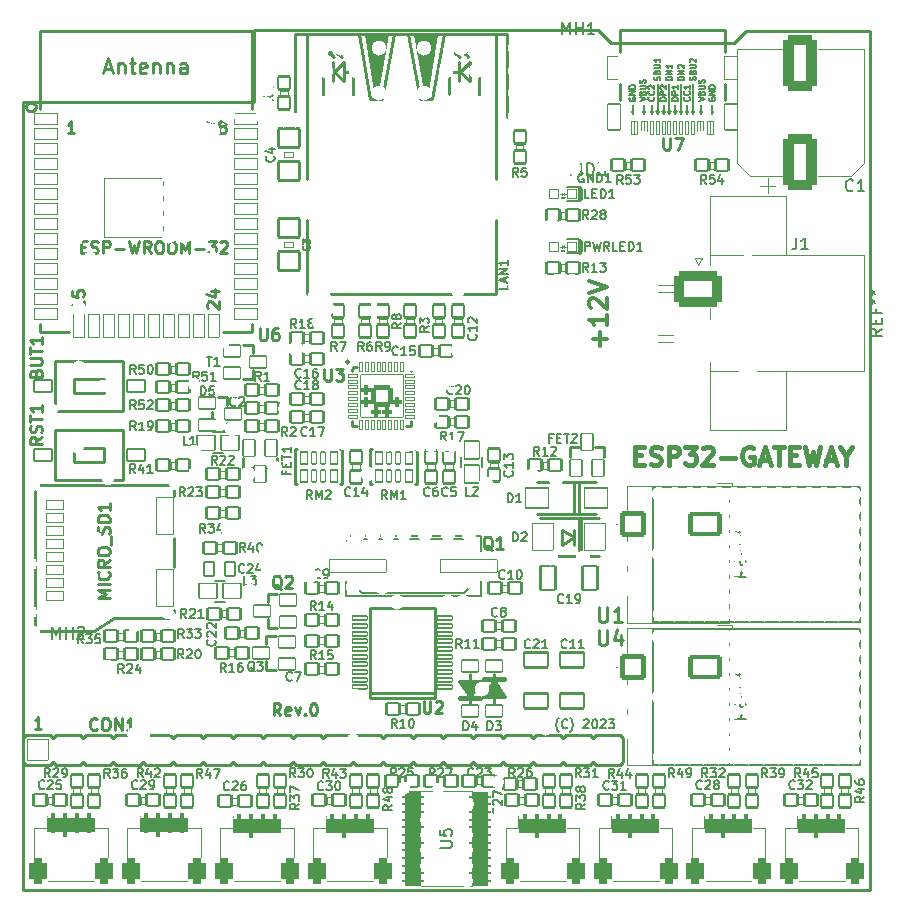
<source format=gbr>
%TF.GenerationSoftware,KiCad,Pcbnew,(6.0.8)*%
%TF.CreationDate,2023-02-19T19:21:05+03:00*%
%TF.ProjectId,ESP32-GATEWAY_Rev_G,45535033-322d-4474-9154-455741595f52,0*%
%TF.SameCoordinates,PX4260300PY8558f68*%
%TF.FileFunction,Legend,Top*%
%TF.FilePolarity,Positive*%
%FSLAX46Y46*%
G04 Gerber Fmt 4.6, Leading zero omitted, Abs format (unit mm)*
G04 Created by KiCad (PCBNEW (6.0.8)) date 2023-02-19 19:21:05*
%MOMM*%
%LPD*%
G01*
G04 APERTURE LIST*
G04 Aperture macros list*
%AMRoundRect*
0 Rectangle with rounded corners*
0 $1 Rounding radius*
0 $2 $3 $4 $5 $6 $7 $8 $9 X,Y pos of 4 corners*
0 Add a 4 corners polygon primitive as box body*
4,1,4,$2,$3,$4,$5,$6,$7,$8,$9,$2,$3,0*
0 Add four circle primitives for the rounded corners*
1,1,$1+$1,$2,$3*
1,1,$1+$1,$4,$5*
1,1,$1+$1,$6,$7*
1,1,$1+$1,$8,$9*
0 Add four rect primitives between the rounded corners*
20,1,$1+$1,$2,$3,$4,$5,0*
20,1,$1+$1,$4,$5,$6,$7,0*
20,1,$1+$1,$6,$7,$8,$9,0*
20,1,$1+$1,$8,$9,$2,$3,0*%
G04 Aperture macros list end*
%TA.AperFunction,Profile*%
%ADD10C,0.254000*%
%TD*%
%ADD11C,0.254000*%
%ADD12C,0.381000*%
%ADD13C,0.190500*%
%ADD14C,0.300000*%
%ADD15C,0.150000*%
%ADD16C,0.127000*%
%ADD17C,0.066040*%
%ADD18C,0.050000*%
%ADD19C,0.100000*%
%ADD20C,0.200000*%
%ADD21C,0.400000*%
%ADD22C,0.120000*%
%ADD23R,1.800000X1.800000*%
%ADD24C,1.800000*%
%ADD25C,1.600000*%
%ADD26C,6.700000*%
%ADD27RoundRect,0.101600X0.499110X-0.549910X0.499110X0.549910X-0.499110X0.549910X-0.499110X-0.549910X0*%
%ADD28RoundRect,0.101600X-0.398780X-0.599440X0.398780X-0.599440X0.398780X0.599440X-0.398780X0.599440X0*%
%ADD29RoundRect,0.101600X-0.499110X0.549910X-0.499110X-0.549910X0.499110X-0.549910X0.499110X0.549910X0*%
%ADD30RoundRect,0.101600X-0.549910X-0.499110X0.549910X-0.499110X0.549910X0.499110X-0.549910X0.499110X0*%
%ADD31RoundRect,0.101600X0.549910X0.499110X-0.549910X0.499110X-0.549910X-0.499110X0.549910X-0.499110X0*%
%ADD32RoundRect,0.050800X0.635000X-0.762000X0.635000X0.762000X-0.635000X0.762000X-0.635000X-0.762000X0*%
%ADD33RoundRect,0.050800X0.762000X0.635000X-0.762000X0.635000X-0.762000X-0.635000X0.762000X-0.635000X0*%
%ADD34RoundRect,0.050800X-0.400000X-0.400000X0.400000X-0.400000X0.400000X0.400000X-0.400000X0.400000X0*%
%ADD35RoundRect,0.050800X-0.317500X-0.508000X0.317500X-0.508000X0.317500X0.508000X-0.317500X0.508000X0*%
%ADD36RoundRect,0.050800X-0.190500X-0.508000X0.190500X-0.508000X0.190500X0.508000X-0.190500X0.508000X0*%
%ADD37RoundRect,0.050800X0.317500X0.508000X-0.317500X0.508000X-0.317500X-0.508000X0.317500X-0.508000X0*%
%ADD38RoundRect,0.050800X0.190500X0.508000X-0.190500X0.508000X-0.190500X-0.508000X0.190500X-0.508000X0*%
%ADD39RoundRect,0.050800X-1.000000X-0.450000X1.000000X-0.450000X1.000000X0.450000X-1.000000X0.450000X0*%
%ADD40RoundRect,0.050800X-0.450000X-1.000000X0.450000X-1.000000X0.450000X1.000000X-0.450000X1.000000X0*%
%ADD41RoundRect,0.050800X-2.500000X-2.500000X2.500000X-2.500000X2.500000X2.500000X-2.500000X2.500000X0*%
%ADD42C,2.101600*%
%ADD43RoundRect,0.050800X-0.400000X-0.125000X0.400000X-0.125000X0.400000X0.125000X-0.400000X0.125000X0*%
%ADD44RoundRect,0.050800X0.125000X-0.400000X0.125000X0.400000X-0.125000X0.400000X-0.125000X-0.400000X0*%
%ADD45RoundRect,0.050800X0.400000X0.125000X-0.400000X0.125000X-0.400000X-0.125000X0.400000X-0.125000X0*%
%ADD46RoundRect,0.050800X-0.125000X0.400000X-0.125000X-0.400000X0.125000X-0.400000X0.125000X0.400000X0*%
%ADD47RoundRect,0.200000X-0.200000X0.200000X-0.200000X-0.200000X0.200000X-0.200000X0.200000X0.200000X0*%
%ADD48RoundRect,0.050800X-1.800000X1.800000X-1.800000X-1.800000X1.800000X-1.800000X1.800000X1.800000X0*%
%ADD49RoundRect,0.200000X-0.711200X0.711200X-0.711200X-0.711200X0.711200X-0.711200X0.711200X0.711200X0*%
%ADD50RoundRect,0.050800X-0.750000X0.400000X-0.750000X-0.400000X0.750000X-0.400000X0.750000X0.400000X0*%
%ADD51C,0.800000*%
%ADD52RoundRect,0.050800X-0.750000X1.550000X-0.750000X-1.550000X0.750000X-1.550000X0.750000X1.550000X0*%
%ADD53RoundRect,0.050800X-0.762000X0.508000X-0.762000X-0.508000X0.762000X-0.508000X0.762000X0.508000X0*%
%ADD54C,3.600000*%
%ADD55C,1.810000*%
%ADD56C,2.050000*%
%ADD57C,3.100000*%
%ADD58RoundRect,0.101600X-0.899160X0.798830X-0.899160X-0.798830X0.899160X-0.798830X0.899160X0.798830X0*%
%ADD59RoundRect,0.101600X0.899160X-0.798830X0.899160X0.798830X-0.899160X0.798830X-0.899160X-0.798830X0*%
%ADD60RoundRect,0.050800X1.000000X0.850000X-1.000000X0.850000X-1.000000X-0.850000X1.000000X-0.850000X0*%
%ADD61RoundRect,0.050800X-0.500000X0.700000X-0.500000X-0.700000X0.500000X-0.700000X0.500000X0.700000X0*%
%ADD62RoundRect,0.050800X-2.413000X-0.550000X2.413000X-0.550000X2.413000X0.550000X-2.413000X0.550000X0*%
%ADD63RoundRect,0.050800X-0.700000X-0.500000X0.700000X-0.500000X0.700000X0.500000X-0.700000X0.500000X0*%
%ADD64RoundRect,0.050800X0.635000X-0.162500X0.635000X0.162500X-0.635000X0.162500X-0.635000X-0.162500X0*%
%ADD65RoundRect,0.050800X-0.889000X-0.889000X0.889000X-0.889000X0.889000X0.889000X-0.889000X0.889000X0*%
%ADD66C,1.879600*%
%ADD67RoundRect,0.050800X0.889000X1.143000X-0.889000X1.143000X-0.889000X-1.143000X0.889000X-1.143000X0*%
%ADD68RoundRect,0.050800X0.500000X-0.700000X0.500000X0.700000X-0.500000X0.700000X-0.500000X-0.700000X0*%
%ADD69RoundRect,0.050800X-0.762000X-0.635000X0.762000X-0.635000X0.762000X0.635000X-0.762000X0.635000X0*%
%ADD70RoundRect,0.050800X0.700000X0.500000X-0.700000X0.500000X-0.700000X-0.500000X0.700000X-0.500000X0*%
%ADD71RoundRect,0.050800X-0.700000X0.500000X-0.700000X-0.500000X0.700000X-0.500000X0.700000X0.500000X0*%
%ADD72RoundRect,0.050800X0.700000X-0.500000X0.700000X0.500000X-0.700000X0.500000X-0.700000X-0.500000X0*%
%ADD73C,1.254000*%
%ADD74RoundRect,0.350000X-0.150000X-0.625000X0.150000X-0.625000X0.150000X0.625000X-0.150000X0.625000X0*%
%ADD75RoundRect,0.450000X-0.350000X-0.650000X0.350000X-0.650000X0.350000X0.650000X-0.350000X0.650000X0*%
%ADD76RoundRect,0.101600X0.635000X1.029970X-0.635000X1.029970X-0.635000X-1.029970X0.635000X-1.029970X0*%
%ADD77RoundRect,0.200000X0.900000X-0.900000X0.900000X0.900000X-0.900000X0.900000X-0.900000X-0.900000X0*%
%ADD78C,2.200000*%
%ADD79RoundRect,0.200000X-1.250000X0.850000X-1.250000X-0.850000X1.250000X-0.850000X1.250000X0.850000X0*%
%ADD80O,2.900000X2.100000*%
%ADD81C,3.400000*%
%ADD82RoundRect,0.450001X-1.599999X1.099999X-1.599999X-1.099999X1.599999X-1.099999X1.599999X1.099999X0*%
%ADD83O,4.100000X3.100000*%
%ADD84RoundRect,0.300000X-0.637500X-0.100000X0.637500X-0.100000X0.637500X0.100000X-0.637500X0.100000X0*%
%ADD85C,0.701600*%
%ADD86RoundRect,0.050800X0.550000X1.000000X-0.550000X1.000000X-0.550000X-1.000000X0.550000X-1.000000X0*%
%ADD87O,1.301600X2.301600*%
%ADD88RoundRect,0.050800X0.550000X1.100000X-0.550000X1.100000X-0.550000X-1.100000X0.550000X-1.100000X0*%
%ADD89O,1.401600X2.101600*%
%ADD90RoundRect,0.050800X0.150000X0.575000X-0.150000X0.575000X-0.150000X-0.575000X0.150000X-0.575000X0*%
%ADD91RoundRect,0.050800X0.125000X0.575000X-0.125000X0.575000X-0.125000X-0.575000X0.125000X-0.575000X0*%
%ADD92C,1.101600*%
%ADD93RoundRect,0.101600X1.029970X-0.635000X1.029970X0.635000X-1.029970X0.635000X-1.029970X-0.635000X0*%
%ADD94RoundRect,0.450000X1.000000X-1.950000X1.000000X1.950000X-1.000000X1.950000X-1.000000X-1.950000X0*%
%ADD95C,1.300000*%
%ADD96C,1.100000*%
%ADD97C,1.150000*%
G04 APERTURE END LIST*
D10*
X48650000Y72773492D02*
X49770000Y71659000D01*
X48650000Y72773492D02*
X19554000Y72769000D01*
X-4000Y66673000D02*
X0Y0D01*
X61200000Y72675000D02*
X71675000Y72675000D01*
X19554000Y66673000D02*
X19554000Y72769000D01*
X60184000Y71659000D02*
X61200000Y72675000D01*
X49770000Y71659000D02*
X60184000Y71659000D01*
X71675000Y72675000D02*
X71675000Y0D01*
X-4000Y66673000D02*
X19554000Y66673000D01*
X0Y0D02*
X71675000Y0D01*
D11*
X21786285Y14770381D02*
X21447619Y15254191D01*
X21205714Y14770381D02*
X21205714Y15786381D01*
X21592761Y15786381D01*
X21689523Y15738000D01*
X21737904Y15689620D01*
X21786285Y15592858D01*
X21786285Y15447715D01*
X21737904Y15350953D01*
X21689523Y15302572D01*
X21592761Y15254191D01*
X21205714Y15254191D01*
X22608761Y14818762D02*
X22512000Y14770381D01*
X22318476Y14770381D01*
X22221714Y14818762D01*
X22173333Y14915524D01*
X22173333Y15302572D01*
X22221714Y15399334D01*
X22318476Y15447715D01*
X22512000Y15447715D01*
X22608761Y15399334D01*
X22657142Y15302572D01*
X22657142Y15205810D01*
X22173333Y15109048D01*
X22995809Y15447715D02*
X23237714Y14770381D01*
X23479619Y15447715D01*
X23866666Y14867143D02*
X23915047Y14818762D01*
X23866666Y14770381D01*
X23818285Y14818762D01*
X23866666Y14867143D01*
X23866666Y14770381D01*
X24544000Y15786381D02*
X24640761Y15786381D01*
X24737523Y15738000D01*
X24785904Y15689620D01*
X24834285Y15592858D01*
X24882666Y15399334D01*
X24882666Y15157429D01*
X24834285Y14963905D01*
X24785904Y14867143D01*
X24737523Y14818762D01*
X24640761Y14770381D01*
X24544000Y14770381D01*
X24447238Y14818762D01*
X24398857Y14867143D01*
X24350476Y14963905D01*
X24302095Y15157429D01*
X24302095Y15399334D01*
X24350476Y15592858D01*
X24398857Y15689620D01*
X24447238Y15738000D01*
X24544000Y15786381D01*
D12*
X51838571Y36778858D02*
X52346571Y36778858D01*
X52564285Y35980572D02*
X51838571Y35980572D01*
X51838571Y37504572D01*
X52564285Y37504572D01*
X53144857Y36053143D02*
X53362571Y35980572D01*
X53725428Y35980572D01*
X53870571Y36053143D01*
X53943142Y36125715D01*
X54015714Y36270858D01*
X54015714Y36416000D01*
X53943142Y36561143D01*
X53870571Y36633715D01*
X53725428Y36706286D01*
X53435142Y36778858D01*
X53290000Y36851429D01*
X53217428Y36924000D01*
X53144857Y37069143D01*
X53144857Y37214286D01*
X53217428Y37359429D01*
X53290000Y37432000D01*
X53435142Y37504572D01*
X53798000Y37504572D01*
X54015714Y37432000D01*
X54668857Y35980572D02*
X54668857Y37504572D01*
X55249428Y37504572D01*
X55394571Y37432000D01*
X55467142Y37359429D01*
X55539714Y37214286D01*
X55539714Y36996572D01*
X55467142Y36851429D01*
X55394571Y36778858D01*
X55249428Y36706286D01*
X54668857Y36706286D01*
X56047714Y37504572D02*
X56991142Y37504572D01*
X56483142Y36924000D01*
X56700857Y36924000D01*
X56846000Y36851429D01*
X56918571Y36778858D01*
X56991142Y36633715D01*
X56991142Y36270858D01*
X56918571Y36125715D01*
X56846000Y36053143D01*
X56700857Y35980572D01*
X56265428Y35980572D01*
X56120285Y36053143D01*
X56047714Y36125715D01*
X57571714Y37359429D02*
X57644285Y37432000D01*
X57789428Y37504572D01*
X58152285Y37504572D01*
X58297428Y37432000D01*
X58370000Y37359429D01*
X58442571Y37214286D01*
X58442571Y37069143D01*
X58370000Y36851429D01*
X57499142Y35980572D01*
X58442571Y35980572D01*
X59095714Y36561143D02*
X60256857Y36561143D01*
X61780857Y37432000D02*
X61635714Y37504572D01*
X61418000Y37504572D01*
X61200285Y37432000D01*
X61055142Y37286858D01*
X60982571Y37141715D01*
X60910000Y36851429D01*
X60910000Y36633715D01*
X60982571Y36343429D01*
X61055142Y36198286D01*
X61200285Y36053143D01*
X61418000Y35980572D01*
X61563142Y35980572D01*
X61780857Y36053143D01*
X61853428Y36125715D01*
X61853428Y36633715D01*
X61563142Y36633715D01*
X62434000Y36416000D02*
X63159714Y36416000D01*
X62288857Y35980572D02*
X62796857Y37504572D01*
X63304857Y35980572D01*
X63595142Y37504572D02*
X64466000Y37504572D01*
X64030571Y35980572D02*
X64030571Y37504572D01*
X64974000Y36778858D02*
X65482000Y36778858D01*
X65699714Y35980572D02*
X64974000Y35980572D01*
X64974000Y37504572D01*
X65699714Y37504572D01*
X66207714Y37504572D02*
X66570571Y35980572D01*
X66860857Y37069143D01*
X67151142Y35980572D01*
X67514000Y37504572D01*
X68022000Y36416000D02*
X68747714Y36416000D01*
X67876857Y35980572D02*
X68384857Y37504572D01*
X68892857Y35980572D01*
X69691142Y36706286D02*
X69691142Y35980572D01*
X69183142Y37504572D02*
X69691142Y36706286D01*
X70199142Y37504572D01*
D11*
X1556285Y13635381D02*
X975714Y13635381D01*
X1266000Y13635381D02*
X1266000Y14651381D01*
X1169238Y14506239D01*
X1072476Y14409477D01*
X975714Y14361096D01*
D13*
X45348428Y13375000D02*
X45312142Y13411286D01*
X45239571Y13520143D01*
X45203285Y13592715D01*
X45167000Y13701572D01*
X45130714Y13883000D01*
X45130714Y14028143D01*
X45167000Y14209572D01*
X45203285Y14318429D01*
X45239571Y14391000D01*
X45312142Y14499858D01*
X45348428Y14536143D01*
X46074142Y13737858D02*
X46037857Y13701572D01*
X45929000Y13665286D01*
X45856428Y13665286D01*
X45747571Y13701572D01*
X45675000Y13774143D01*
X45638714Y13846715D01*
X45602428Y13991858D01*
X45602428Y14100715D01*
X45638714Y14245858D01*
X45675000Y14318429D01*
X45747571Y14391000D01*
X45856428Y14427286D01*
X45929000Y14427286D01*
X46037857Y14391000D01*
X46074142Y14354715D01*
X46328142Y13375000D02*
X46364428Y13411286D01*
X46437000Y13520143D01*
X46473285Y13592715D01*
X46509571Y13701572D01*
X46545857Y13883000D01*
X46545857Y14028143D01*
X46509571Y14209572D01*
X46473285Y14318429D01*
X46437000Y14391000D01*
X46364428Y14499858D01*
X46328142Y14536143D01*
X47453000Y14354715D02*
X47489285Y14391000D01*
X47561857Y14427286D01*
X47743285Y14427286D01*
X47815857Y14391000D01*
X47852142Y14354715D01*
X47888428Y14282143D01*
X47888428Y14209572D01*
X47852142Y14100715D01*
X47416714Y13665286D01*
X47888428Y13665286D01*
X48360142Y14427286D02*
X48432714Y14427286D01*
X48505285Y14391000D01*
X48541571Y14354715D01*
X48577857Y14282143D01*
X48614142Y14137000D01*
X48614142Y13955572D01*
X48577857Y13810429D01*
X48541571Y13737858D01*
X48505285Y13701572D01*
X48432714Y13665286D01*
X48360142Y13665286D01*
X48287571Y13701572D01*
X48251285Y13737858D01*
X48215000Y13810429D01*
X48178714Y13955572D01*
X48178714Y14137000D01*
X48215000Y14282143D01*
X48251285Y14354715D01*
X48287571Y14391000D01*
X48360142Y14427286D01*
X48904428Y14354715D02*
X48940714Y14391000D01*
X49013285Y14427286D01*
X49194714Y14427286D01*
X49267285Y14391000D01*
X49303571Y14354715D01*
X49339857Y14282143D01*
X49339857Y14209572D01*
X49303571Y14100715D01*
X48868142Y13665286D01*
X49339857Y13665286D01*
X49593857Y14427286D02*
X50065571Y14427286D01*
X49811571Y14137000D01*
X49920428Y14137000D01*
X49993000Y14100715D01*
X50029285Y14064429D01*
X50065571Y13991858D01*
X50065571Y13810429D01*
X50029285Y13737858D01*
X49993000Y13701572D01*
X49920428Y13665286D01*
X49702714Y13665286D01*
X49630142Y13701572D01*
X49593857Y13737858D01*
D14*
X48827142Y46057143D02*
X48827142Y47200000D01*
X49398571Y46628572D02*
X48255714Y46628572D01*
X49398571Y48700000D02*
X49398571Y47842858D01*
X49398571Y48271429D02*
X47898571Y48271429D01*
X48112857Y48128572D01*
X48255714Y47985715D01*
X48327142Y47842858D01*
X48041428Y49271429D02*
X47970000Y49342858D01*
X47898571Y49485715D01*
X47898571Y49842858D01*
X47970000Y49985715D01*
X48041428Y50057143D01*
X48184285Y50128572D01*
X48327142Y50128572D01*
X48541428Y50057143D01*
X49398571Y49200000D01*
X49398571Y50128572D01*
X47898571Y50557143D02*
X49398571Y51057143D01*
X47898571Y51557143D01*
D15*
X2472666Y21262620D02*
X2472666Y22262620D01*
X2806000Y21548334D01*
X3139333Y22262620D01*
X3139333Y21262620D01*
X3615523Y21262620D02*
X3615523Y22262620D01*
X3615523Y21786429D02*
X4186952Y21786429D01*
X4186952Y21262620D02*
X4186952Y22262620D01*
X4615523Y22167381D02*
X4663142Y22215000D01*
X4758380Y22262620D01*
X4996476Y22262620D01*
X5091714Y22215000D01*
X5139333Y22167381D01*
X5186952Y22072143D01*
X5186952Y21976905D01*
X5139333Y21834048D01*
X4567904Y21262620D01*
X5186952Y21262620D01*
D13*
X35943000Y33397858D02*
X35906714Y33361572D01*
X35797857Y33325286D01*
X35725285Y33325286D01*
X35616428Y33361572D01*
X35543857Y33434143D01*
X35507571Y33506715D01*
X35471285Y33651858D01*
X35471285Y33760715D01*
X35507571Y33905858D01*
X35543857Y33978429D01*
X35616428Y34051000D01*
X35725285Y34087286D01*
X35797857Y34087286D01*
X35906714Y34051000D01*
X35943000Y34014715D01*
X36632428Y34087286D02*
X36269571Y34087286D01*
X36233285Y33724429D01*
X36269571Y33760715D01*
X36342142Y33797000D01*
X36523571Y33797000D01*
X36596142Y33760715D01*
X36632428Y33724429D01*
X36668714Y33651858D01*
X36668714Y33470429D01*
X36632428Y33397858D01*
X36596142Y33361572D01*
X36523571Y33325286D01*
X36342142Y33325286D01*
X36269571Y33361572D01*
X36233285Y33397858D01*
X34413000Y33397858D02*
X34376714Y33361572D01*
X34267857Y33325286D01*
X34195285Y33325286D01*
X34086428Y33361572D01*
X34013857Y33434143D01*
X33977571Y33506715D01*
X33941285Y33651858D01*
X33941285Y33760715D01*
X33977571Y33905858D01*
X34013857Y33978429D01*
X34086428Y34051000D01*
X34195285Y34087286D01*
X34267857Y34087286D01*
X34376714Y34051000D01*
X34413000Y34014715D01*
X35066142Y34087286D02*
X34921000Y34087286D01*
X34848428Y34051000D01*
X34812142Y34014715D01*
X34739571Y33905858D01*
X34703285Y33760715D01*
X34703285Y33470429D01*
X34739571Y33397858D01*
X34775857Y33361572D01*
X34848428Y33325286D01*
X34993571Y33325286D01*
X35066142Y33361572D01*
X35102428Y33397858D01*
X35138714Y33470429D01*
X35138714Y33651858D01*
X35102428Y33724429D01*
X35066142Y33760715D01*
X34993571Y33797000D01*
X34848428Y33797000D01*
X34775857Y33760715D01*
X34739571Y33724429D01*
X34703285Y33651858D01*
X18730142Y26907858D02*
X18693857Y26871572D01*
X18585000Y26835286D01*
X18512428Y26835286D01*
X18403571Y26871572D01*
X18331000Y26944143D01*
X18294714Y27016715D01*
X18258428Y27161858D01*
X18258428Y27270715D01*
X18294714Y27415858D01*
X18331000Y27488429D01*
X18403571Y27561000D01*
X18512428Y27597286D01*
X18585000Y27597286D01*
X18693857Y27561000D01*
X18730142Y27524715D01*
X19020428Y27524715D02*
X19056714Y27561000D01*
X19129285Y27597286D01*
X19310714Y27597286D01*
X19383285Y27561000D01*
X19419571Y27524715D01*
X19455857Y27452143D01*
X19455857Y27379572D01*
X19419571Y27270715D01*
X18984142Y26835286D01*
X19455857Y26835286D01*
X20109000Y27343286D02*
X20109000Y26835286D01*
X19927571Y27633572D02*
X19746142Y27089286D01*
X20217857Y27089286D01*
X38342142Y47020143D02*
X38378428Y46983858D01*
X38414714Y46875000D01*
X38414714Y46802429D01*
X38378428Y46693572D01*
X38305857Y46621000D01*
X38233285Y46584715D01*
X38088142Y46548429D01*
X37979285Y46548429D01*
X37834142Y46584715D01*
X37761571Y46621000D01*
X37689000Y46693572D01*
X37652714Y46802429D01*
X37652714Y46875000D01*
X37689000Y46983858D01*
X37725285Y47020143D01*
X38414714Y47745858D02*
X38414714Y47310429D01*
X38414714Y47528143D02*
X37652714Y47528143D01*
X37761571Y47455572D01*
X37834142Y47383000D01*
X37870428Y47310429D01*
X37725285Y48036143D02*
X37689000Y48072429D01*
X37652714Y48145000D01*
X37652714Y48326429D01*
X37689000Y48399000D01*
X37725285Y48435286D01*
X37797857Y48471572D01*
X37870428Y48471572D01*
X37979285Y48435286D01*
X38414714Y47999858D01*
X38414714Y48471572D01*
X41402142Y35450143D02*
X41438428Y35413858D01*
X41474714Y35305000D01*
X41474714Y35232429D01*
X41438428Y35123572D01*
X41365857Y35051000D01*
X41293285Y35014715D01*
X41148142Y34978429D01*
X41039285Y34978429D01*
X40894142Y35014715D01*
X40821571Y35051000D01*
X40749000Y35123572D01*
X40712714Y35232429D01*
X40712714Y35305000D01*
X40749000Y35413858D01*
X40785285Y35450143D01*
X41474714Y36175858D02*
X41474714Y35740429D01*
X41474714Y35958143D02*
X40712714Y35958143D01*
X40821571Y35885572D01*
X40894142Y35813000D01*
X40930428Y35740429D01*
X40712714Y36429858D02*
X40712714Y36901572D01*
X41003000Y36647572D01*
X41003000Y36756429D01*
X41039285Y36829000D01*
X41075571Y36865286D01*
X41148142Y36901572D01*
X41329571Y36901572D01*
X41402142Y36865286D01*
X41438428Y36829000D01*
X41474714Y36756429D01*
X41474714Y36538715D01*
X41438428Y36466143D01*
X41402142Y36429858D01*
X27700142Y33367858D02*
X27663857Y33331572D01*
X27555000Y33295286D01*
X27482428Y33295286D01*
X27373571Y33331572D01*
X27301000Y33404143D01*
X27264714Y33476715D01*
X27228428Y33621858D01*
X27228428Y33730715D01*
X27264714Y33875858D01*
X27301000Y33948429D01*
X27373571Y34021000D01*
X27482428Y34057286D01*
X27555000Y34057286D01*
X27663857Y34021000D01*
X27700142Y33984715D01*
X28425857Y33295286D02*
X27990428Y33295286D01*
X28208142Y33295286D02*
X28208142Y34057286D01*
X28135571Y33948429D01*
X28063000Y33875858D01*
X27990428Y33839572D01*
X29079000Y33803286D02*
X29079000Y33295286D01*
X28897571Y34093572D02*
X28716142Y33549286D01*
X29187857Y33549286D01*
X31730142Y45317858D02*
X31693857Y45281572D01*
X31585000Y45245286D01*
X31512428Y45245286D01*
X31403571Y45281572D01*
X31331000Y45354143D01*
X31294714Y45426715D01*
X31258428Y45571858D01*
X31258428Y45680715D01*
X31294714Y45825858D01*
X31331000Y45898429D01*
X31403571Y45971000D01*
X31512428Y46007286D01*
X31585000Y46007286D01*
X31693857Y45971000D01*
X31730142Y45934715D01*
X32455857Y45245286D02*
X32020428Y45245286D01*
X32238142Y45245286D02*
X32238142Y46007286D01*
X32165571Y45898429D01*
X32093000Y45825858D01*
X32020428Y45789572D01*
X33145285Y46007286D02*
X32782428Y46007286D01*
X32746142Y45644429D01*
X32782428Y45680715D01*
X32855000Y45717000D01*
X33036428Y45717000D01*
X33109000Y45680715D01*
X33145285Y45644429D01*
X33181571Y45571858D01*
X33181571Y45390429D01*
X33145285Y45317858D01*
X33109000Y45281572D01*
X33036428Y45245286D01*
X32855000Y45245286D01*
X32782428Y45281572D01*
X32746142Y45317858D01*
X23509142Y43437858D02*
X23472857Y43401572D01*
X23364000Y43365286D01*
X23291428Y43365286D01*
X23182571Y43401572D01*
X23110000Y43474143D01*
X23073714Y43546715D01*
X23037428Y43691858D01*
X23037428Y43800715D01*
X23073714Y43945858D01*
X23110000Y44018429D01*
X23182571Y44091000D01*
X23291428Y44127286D01*
X23364000Y44127286D01*
X23472857Y44091000D01*
X23509142Y44054715D01*
X24234857Y43365286D02*
X23799428Y43365286D01*
X24017142Y43365286D02*
X24017142Y44127286D01*
X23944571Y44018429D01*
X23872000Y43945858D01*
X23799428Y43909572D01*
X24888000Y44127286D02*
X24742857Y44127286D01*
X24670285Y44091000D01*
X24634000Y44054715D01*
X24561428Y43945858D01*
X24525142Y43800715D01*
X24525142Y43510429D01*
X24561428Y43437858D01*
X24597714Y43401572D01*
X24670285Y43365286D01*
X24815428Y43365286D01*
X24888000Y43401572D01*
X24924285Y43437858D01*
X24960571Y43510429D01*
X24960571Y43691858D01*
X24924285Y43764429D01*
X24888000Y43800715D01*
X24815428Y43837000D01*
X24670285Y43837000D01*
X24597714Y43800715D01*
X24561428Y43764429D01*
X24525142Y43691858D01*
X24030142Y38487858D02*
X23993857Y38451572D01*
X23885000Y38415286D01*
X23812428Y38415286D01*
X23703571Y38451572D01*
X23631000Y38524143D01*
X23594714Y38596715D01*
X23558428Y38741858D01*
X23558428Y38850715D01*
X23594714Y38995858D01*
X23631000Y39068429D01*
X23703571Y39141000D01*
X23812428Y39177286D01*
X23885000Y39177286D01*
X23993857Y39141000D01*
X24030142Y39104715D01*
X24755857Y38415286D02*
X24320428Y38415286D01*
X24538142Y38415286D02*
X24538142Y39177286D01*
X24465571Y39068429D01*
X24393000Y38995858D01*
X24320428Y38959572D01*
X25009857Y39177286D02*
X25517857Y39177286D01*
X25191285Y38415286D01*
X23509142Y42427858D02*
X23472857Y42391572D01*
X23364000Y42355286D01*
X23291428Y42355286D01*
X23182571Y42391572D01*
X23110000Y42464143D01*
X23073714Y42536715D01*
X23037428Y42681858D01*
X23037428Y42790715D01*
X23073714Y42935858D01*
X23110000Y43008429D01*
X23182571Y43081000D01*
X23291428Y43117286D01*
X23364000Y43117286D01*
X23472857Y43081000D01*
X23509142Y43044715D01*
X24234857Y42355286D02*
X23799428Y42355286D01*
X24017142Y42355286D02*
X24017142Y43117286D01*
X23944571Y43008429D01*
X23872000Y42935858D01*
X23799428Y42899572D01*
X24670285Y42790715D02*
X24597714Y42827000D01*
X24561428Y42863286D01*
X24525142Y42935858D01*
X24525142Y42972143D01*
X24561428Y43044715D01*
X24597714Y43081000D01*
X24670285Y43117286D01*
X24815428Y43117286D01*
X24888000Y43081000D01*
X24924285Y43044715D01*
X24960571Y42972143D01*
X24960571Y42935858D01*
X24924285Y42863286D01*
X24888000Y42827000D01*
X24815428Y42790715D01*
X24670285Y42790715D01*
X24597714Y42754429D01*
X24561428Y42718143D01*
X24525142Y42645572D01*
X24525142Y42500429D01*
X24561428Y42427858D01*
X24597714Y42391572D01*
X24670285Y42355286D01*
X24815428Y42355286D01*
X24888000Y42391572D01*
X24924285Y42427858D01*
X24960571Y42500429D01*
X24960571Y42645572D01*
X24924285Y42718143D01*
X24888000Y42754429D01*
X24815428Y42790715D01*
X36360142Y42037858D02*
X36323857Y42001572D01*
X36215000Y41965286D01*
X36142428Y41965286D01*
X36033571Y42001572D01*
X35961000Y42074143D01*
X35924714Y42146715D01*
X35888428Y42291858D01*
X35888428Y42400715D01*
X35924714Y42545858D01*
X35961000Y42618429D01*
X36033571Y42691000D01*
X36142428Y42727286D01*
X36215000Y42727286D01*
X36323857Y42691000D01*
X36360142Y42654715D01*
X36650428Y42654715D02*
X36686714Y42691000D01*
X36759285Y42727286D01*
X36940714Y42727286D01*
X37013285Y42691000D01*
X37049571Y42654715D01*
X37085857Y42582143D01*
X37085857Y42509572D01*
X37049571Y42400715D01*
X36614142Y41965286D01*
X37085857Y41965286D01*
X37557571Y42727286D02*
X37630142Y42727286D01*
X37702714Y42691000D01*
X37739000Y42654715D01*
X37775285Y42582143D01*
X37811571Y42437000D01*
X37811571Y42255572D01*
X37775285Y42110429D01*
X37739000Y42037858D01*
X37702714Y42001572D01*
X37630142Y41965286D01*
X37557571Y41965286D01*
X37485000Y42001572D01*
X37448714Y42037858D01*
X37412428Y42110429D01*
X37376142Y42255572D01*
X37376142Y42437000D01*
X37412428Y42582143D01*
X37448714Y42654715D01*
X37485000Y42691000D01*
X37557571Y42727286D01*
X37843000Y33375286D02*
X37480142Y33375286D01*
X37480142Y34137286D01*
X38060714Y34064715D02*
X38097000Y34101000D01*
X38169571Y34137286D01*
X38351000Y34137286D01*
X38423571Y34101000D01*
X38459857Y34064715D01*
X38496142Y33992143D01*
X38496142Y33919572D01*
X38459857Y33810715D01*
X38024428Y33375286D01*
X38496142Y33375286D01*
X19103000Y25815286D02*
X18740142Y25815286D01*
X18740142Y26577286D01*
X19284428Y26577286D02*
X19756142Y26577286D01*
X19502142Y26287000D01*
X19611000Y26287000D01*
X19683571Y26250715D01*
X19719857Y26214429D01*
X19756142Y26141858D01*
X19756142Y25960429D01*
X19719857Y25887858D01*
X19683571Y25851572D01*
X19611000Y25815286D01*
X19393285Y25815286D01*
X19320714Y25851572D01*
X19284428Y25887858D01*
X47562000Y54105286D02*
X47562000Y54867286D01*
X47852285Y54867286D01*
X47924857Y54831000D01*
X47961142Y54794715D01*
X47997428Y54722143D01*
X47997428Y54613286D01*
X47961142Y54540715D01*
X47924857Y54504429D01*
X47852285Y54468143D01*
X47562000Y54468143D01*
X48251428Y54867286D02*
X48432857Y54105286D01*
X48578000Y54649572D01*
X48723142Y54105286D01*
X48904571Y54867286D01*
X49630285Y54105286D02*
X49376285Y54468143D01*
X49194857Y54105286D02*
X49194857Y54867286D01*
X49485142Y54867286D01*
X49557714Y54831000D01*
X49594000Y54794715D01*
X49630285Y54722143D01*
X49630285Y54613286D01*
X49594000Y54540715D01*
X49557714Y54504429D01*
X49485142Y54468143D01*
X49194857Y54468143D01*
X50319714Y54105286D02*
X49956857Y54105286D01*
X49956857Y54867286D01*
X50573714Y54504429D02*
X50827714Y54504429D01*
X50936571Y54105286D02*
X50573714Y54105286D01*
X50573714Y54867286D01*
X50936571Y54867286D01*
X51263142Y54105286D02*
X51263142Y54867286D01*
X51444571Y54867286D01*
X51553428Y54831000D01*
X51626000Y54758429D01*
X51662285Y54685858D01*
X51698571Y54540715D01*
X51698571Y54431858D01*
X51662285Y54286715D01*
X51626000Y54214143D01*
X51553428Y54141572D01*
X51444571Y54105286D01*
X51263142Y54105286D01*
X52424285Y54105286D02*
X51988857Y54105286D01*
X52206571Y54105286D02*
X52206571Y54867286D01*
X52134000Y54758429D01*
X52061428Y54685858D01*
X51988857Y54649572D01*
X9520142Y43695286D02*
X9266142Y44058143D01*
X9084714Y43695286D02*
X9084714Y44457286D01*
X9375000Y44457286D01*
X9447571Y44421000D01*
X9483857Y44384715D01*
X9520142Y44312143D01*
X9520142Y44203286D01*
X9483857Y44130715D01*
X9447571Y44094429D01*
X9375000Y44058143D01*
X9084714Y44058143D01*
X10209571Y44457286D02*
X9846714Y44457286D01*
X9810428Y44094429D01*
X9846714Y44130715D01*
X9919285Y44167000D01*
X10100714Y44167000D01*
X10173285Y44130715D01*
X10209571Y44094429D01*
X10245857Y44021858D01*
X10245857Y43840429D01*
X10209571Y43767858D01*
X10173285Y43731572D01*
X10100714Y43695286D01*
X9919285Y43695286D01*
X9846714Y43731572D01*
X9810428Y43767858D01*
X10717571Y44457286D02*
X10790142Y44457286D01*
X10862714Y44421000D01*
X10899000Y44384715D01*
X10935285Y44312143D01*
X10971571Y44167000D01*
X10971571Y43985572D01*
X10935285Y43840429D01*
X10899000Y43767858D01*
X10862714Y43731572D01*
X10790142Y43695286D01*
X10717571Y43695286D01*
X10645000Y43731572D01*
X10608714Y43767858D01*
X10572428Y43840429D01*
X10536142Y43985572D01*
X10536142Y44167000D01*
X10572428Y44312143D01*
X10608714Y44384715D01*
X10645000Y44421000D01*
X10717571Y44457286D01*
X21168714Y67308000D02*
X20805857Y67054000D01*
X21168714Y66872572D02*
X20406714Y66872572D01*
X20406714Y67162858D01*
X20443000Y67235429D01*
X20479285Y67271715D01*
X20551857Y67308000D01*
X20660714Y67308000D01*
X20733285Y67271715D01*
X20769571Y67235429D01*
X20805857Y67162858D01*
X20805857Y66872572D01*
X20660714Y67961143D02*
X21168714Y67961143D01*
X20370428Y67779715D02*
X20914714Y67598286D01*
X20914714Y68070000D01*
X41903000Y60375286D02*
X41649000Y60738143D01*
X41467571Y60375286D02*
X41467571Y61137286D01*
X41757857Y61137286D01*
X41830428Y61101000D01*
X41866714Y61064715D01*
X41903000Y60992143D01*
X41903000Y60883286D01*
X41866714Y60810715D01*
X41830428Y60774429D01*
X41757857Y60738143D01*
X41467571Y60738143D01*
X42592428Y61137286D02*
X42229571Y61137286D01*
X42193285Y60774429D01*
X42229571Y60810715D01*
X42302142Y60847000D01*
X42483571Y60847000D01*
X42556142Y60810715D01*
X42592428Y60774429D01*
X42628714Y60701858D01*
X42628714Y60520429D01*
X42592428Y60447858D01*
X42556142Y60411572D01*
X42483571Y60375286D01*
X42302142Y60375286D01*
X42229571Y60411572D01*
X42193285Y60447858D01*
X28823000Y45635286D02*
X28569000Y45998143D01*
X28387571Y45635286D02*
X28387571Y46397286D01*
X28677857Y46397286D01*
X28750428Y46361000D01*
X28786714Y46324715D01*
X28823000Y46252143D01*
X28823000Y46143286D01*
X28786714Y46070715D01*
X28750428Y46034429D01*
X28677857Y45998143D01*
X28387571Y45998143D01*
X29476142Y46397286D02*
X29331000Y46397286D01*
X29258428Y46361000D01*
X29222142Y46324715D01*
X29149571Y46215858D01*
X29113285Y46070715D01*
X29113285Y45780429D01*
X29149571Y45707858D01*
X29185857Y45671572D01*
X29258428Y45635286D01*
X29403571Y45635286D01*
X29476142Y45671572D01*
X29512428Y45707858D01*
X29548714Y45780429D01*
X29548714Y45961858D01*
X29512428Y46034429D01*
X29476142Y46070715D01*
X29403571Y46107000D01*
X29258428Y46107000D01*
X29185857Y46070715D01*
X29149571Y46034429D01*
X29113285Y45961858D01*
X26543000Y45635286D02*
X26289000Y45998143D01*
X26107571Y45635286D02*
X26107571Y46397286D01*
X26397857Y46397286D01*
X26470428Y46361000D01*
X26506714Y46324715D01*
X26543000Y46252143D01*
X26543000Y46143286D01*
X26506714Y46070715D01*
X26470428Y46034429D01*
X26397857Y45998143D01*
X26107571Y45998143D01*
X26797000Y46397286D02*
X27305000Y46397286D01*
X26978428Y45635286D01*
X32004714Y48003000D02*
X31641857Y47749000D01*
X32004714Y47567572D02*
X31242714Y47567572D01*
X31242714Y47857858D01*
X31279000Y47930429D01*
X31315285Y47966715D01*
X31387857Y48003000D01*
X31496714Y48003000D01*
X31569285Y47966715D01*
X31605571Y47930429D01*
X31641857Y47857858D01*
X31641857Y47567572D01*
X31569285Y48438429D02*
X31533000Y48365858D01*
X31496714Y48329572D01*
X31424142Y48293286D01*
X31387857Y48293286D01*
X31315285Y48329572D01*
X31279000Y48365858D01*
X31242714Y48438429D01*
X31242714Y48583572D01*
X31279000Y48656143D01*
X31315285Y48692429D01*
X31387857Y48728715D01*
X31424142Y48728715D01*
X31496714Y48692429D01*
X31533000Y48656143D01*
X31569285Y48583572D01*
X31569285Y48438429D01*
X31605571Y48365858D01*
X31641857Y48329572D01*
X31714428Y48293286D01*
X31859571Y48293286D01*
X31932142Y48329572D01*
X31968428Y48365858D01*
X32004714Y48438429D01*
X32004714Y48583572D01*
X31968428Y48656143D01*
X31932142Y48692429D01*
X31859571Y48728715D01*
X31714428Y48728715D01*
X31641857Y48692429D01*
X31605571Y48656143D01*
X31569285Y48583572D01*
X30353000Y45635286D02*
X30099000Y45998143D01*
X29917571Y45635286D02*
X29917571Y46397286D01*
X30207857Y46397286D01*
X30280428Y46361000D01*
X30316714Y46324715D01*
X30353000Y46252143D01*
X30353000Y46143286D01*
X30316714Y46070715D01*
X30280428Y46034429D01*
X30207857Y45998143D01*
X29917571Y45998143D01*
X30715857Y45635286D02*
X30861000Y45635286D01*
X30933571Y45671572D01*
X30969857Y45707858D01*
X31042428Y45816715D01*
X31078714Y45961858D01*
X31078714Y46252143D01*
X31042428Y46324715D01*
X31006142Y46361000D01*
X30933571Y46397286D01*
X30788428Y46397286D01*
X30715857Y46361000D01*
X30679571Y46324715D01*
X30643285Y46252143D01*
X30643285Y46070715D01*
X30679571Y45998143D01*
X30715857Y45961858D01*
X30788428Y45925572D01*
X30933571Y45925572D01*
X31006142Y45961858D01*
X31042428Y45998143D01*
X31078714Y46070715D01*
X31637142Y13715286D02*
X31383142Y14078143D01*
X31201714Y13715286D02*
X31201714Y14477286D01*
X31492000Y14477286D01*
X31564571Y14441000D01*
X31600857Y14404715D01*
X31637142Y14332143D01*
X31637142Y14223286D01*
X31600857Y14150715D01*
X31564571Y14114429D01*
X31492000Y14078143D01*
X31201714Y14078143D01*
X32362857Y13715286D02*
X31927428Y13715286D01*
X32145142Y13715286D02*
X32145142Y14477286D01*
X32072571Y14368429D01*
X32000000Y14295858D01*
X31927428Y14259572D01*
X32834571Y14477286D02*
X32907142Y14477286D01*
X32979714Y14441000D01*
X33016000Y14404715D01*
X33052285Y14332143D01*
X33088571Y14187000D01*
X33088571Y14005572D01*
X33052285Y13860429D01*
X33016000Y13787858D01*
X32979714Y13751572D01*
X32907142Y13715286D01*
X32834571Y13715286D01*
X32762000Y13751572D01*
X32725714Y13787858D01*
X32689428Y13860429D01*
X32653142Y14005572D01*
X32653142Y14187000D01*
X32689428Y14332143D01*
X32725714Y14404715D01*
X32762000Y14441000D01*
X32834571Y14477286D01*
X35830142Y38035286D02*
X35576142Y38398143D01*
X35394714Y38035286D02*
X35394714Y38797286D01*
X35685000Y38797286D01*
X35757571Y38761000D01*
X35793857Y38724715D01*
X35830142Y38652143D01*
X35830142Y38543286D01*
X35793857Y38470715D01*
X35757571Y38434429D01*
X35685000Y38398143D01*
X35394714Y38398143D01*
X36555857Y38035286D02*
X36120428Y38035286D01*
X36338142Y38035286D02*
X36338142Y38797286D01*
X36265571Y38688429D01*
X36193000Y38615858D01*
X36120428Y38579572D01*
X36809857Y38797286D02*
X37317857Y38797286D01*
X36991285Y38035286D01*
X23130142Y47555286D02*
X22876142Y47918143D01*
X22694714Y47555286D02*
X22694714Y48317286D01*
X22985000Y48317286D01*
X23057571Y48281000D01*
X23093857Y48244715D01*
X23130142Y48172143D01*
X23130142Y48063286D01*
X23093857Y47990715D01*
X23057571Y47954429D01*
X22985000Y47918143D01*
X22694714Y47918143D01*
X23855857Y47555286D02*
X23420428Y47555286D01*
X23638142Y47555286D02*
X23638142Y48317286D01*
X23565571Y48208429D01*
X23493000Y48135858D01*
X23420428Y48099572D01*
X24291285Y47990715D02*
X24218714Y48027000D01*
X24182428Y48063286D01*
X24146142Y48135858D01*
X24146142Y48172143D01*
X24182428Y48244715D01*
X24218714Y48281000D01*
X24291285Y48317286D01*
X24436428Y48317286D01*
X24509000Y48281000D01*
X24545285Y48244715D01*
X24581571Y48172143D01*
X24581571Y48135858D01*
X24545285Y48063286D01*
X24509000Y48027000D01*
X24436428Y47990715D01*
X24291285Y47990715D01*
X24218714Y47954429D01*
X24182428Y47918143D01*
X24146142Y47845572D01*
X24146142Y47700429D01*
X24182428Y47627858D01*
X24218714Y47591572D01*
X24291285Y47555286D01*
X24436428Y47555286D01*
X24509000Y47591572D01*
X24545285Y47627858D01*
X24581571Y47700429D01*
X24581571Y47845572D01*
X24545285Y47918143D01*
X24509000Y47954429D01*
X24436428Y47990715D01*
X37120142Y20485286D02*
X36866142Y20848143D01*
X36684714Y20485286D02*
X36684714Y21247286D01*
X36975000Y21247286D01*
X37047571Y21211000D01*
X37083857Y21174715D01*
X37120142Y21102143D01*
X37120142Y20993286D01*
X37083857Y20920715D01*
X37047571Y20884429D01*
X36975000Y20848143D01*
X36684714Y20848143D01*
X37845857Y20485286D02*
X37410428Y20485286D01*
X37628142Y20485286D02*
X37628142Y21247286D01*
X37555571Y21138429D01*
X37483000Y21065858D01*
X37410428Y21029572D01*
X38571571Y20485286D02*
X38136142Y20485286D01*
X38353857Y20485286D02*
X38353857Y21247286D01*
X38281285Y21138429D01*
X38208714Y21065858D01*
X38136142Y21029572D01*
X24780142Y23685286D02*
X24526142Y24048143D01*
X24344714Y23685286D02*
X24344714Y24447286D01*
X24635000Y24447286D01*
X24707571Y24411000D01*
X24743857Y24374715D01*
X24780142Y24302143D01*
X24780142Y24193286D01*
X24743857Y24120715D01*
X24707571Y24084429D01*
X24635000Y24048143D01*
X24344714Y24048143D01*
X25505857Y23685286D02*
X25070428Y23685286D01*
X25288142Y23685286D02*
X25288142Y24447286D01*
X25215571Y24338429D01*
X25143000Y24265858D01*
X25070428Y24229572D01*
X26159000Y24193286D02*
X26159000Y23685286D01*
X25977571Y24483572D02*
X25796142Y23939286D01*
X26267857Y23939286D01*
X24452571Y33054286D02*
X24198571Y33417143D01*
X24017142Y33054286D02*
X24017142Y33816286D01*
X24307428Y33816286D01*
X24380000Y33780000D01*
X24416285Y33743715D01*
X24452571Y33671143D01*
X24452571Y33562286D01*
X24416285Y33489715D01*
X24380000Y33453429D01*
X24307428Y33417143D01*
X24017142Y33417143D01*
X24779142Y33054286D02*
X24779142Y33816286D01*
X25033142Y33272000D01*
X25287142Y33816286D01*
X25287142Y33054286D01*
X25613714Y33743715D02*
X25650000Y33780000D01*
X25722571Y33816286D01*
X25904000Y33816286D01*
X25976571Y33780000D01*
X26012857Y33743715D01*
X26049142Y33671143D01*
X26049142Y33598572D01*
X26012857Y33489715D01*
X25577428Y33054286D01*
X26049142Y33054286D01*
X30802571Y33054286D02*
X30548571Y33417143D01*
X30367142Y33054286D02*
X30367142Y33816286D01*
X30657428Y33816286D01*
X30730000Y33780000D01*
X30766285Y33743715D01*
X30802571Y33671143D01*
X30802571Y33562286D01*
X30766285Y33489715D01*
X30730000Y33453429D01*
X30657428Y33417143D01*
X30367142Y33417143D01*
X31129142Y33054286D02*
X31129142Y33816286D01*
X31383142Y33272000D01*
X31637142Y33816286D01*
X31637142Y33054286D01*
X32399142Y33054286D02*
X31963714Y33054286D01*
X32181428Y33054286D02*
X32181428Y33816286D01*
X32108857Y33707429D01*
X32036285Y33634858D01*
X31963714Y33598572D01*
D11*
X20049904Y47544381D02*
X20049904Y46721905D01*
X20098285Y46625143D01*
X20146666Y46576762D01*
X20243428Y46528381D01*
X20436952Y46528381D01*
X20533714Y46576762D01*
X20582095Y46625143D01*
X20630476Y46721905D01*
X20630476Y47544381D01*
X21549714Y47544381D02*
X21356190Y47544381D01*
X21259428Y47496000D01*
X21211047Y47447620D01*
X21114285Y47302477D01*
X21065904Y47108953D01*
X21065904Y46721905D01*
X21114285Y46625143D01*
X21162666Y46576762D01*
X21259428Y46528381D01*
X21452952Y46528381D01*
X21549714Y46576762D01*
X21598095Y46625143D01*
X21646476Y46721905D01*
X21646476Y46963810D01*
X21598095Y47060572D01*
X21549714Y47108953D01*
X21452952Y47157334D01*
X21259428Y47157334D01*
X21162666Y47108953D01*
X21114285Y47060572D01*
X21065904Y46963810D01*
X5154619Y49813477D02*
X5154619Y49232905D01*
X5154619Y49523191D02*
X4138619Y49523191D01*
X4283761Y49426429D01*
X4380523Y49329667D01*
X4428904Y49232905D01*
X4138619Y50732715D02*
X4138619Y50248905D01*
X4622428Y50200524D01*
X4574047Y50248905D01*
X4525666Y50345667D01*
X4525666Y50587572D01*
X4574047Y50684334D01*
X4622428Y50732715D01*
X4719190Y50781096D01*
X4961095Y50781096D01*
X5057857Y50732715D01*
X5106238Y50684334D01*
X5154619Y50587572D01*
X5154619Y50345667D01*
X5106238Y50248905D01*
X5057857Y50200524D01*
X1078523Y66201286D02*
X1018047Y66080334D01*
X957571Y66019858D01*
X836619Y65959381D01*
X473761Y65959381D01*
X352809Y66019858D01*
X292333Y66080334D01*
X231857Y66201286D01*
X231857Y66382715D01*
X292333Y66503667D01*
X352809Y66564143D01*
X473761Y66624620D01*
X836619Y66624620D01*
X957571Y66564143D01*
X1018047Y66503667D01*
X1078523Y66382715D01*
X1078523Y66201286D01*
X4891428Y54432572D02*
X5230095Y54432572D01*
X5375238Y53900381D02*
X4891428Y53900381D01*
X4891428Y54916381D01*
X5375238Y54916381D01*
X5762285Y53948762D02*
X5907428Y53900381D01*
X6149333Y53900381D01*
X6246095Y53948762D01*
X6294476Y53997143D01*
X6342857Y54093905D01*
X6342857Y54190667D01*
X6294476Y54287429D01*
X6246095Y54335810D01*
X6149333Y54384191D01*
X5955809Y54432572D01*
X5859047Y54480953D01*
X5810666Y54529334D01*
X5762285Y54626096D01*
X5762285Y54722858D01*
X5810666Y54819620D01*
X5859047Y54868000D01*
X5955809Y54916381D01*
X6197714Y54916381D01*
X6342857Y54868000D01*
X6778285Y53900381D02*
X6778285Y54916381D01*
X7165333Y54916381D01*
X7262095Y54868000D01*
X7310476Y54819620D01*
X7358857Y54722858D01*
X7358857Y54577715D01*
X7310476Y54480953D01*
X7262095Y54432572D01*
X7165333Y54384191D01*
X6778285Y54384191D01*
X7794285Y54287429D02*
X8568380Y54287429D01*
X8955428Y54916381D02*
X9197333Y53900381D01*
X9390857Y54626096D01*
X9584380Y53900381D01*
X9826285Y54916381D01*
X10793904Y53900381D02*
X10455238Y54384191D01*
X10213333Y53900381D02*
X10213333Y54916381D01*
X10600380Y54916381D01*
X10697142Y54868000D01*
X10745523Y54819620D01*
X10793904Y54722858D01*
X10793904Y54577715D01*
X10745523Y54480953D01*
X10697142Y54432572D01*
X10600380Y54384191D01*
X10213333Y54384191D01*
X11422857Y54916381D02*
X11616380Y54916381D01*
X11713142Y54868000D01*
X11809904Y54771239D01*
X11858285Y54577715D01*
X11858285Y54239048D01*
X11809904Y54045524D01*
X11713142Y53948762D01*
X11616380Y53900381D01*
X11422857Y53900381D01*
X11326095Y53948762D01*
X11229333Y54045524D01*
X11180952Y54239048D01*
X11180952Y54577715D01*
X11229333Y54771239D01*
X11326095Y54868000D01*
X11422857Y54916381D01*
X12487238Y54916381D02*
X12680761Y54916381D01*
X12777523Y54868000D01*
X12874285Y54771239D01*
X12922666Y54577715D01*
X12922666Y54239048D01*
X12874285Y54045524D01*
X12777523Y53948762D01*
X12680761Y53900381D01*
X12487238Y53900381D01*
X12390476Y53948762D01*
X12293714Y54045524D01*
X12245333Y54239048D01*
X12245333Y54577715D01*
X12293714Y54771239D01*
X12390476Y54868000D01*
X12487238Y54916381D01*
X13358095Y53900381D02*
X13358095Y54916381D01*
X13696761Y54190667D01*
X14035428Y54916381D01*
X14035428Y53900381D01*
X14519238Y54287429D02*
X15293333Y54287429D01*
X15680380Y54916381D02*
X16309333Y54916381D01*
X15970666Y54529334D01*
X16115809Y54529334D01*
X16212571Y54480953D01*
X16260952Y54432572D01*
X16309333Y54335810D01*
X16309333Y54093905D01*
X16260952Y53997143D01*
X16212571Y53948762D01*
X16115809Y53900381D01*
X15825523Y53900381D01*
X15728761Y53948762D01*
X15680380Y53997143D01*
X16696380Y54819620D02*
X16744761Y54868000D01*
X16841523Y54916381D01*
X17083428Y54916381D01*
X17180190Y54868000D01*
X17228571Y54819620D01*
X17276952Y54722858D01*
X17276952Y54626096D01*
X17228571Y54480953D01*
X16648000Y53900381D01*
X17276952Y53900381D01*
X6902380Y69480334D02*
X7507142Y69480334D01*
X6781428Y69117477D02*
X7204761Y70387477D01*
X7628095Y69117477D01*
X8051428Y69964143D02*
X8051428Y69117477D01*
X8051428Y69843191D02*
X8111904Y69903667D01*
X8232857Y69964143D01*
X8414285Y69964143D01*
X8535238Y69903667D01*
X8595714Y69782715D01*
X8595714Y69117477D01*
X9019047Y69964143D02*
X9502857Y69964143D01*
X9200476Y70387477D02*
X9200476Y69298905D01*
X9260952Y69177953D01*
X9381904Y69117477D01*
X9502857Y69117477D01*
X10410000Y69177953D02*
X10289047Y69117477D01*
X10047142Y69117477D01*
X9926190Y69177953D01*
X9865714Y69298905D01*
X9865714Y69782715D01*
X9926190Y69903667D01*
X10047142Y69964143D01*
X10289047Y69964143D01*
X10410000Y69903667D01*
X10470476Y69782715D01*
X10470476Y69661762D01*
X9865714Y69540810D01*
X11014761Y69964143D02*
X11014761Y69117477D01*
X11014761Y69843191D02*
X11075238Y69903667D01*
X11196190Y69964143D01*
X11377619Y69964143D01*
X11498571Y69903667D01*
X11559047Y69782715D01*
X11559047Y69117477D01*
X12163809Y69964143D02*
X12163809Y69117477D01*
X12163809Y69843191D02*
X12224285Y69903667D01*
X12345238Y69964143D01*
X12526666Y69964143D01*
X12647619Y69903667D01*
X12708095Y69782715D01*
X12708095Y69117477D01*
X13857142Y69117477D02*
X13857142Y69782715D01*
X13796666Y69903667D01*
X13675714Y69964143D01*
X13433809Y69964143D01*
X13312857Y69903667D01*
X13857142Y69177953D02*
X13736190Y69117477D01*
X13433809Y69117477D01*
X13312857Y69177953D01*
X13252380Y69298905D01*
X13252380Y69419858D01*
X13312857Y69540810D01*
X13433809Y69601286D01*
X13736190Y69601286D01*
X13857142Y69661762D01*
X15665380Y49232905D02*
X15617000Y49281286D01*
X15568619Y49378048D01*
X15568619Y49619953D01*
X15617000Y49716715D01*
X15665380Y49765096D01*
X15762142Y49813477D01*
X15858904Y49813477D01*
X16004047Y49765096D01*
X16584619Y49184524D01*
X16584619Y49813477D01*
X15907285Y50684334D02*
X16584619Y50684334D01*
X15520238Y50442429D02*
X16245952Y50200524D01*
X16245952Y50829477D01*
X4350285Y64054381D02*
X3769714Y64054381D01*
X4060000Y64054381D02*
X4060000Y65070381D01*
X3963238Y64925239D01*
X3866476Y64828477D01*
X3769714Y64780096D01*
X15556523Y65070381D02*
X16185476Y65070381D01*
X15846809Y64683334D01*
X15991952Y64683334D01*
X16088714Y64634953D01*
X16137095Y64586572D01*
X16185476Y64489810D01*
X16185476Y64247905D01*
X16137095Y64151143D01*
X16088714Y64102762D01*
X15991952Y64054381D01*
X15701666Y64054381D01*
X15604904Y64102762D01*
X15556523Y64151143D01*
X16766047Y64634953D02*
X16669285Y64683334D01*
X16620904Y64731715D01*
X16572523Y64828477D01*
X16572523Y64876858D01*
X16620904Y64973620D01*
X16669285Y65022000D01*
X16766047Y65070381D01*
X16959571Y65070381D01*
X17056333Y65022000D01*
X17104714Y64973620D01*
X17153095Y64876858D01*
X17153095Y64828477D01*
X17104714Y64731715D01*
X17056333Y64683334D01*
X16959571Y64634953D01*
X16766047Y64634953D01*
X16669285Y64586572D01*
X16620904Y64538191D01*
X16572523Y64441429D01*
X16572523Y64247905D01*
X16620904Y64151143D01*
X16669285Y64102762D01*
X16766047Y64054381D01*
X16959571Y64054381D01*
X17056333Y64102762D01*
X17104714Y64151143D01*
X17153095Y64247905D01*
X17153095Y64441429D01*
X17104714Y64538191D01*
X17056333Y64586572D01*
X16959571Y64634953D01*
X25510904Y44115381D02*
X25510904Y43292905D01*
X25559285Y43196143D01*
X25607666Y43147762D01*
X25704428Y43099381D01*
X25897952Y43099381D01*
X25994714Y43147762D01*
X26043095Y43196143D01*
X26091476Y43292905D01*
X26091476Y44115381D01*
X26478523Y44115381D02*
X27107476Y44115381D01*
X26768809Y43728334D01*
X26913952Y43728334D01*
X27010714Y43679953D01*
X27059095Y43631572D01*
X27107476Y43534810D01*
X27107476Y43292905D01*
X27059095Y43196143D01*
X27010714Y43147762D01*
X26913952Y43099381D01*
X26623666Y43099381D01*
X26526904Y43147762D01*
X26478523Y43196143D01*
X7319619Y24688572D02*
X6303619Y24688572D01*
X7029333Y25027239D01*
X6303619Y25365905D01*
X7319619Y25365905D01*
X7319619Y25849715D02*
X6303619Y25849715D01*
X7222857Y26914096D02*
X7271238Y26865715D01*
X7319619Y26720572D01*
X7319619Y26623810D01*
X7271238Y26478667D01*
X7174476Y26381905D01*
X7077714Y26333524D01*
X6884190Y26285143D01*
X6739047Y26285143D01*
X6545523Y26333524D01*
X6448761Y26381905D01*
X6352000Y26478667D01*
X6303619Y26623810D01*
X6303619Y26720572D01*
X6352000Y26865715D01*
X6400380Y26914096D01*
X7319619Y27930096D02*
X6835809Y27591429D01*
X7319619Y27349524D02*
X6303619Y27349524D01*
X6303619Y27736572D01*
X6352000Y27833334D01*
X6400380Y27881715D01*
X6497142Y27930096D01*
X6642285Y27930096D01*
X6739047Y27881715D01*
X6787428Y27833334D01*
X6835809Y27736572D01*
X6835809Y27349524D01*
X6303619Y28559048D02*
X6303619Y28752572D01*
X6352000Y28849334D01*
X6448761Y28946096D01*
X6642285Y28994477D01*
X6980952Y28994477D01*
X7174476Y28946096D01*
X7271238Y28849334D01*
X7319619Y28752572D01*
X7319619Y28559048D01*
X7271238Y28462286D01*
X7174476Y28365524D01*
X6980952Y28317143D01*
X6642285Y28317143D01*
X6448761Y28365524D01*
X6352000Y28462286D01*
X6303619Y28559048D01*
X7416380Y29188000D02*
X7416380Y29962096D01*
X7271238Y30155620D02*
X7319619Y30300762D01*
X7319619Y30542667D01*
X7271238Y30639429D01*
X7222857Y30687810D01*
X7126095Y30736191D01*
X7029333Y30736191D01*
X6932571Y30687810D01*
X6884190Y30639429D01*
X6835809Y30542667D01*
X6787428Y30349143D01*
X6739047Y30252381D01*
X6690666Y30204000D01*
X6593904Y30155620D01*
X6497142Y30155620D01*
X6400380Y30204000D01*
X6352000Y30252381D01*
X6303619Y30349143D01*
X6303619Y30591048D01*
X6352000Y30736191D01*
X7319619Y31171620D02*
X6303619Y31171620D01*
X6303619Y31413524D01*
X6352000Y31558667D01*
X6448761Y31655429D01*
X6545523Y31703810D01*
X6739047Y31752191D01*
X6884190Y31752191D01*
X7077714Y31703810D01*
X7174476Y31655429D01*
X7271238Y31558667D01*
X7319619Y31413524D01*
X7319619Y31171620D01*
X7319619Y32719810D02*
X7319619Y32139239D01*
X7319619Y32429524D02*
X6303619Y32429524D01*
X6448761Y32332762D01*
X6545523Y32236000D01*
X6593904Y32139239D01*
D13*
X18790142Y28615286D02*
X18536142Y28978143D01*
X18354714Y28615286D02*
X18354714Y29377286D01*
X18645000Y29377286D01*
X18717571Y29341000D01*
X18753857Y29304715D01*
X18790142Y29232143D01*
X18790142Y29123286D01*
X18753857Y29050715D01*
X18717571Y29014429D01*
X18645000Y28978143D01*
X18354714Y28978143D01*
X19443285Y29123286D02*
X19443285Y28615286D01*
X19261857Y29413572D02*
X19080428Y28869286D01*
X19552142Y28869286D01*
X19987571Y29377286D02*
X20060142Y29377286D01*
X20132714Y29341000D01*
X20169000Y29304715D01*
X20205285Y29232143D01*
X20241571Y29087000D01*
X20241571Y28905572D01*
X20205285Y28760429D01*
X20169000Y28687858D01*
X20132714Y28651572D01*
X20060142Y28615286D01*
X19987571Y28615286D01*
X19915000Y28651572D01*
X19878714Y28687858D01*
X19842428Y28760429D01*
X19806142Y28905572D01*
X19806142Y29087000D01*
X19842428Y29232143D01*
X19878714Y29304715D01*
X19915000Y29341000D01*
X19987571Y29377286D01*
D11*
X1066428Y43752524D02*
X1114809Y43897667D01*
X1163190Y43946048D01*
X1259952Y43994429D01*
X1405095Y43994429D01*
X1501857Y43946048D01*
X1550238Y43897667D01*
X1598619Y43800905D01*
X1598619Y43413858D01*
X582619Y43413858D01*
X582619Y43752524D01*
X631000Y43849286D01*
X679380Y43897667D01*
X776142Y43946048D01*
X872904Y43946048D01*
X969666Y43897667D01*
X1018047Y43849286D01*
X1066428Y43752524D01*
X1066428Y43413858D01*
X582619Y44429858D02*
X1405095Y44429858D01*
X1501857Y44478239D01*
X1550238Y44526620D01*
X1598619Y44623381D01*
X1598619Y44816905D01*
X1550238Y44913667D01*
X1501857Y44962048D01*
X1405095Y45010429D01*
X582619Y45010429D01*
X582619Y45349096D02*
X582619Y45929667D01*
X1598619Y45639381D02*
X582619Y45639381D01*
X1598619Y46800524D02*
X1598619Y46219953D01*
X1598619Y46510239D02*
X582619Y46510239D01*
X727761Y46413477D01*
X824523Y46316715D01*
X872904Y46219953D01*
X1598619Y38327810D02*
X1114809Y37989143D01*
X1598619Y37747239D02*
X582619Y37747239D01*
X582619Y38134286D01*
X631000Y38231048D01*
X679380Y38279429D01*
X776142Y38327810D01*
X921285Y38327810D01*
X1018047Y38279429D01*
X1066428Y38231048D01*
X1114809Y38134286D01*
X1114809Y37747239D01*
X1550238Y38714858D02*
X1598619Y38860000D01*
X1598619Y39101905D01*
X1550238Y39198667D01*
X1501857Y39247048D01*
X1405095Y39295429D01*
X1308333Y39295429D01*
X1211571Y39247048D01*
X1163190Y39198667D01*
X1114809Y39101905D01*
X1066428Y38908381D01*
X1018047Y38811620D01*
X969666Y38763239D01*
X872904Y38714858D01*
X776142Y38714858D01*
X679380Y38763239D01*
X631000Y38811620D01*
X582619Y38908381D01*
X582619Y39150286D01*
X631000Y39295429D01*
X582619Y39585715D02*
X582619Y40166286D01*
X1598619Y39876000D02*
X582619Y39876000D01*
X1598619Y41037143D02*
X1598619Y40456572D01*
X1598619Y40746858D02*
X582619Y40746858D01*
X727761Y40650096D01*
X824523Y40553334D01*
X872904Y40456572D01*
D13*
X41024714Y51215286D02*
X41024714Y50852429D01*
X40262714Y50852429D01*
X40807000Y51433000D02*
X40807000Y51795858D01*
X41024714Y51360429D02*
X40262714Y51614429D01*
X41024714Y51868429D01*
X41024714Y52122429D02*
X40262714Y52122429D01*
X41024714Y52557858D01*
X40262714Y52557858D01*
X41024714Y53319858D02*
X41024714Y52884429D01*
X41024714Y53102143D02*
X40262714Y53102143D01*
X40371571Y53029572D01*
X40444142Y52957000D01*
X40480428Y52884429D01*
D16*
X24216714Y54506400D02*
X24245742Y54477372D01*
X24274771Y54390286D01*
X24274771Y54332229D01*
X24245742Y54245143D01*
X24187685Y54187086D01*
X24129628Y54158058D01*
X24013514Y54129029D01*
X23926428Y54129029D01*
X23810314Y54158058D01*
X23752257Y54187086D01*
X23694200Y54245143D01*
X23665171Y54332229D01*
X23665171Y54390286D01*
X23694200Y54477372D01*
X23723228Y54506400D01*
X23665171Y54709600D02*
X23665171Y55086972D01*
X23897400Y54883772D01*
X23897400Y54970858D01*
X23926428Y55028915D01*
X23955457Y55057943D01*
X24013514Y55086972D01*
X24158657Y55086972D01*
X24216714Y55057943D01*
X24245742Y55028915D01*
X24274771Y54970858D01*
X24274771Y54796686D01*
X24245742Y54738629D01*
X24216714Y54709600D01*
D13*
X21223142Y62101000D02*
X21259428Y62064715D01*
X21295714Y61955858D01*
X21295714Y61883286D01*
X21259428Y61774429D01*
X21186857Y61701858D01*
X21114285Y61665572D01*
X20969142Y61629286D01*
X20860285Y61629286D01*
X20715142Y61665572D01*
X20642571Y61701858D01*
X20570000Y61774429D01*
X20533714Y61883286D01*
X20533714Y61955858D01*
X20570000Y62064715D01*
X20606285Y62101000D01*
X20787714Y62754143D02*
X21295714Y62754143D01*
X20497428Y62572715D02*
X21041714Y62391286D01*
X21041714Y62863000D01*
X47860142Y52335286D02*
X47606142Y52698143D01*
X47424714Y52335286D02*
X47424714Y53097286D01*
X47715000Y53097286D01*
X47787571Y53061000D01*
X47823857Y53024715D01*
X47860142Y52952143D01*
X47860142Y52843286D01*
X47823857Y52770715D01*
X47787571Y52734429D01*
X47715000Y52698143D01*
X47424714Y52698143D01*
X48585857Y52335286D02*
X48150428Y52335286D01*
X48368142Y52335286D02*
X48368142Y53097286D01*
X48295571Y52988429D01*
X48223000Y52915858D01*
X48150428Y52879572D01*
X48839857Y53097286D02*
X49311571Y53097286D01*
X49057571Y52807000D01*
X49166428Y52807000D01*
X49239000Y52770715D01*
X49275285Y52734429D01*
X49311571Y52661858D01*
X49311571Y52480429D01*
X49275285Y52407858D01*
X49239000Y52371572D01*
X49166428Y52335286D01*
X48948714Y52335286D01*
X48876142Y52371572D01*
X48839857Y52407858D01*
X25143000Y26427858D02*
X25106714Y26391572D01*
X24997857Y26355286D01*
X24925285Y26355286D01*
X24816428Y26391572D01*
X24743857Y26464143D01*
X24707571Y26536715D01*
X24671285Y26681858D01*
X24671285Y26790715D01*
X24707571Y26935858D01*
X24743857Y27008429D01*
X24816428Y27081000D01*
X24925285Y27117286D01*
X24997857Y27117286D01*
X25106714Y27081000D01*
X25143000Y27044715D01*
X25505857Y26355286D02*
X25651000Y26355286D01*
X25723571Y26391572D01*
X25759857Y26427858D01*
X25832428Y26536715D01*
X25868714Y26681858D01*
X25868714Y26972143D01*
X25832428Y27044715D01*
X25796142Y27081000D01*
X25723571Y27117286D01*
X25578428Y27117286D01*
X25505857Y27081000D01*
X25469571Y27044715D01*
X25433285Y26972143D01*
X25433285Y26790715D01*
X25469571Y26718143D01*
X25505857Y26681858D01*
X25578428Y26645572D01*
X25723571Y26645572D01*
X25796142Y26681858D01*
X25832428Y26718143D01*
X25868714Y26790715D01*
X40760142Y26377858D02*
X40723857Y26341572D01*
X40615000Y26305286D01*
X40542428Y26305286D01*
X40433571Y26341572D01*
X40361000Y26414143D01*
X40324714Y26486715D01*
X40288428Y26631858D01*
X40288428Y26740715D01*
X40324714Y26885858D01*
X40361000Y26958429D01*
X40433571Y27031000D01*
X40542428Y27067286D01*
X40615000Y27067286D01*
X40723857Y27031000D01*
X40760142Y26994715D01*
X41485857Y26305286D02*
X41050428Y26305286D01*
X41268142Y26305286D02*
X41268142Y27067286D01*
X41195571Y26958429D01*
X41123000Y26885858D01*
X41050428Y26849572D01*
X41957571Y27067286D02*
X42030142Y27067286D01*
X42102714Y27031000D01*
X42139000Y26994715D01*
X42175285Y26922143D01*
X42211571Y26777000D01*
X42211571Y26595572D01*
X42175285Y26450429D01*
X42139000Y26377858D01*
X42102714Y26341572D01*
X42030142Y26305286D01*
X41957571Y26305286D01*
X41885000Y26341572D01*
X41848714Y26377858D01*
X41812428Y26450429D01*
X41776142Y26595572D01*
X41776142Y26777000D01*
X41812428Y26922143D01*
X41848714Y26994715D01*
X41885000Y27031000D01*
X41957571Y27067286D01*
X22773000Y17757858D02*
X22736714Y17721572D01*
X22627857Y17685286D01*
X22555285Y17685286D01*
X22446428Y17721572D01*
X22373857Y17794143D01*
X22337571Y17866715D01*
X22301285Y18011858D01*
X22301285Y18120715D01*
X22337571Y18265858D01*
X22373857Y18338429D01*
X22446428Y18411000D01*
X22555285Y18447286D01*
X22627857Y18447286D01*
X22736714Y18411000D01*
X22773000Y18374715D01*
X23027000Y18447286D02*
X23535000Y18447286D01*
X23208428Y17685286D01*
X40133000Y23197858D02*
X40096714Y23161572D01*
X39987857Y23125286D01*
X39915285Y23125286D01*
X39806428Y23161572D01*
X39733857Y23234143D01*
X39697571Y23306715D01*
X39661285Y23451858D01*
X39661285Y23560715D01*
X39697571Y23705858D01*
X39733857Y23778429D01*
X39806428Y23851000D01*
X39915285Y23887286D01*
X39987857Y23887286D01*
X40096714Y23851000D01*
X40133000Y23814715D01*
X40568428Y23560715D02*
X40495857Y23597000D01*
X40459571Y23633286D01*
X40423285Y23705858D01*
X40423285Y23742143D01*
X40459571Y23814715D01*
X40495857Y23851000D01*
X40568428Y23887286D01*
X40713571Y23887286D01*
X40786142Y23851000D01*
X40822428Y23814715D01*
X40858714Y23742143D01*
X40858714Y23705858D01*
X40822428Y23633286D01*
X40786142Y23597000D01*
X40713571Y23560715D01*
X40568428Y23560715D01*
X40495857Y23524429D01*
X40459571Y23488143D01*
X40423285Y23415572D01*
X40423285Y23270429D01*
X40459571Y23197858D01*
X40495857Y23161572D01*
X40568428Y23125286D01*
X40713571Y23125286D01*
X40786142Y23161572D01*
X40822428Y23197858D01*
X40858714Y23270429D01*
X40858714Y23415572D01*
X40822428Y23488143D01*
X40786142Y23524429D01*
X40713571Y23560715D01*
X41037571Y32805286D02*
X41037571Y33567286D01*
X41219000Y33567286D01*
X41327857Y33531000D01*
X41400428Y33458429D01*
X41436714Y33385858D01*
X41473000Y33240715D01*
X41473000Y33131858D01*
X41436714Y32986715D01*
X41400428Y32914143D01*
X41327857Y32841572D01*
X41219000Y32805286D01*
X41037571Y32805286D01*
X42198714Y32805286D02*
X41763285Y32805286D01*
X41981000Y32805286D02*
X41981000Y33567286D01*
X41908428Y33458429D01*
X41835857Y33385858D01*
X41763285Y33349572D01*
X44821000Y38254429D02*
X44567000Y38254429D01*
X44567000Y37855286D02*
X44567000Y38617286D01*
X44929857Y38617286D01*
X45220142Y38254429D02*
X45474142Y38254429D01*
X45583000Y37855286D02*
X45220142Y37855286D01*
X45220142Y38617286D01*
X45583000Y38617286D01*
X45800714Y38617286D02*
X46236142Y38617286D01*
X46018428Y37855286D02*
X46018428Y38617286D01*
X46453857Y38544715D02*
X46490142Y38581000D01*
X46562714Y38617286D01*
X46744142Y38617286D01*
X46816714Y38581000D01*
X46853000Y38544715D01*
X46889285Y38472143D01*
X46889285Y38399572D01*
X46853000Y38290715D01*
X46417571Y37855286D01*
X46889285Y37855286D01*
D11*
X39723238Y28783620D02*
X39626476Y28832000D01*
X39529714Y28928762D01*
X39384571Y29073905D01*
X39287809Y29122286D01*
X39191047Y29122286D01*
X39239428Y28880381D02*
X39142666Y28928762D01*
X39045904Y29025524D01*
X38997523Y29219048D01*
X38997523Y29557715D01*
X39045904Y29751239D01*
X39142666Y29848000D01*
X39239428Y29896381D01*
X39432952Y29896381D01*
X39529714Y29848000D01*
X39626476Y29751239D01*
X39674857Y29557715D01*
X39674857Y29219048D01*
X39626476Y29025524D01*
X39529714Y28928762D01*
X39432952Y28880381D01*
X39239428Y28880381D01*
X40642476Y28880381D02*
X40061904Y28880381D01*
X40352190Y28880381D02*
X40352190Y29896381D01*
X40255428Y29751239D01*
X40158666Y29654477D01*
X40061904Y29606096D01*
X21870238Y25476620D02*
X21773476Y25525000D01*
X21676714Y25621762D01*
X21531571Y25766905D01*
X21434809Y25815286D01*
X21338047Y25815286D01*
X21386428Y25573381D02*
X21289666Y25621762D01*
X21192904Y25718524D01*
X21144523Y25912048D01*
X21144523Y26250715D01*
X21192904Y26444239D01*
X21289666Y26541000D01*
X21386428Y26589381D01*
X21579952Y26589381D01*
X21676714Y26541000D01*
X21773476Y26444239D01*
X21821857Y26250715D01*
X21821857Y25912048D01*
X21773476Y25718524D01*
X21676714Y25621762D01*
X21579952Y25573381D01*
X21386428Y25573381D01*
X22208904Y26492620D02*
X22257285Y26541000D01*
X22354047Y26589381D01*
X22595952Y26589381D01*
X22692714Y26541000D01*
X22741095Y26492620D01*
X22789476Y26395858D01*
X22789476Y26299096D01*
X22741095Y26153953D01*
X22160523Y25573381D01*
X22789476Y25573381D01*
D13*
X43700142Y36765286D02*
X43446142Y37128143D01*
X43264714Y36765286D02*
X43264714Y37527286D01*
X43555000Y37527286D01*
X43627571Y37491000D01*
X43663857Y37454715D01*
X43700142Y37382143D01*
X43700142Y37273286D01*
X43663857Y37200715D01*
X43627571Y37164429D01*
X43555000Y37128143D01*
X43264714Y37128143D01*
X44425857Y36765286D02*
X43990428Y36765286D01*
X44208142Y36765286D02*
X44208142Y37527286D01*
X44135571Y37418429D01*
X44063000Y37345858D01*
X43990428Y37309572D01*
X44716142Y37454715D02*
X44752428Y37491000D01*
X44825000Y37527286D01*
X45006428Y37527286D01*
X45079000Y37491000D01*
X45115285Y37454715D01*
X45151571Y37382143D01*
X45151571Y37309572D01*
X45115285Y37200715D01*
X44679857Y36765286D01*
X45151571Y36765286D01*
X24779142Y19495286D02*
X24525142Y19858143D01*
X24343714Y19495286D02*
X24343714Y20257286D01*
X24634000Y20257286D01*
X24706571Y20221000D01*
X24742857Y20184715D01*
X24779142Y20112143D01*
X24779142Y20003286D01*
X24742857Y19930715D01*
X24706571Y19894429D01*
X24634000Y19858143D01*
X24343714Y19858143D01*
X25504857Y19495286D02*
X25069428Y19495286D01*
X25287142Y19495286D02*
X25287142Y20257286D01*
X25214571Y20148429D01*
X25142000Y20075858D01*
X25069428Y20039572D01*
X26194285Y20257286D02*
X25831428Y20257286D01*
X25795142Y19894429D01*
X25831428Y19930715D01*
X25904000Y19967000D01*
X26085428Y19967000D01*
X26158000Y19930715D01*
X26194285Y19894429D01*
X26230571Y19821858D01*
X26230571Y19640429D01*
X26194285Y19567858D01*
X26158000Y19531572D01*
X26085428Y19495286D01*
X25904000Y19495286D01*
X25831428Y19531572D01*
X25795142Y19567858D01*
X14860142Y43105286D02*
X14606142Y43468143D01*
X14424714Y43105286D02*
X14424714Y43867286D01*
X14715000Y43867286D01*
X14787571Y43831000D01*
X14823857Y43794715D01*
X14860142Y43722143D01*
X14860142Y43613286D01*
X14823857Y43540715D01*
X14787571Y43504429D01*
X14715000Y43468143D01*
X14424714Y43468143D01*
X15549571Y43867286D02*
X15186714Y43867286D01*
X15150428Y43504429D01*
X15186714Y43540715D01*
X15259285Y43577000D01*
X15440714Y43577000D01*
X15513285Y43540715D01*
X15549571Y43504429D01*
X15585857Y43431858D01*
X15585857Y43250429D01*
X15549571Y43177858D01*
X15513285Y43141572D01*
X15440714Y43105286D01*
X15259285Y43105286D01*
X15186714Y43141572D01*
X15150428Y43177858D01*
X16311571Y43105286D02*
X15876142Y43105286D01*
X16093857Y43105286D02*
X16093857Y43867286D01*
X16021285Y43758429D01*
X15948714Y43685858D01*
X15876142Y43649572D01*
X9520142Y40675286D02*
X9266142Y41038143D01*
X9084714Y40675286D02*
X9084714Y41437286D01*
X9375000Y41437286D01*
X9447571Y41401000D01*
X9483857Y41364715D01*
X9520142Y41292143D01*
X9520142Y41183286D01*
X9483857Y41110715D01*
X9447571Y41074429D01*
X9375000Y41038143D01*
X9084714Y41038143D01*
X10209571Y41437286D02*
X9846714Y41437286D01*
X9810428Y41074429D01*
X9846714Y41110715D01*
X9919285Y41147000D01*
X10100714Y41147000D01*
X10173285Y41110715D01*
X10209571Y41074429D01*
X10245857Y41001858D01*
X10245857Y40820429D01*
X10209571Y40747858D01*
X10173285Y40711572D01*
X10100714Y40675286D01*
X9919285Y40675286D01*
X9846714Y40711572D01*
X9810428Y40747858D01*
X10536142Y41364715D02*
X10572428Y41401000D01*
X10645000Y41437286D01*
X10826428Y41437286D01*
X10899000Y41401000D01*
X10935285Y41364715D01*
X10971571Y41292143D01*
X10971571Y41219572D01*
X10935285Y41110715D01*
X10499857Y40675286D01*
X10971571Y40675286D01*
D11*
X33905904Y15976381D02*
X33905904Y15153905D01*
X33954285Y15057143D01*
X34002666Y15008762D01*
X34099428Y14960381D01*
X34292952Y14960381D01*
X34389714Y15008762D01*
X34438095Y15057143D01*
X34486476Y15153905D01*
X34486476Y15976381D01*
X34921904Y15879620D02*
X34970285Y15928000D01*
X35067047Y15976381D01*
X35308952Y15976381D01*
X35405714Y15928000D01*
X35454095Y15879620D01*
X35502476Y15782858D01*
X35502476Y15686096D01*
X35454095Y15540953D01*
X34873523Y14960381D01*
X35502476Y14960381D01*
D15*
X45652666Y72443620D02*
X45652666Y73443620D01*
X45986000Y72729334D01*
X46319333Y73443620D01*
X46319333Y72443620D01*
X46795523Y72443620D02*
X46795523Y73443620D01*
X46795523Y72967429D02*
X47366952Y72967429D01*
X47366952Y72443620D02*
X47366952Y73443620D01*
X48366952Y72443620D02*
X47795523Y72443620D01*
X48081238Y72443620D02*
X48081238Y73443620D01*
X47986000Y73300762D01*
X47890761Y73205524D01*
X47795523Y73157905D01*
D11*
X6255285Y13605143D02*
X6206904Y13556762D01*
X6061761Y13508381D01*
X5965000Y13508381D01*
X5819857Y13556762D01*
X5723095Y13653524D01*
X5674714Y13750286D01*
X5626333Y13943810D01*
X5626333Y14088953D01*
X5674714Y14282477D01*
X5723095Y14379239D01*
X5819857Y14476000D01*
X5965000Y14524381D01*
X6061761Y14524381D01*
X6206904Y14476000D01*
X6255285Y14427620D01*
X6884238Y14524381D02*
X7077761Y14524381D01*
X7174523Y14476000D01*
X7271285Y14379239D01*
X7319666Y14185715D01*
X7319666Y13847048D01*
X7271285Y13653524D01*
X7174523Y13556762D01*
X7077761Y13508381D01*
X6884238Y13508381D01*
X6787476Y13556762D01*
X6690714Y13653524D01*
X6642333Y13847048D01*
X6642333Y14185715D01*
X6690714Y14379239D01*
X6787476Y14476000D01*
X6884238Y14524381D01*
X7755095Y13508381D02*
X7755095Y14524381D01*
X8335666Y13508381D01*
X8335666Y14524381D01*
X9351666Y13508381D02*
X8771095Y13508381D01*
X9061380Y13508381D02*
X9061380Y14524381D01*
X8964619Y14379239D01*
X8867857Y14282477D01*
X8771095Y14234096D01*
D13*
X47947285Y58555286D02*
X47584428Y58555286D01*
X47584428Y59317286D01*
X48201285Y58954429D02*
X48455285Y58954429D01*
X48564142Y58555286D02*
X48201285Y58555286D01*
X48201285Y59317286D01*
X48564142Y59317286D01*
X48890714Y58555286D02*
X48890714Y59317286D01*
X49072142Y59317286D01*
X49181000Y59281000D01*
X49253571Y59208429D01*
X49289857Y59135858D01*
X49326142Y58990715D01*
X49326142Y58881858D01*
X49289857Y58736715D01*
X49253571Y58664143D01*
X49181000Y58591572D01*
X49072142Y58555286D01*
X48890714Y58555286D01*
X50051857Y58555286D02*
X49616428Y58555286D01*
X49834142Y58555286D02*
X49834142Y59317286D01*
X49761571Y59208429D01*
X49689000Y59135858D01*
X49616428Y59099572D01*
X47870142Y56775286D02*
X47616142Y57138143D01*
X47434714Y56775286D02*
X47434714Y57537286D01*
X47725000Y57537286D01*
X47797571Y57501000D01*
X47833857Y57464715D01*
X47870142Y57392143D01*
X47870142Y57283286D01*
X47833857Y57210715D01*
X47797571Y57174429D01*
X47725000Y57138143D01*
X47434714Y57138143D01*
X48160428Y57464715D02*
X48196714Y57501000D01*
X48269285Y57537286D01*
X48450714Y57537286D01*
X48523285Y57501000D01*
X48559571Y57464715D01*
X48595857Y57392143D01*
X48595857Y57319572D01*
X48559571Y57210715D01*
X48124142Y56775286D01*
X48595857Y56775286D01*
X49031285Y57210715D02*
X48958714Y57247000D01*
X48922428Y57283286D01*
X48886142Y57355858D01*
X48886142Y57392143D01*
X48922428Y57464715D01*
X48958714Y57501000D01*
X49031285Y57537286D01*
X49176428Y57537286D01*
X49249000Y57501000D01*
X49285285Y57464715D01*
X49321571Y57392143D01*
X49321571Y57355858D01*
X49285285Y57283286D01*
X49249000Y57247000D01*
X49176428Y57210715D01*
X49031285Y57210715D01*
X48958714Y57174429D01*
X48922428Y57138143D01*
X48886142Y57065572D01*
X48886142Y56920429D01*
X48922428Y56847858D01*
X48958714Y56811572D01*
X49031285Y56775286D01*
X49176428Y56775286D01*
X49249000Y56811572D01*
X49285285Y56847858D01*
X49321571Y56920429D01*
X49321571Y57065572D01*
X49285285Y57138143D01*
X49249000Y57174429D01*
X49176428Y57210715D01*
X13580142Y19595286D02*
X13326142Y19958143D01*
X13144714Y19595286D02*
X13144714Y20357286D01*
X13435000Y20357286D01*
X13507571Y20321000D01*
X13543857Y20284715D01*
X13580142Y20212143D01*
X13580142Y20103286D01*
X13543857Y20030715D01*
X13507571Y19994429D01*
X13435000Y19958143D01*
X13144714Y19958143D01*
X13870428Y20284715D02*
X13906714Y20321000D01*
X13979285Y20357286D01*
X14160714Y20357286D01*
X14233285Y20321000D01*
X14269571Y20284715D01*
X14305857Y20212143D01*
X14305857Y20139572D01*
X14269571Y20030715D01*
X13834142Y19595286D01*
X14305857Y19595286D01*
X14777571Y20357286D02*
X14850142Y20357286D01*
X14922714Y20321000D01*
X14959000Y20284715D01*
X14995285Y20212143D01*
X15031571Y20067000D01*
X15031571Y19885572D01*
X14995285Y19740429D01*
X14959000Y19667858D01*
X14922714Y19631572D01*
X14850142Y19595286D01*
X14777571Y19595286D01*
X14705000Y19631572D01*
X14668714Y19667858D01*
X14632428Y19740429D01*
X14596142Y19885572D01*
X14596142Y20067000D01*
X14632428Y20212143D01*
X14668714Y20284715D01*
X14705000Y20321000D01*
X14777571Y20357286D01*
X16390142Y35995286D02*
X16136142Y36358143D01*
X15954714Y35995286D02*
X15954714Y36757286D01*
X16245000Y36757286D01*
X16317571Y36721000D01*
X16353857Y36684715D01*
X16390142Y36612143D01*
X16390142Y36503286D01*
X16353857Y36430715D01*
X16317571Y36394429D01*
X16245000Y36358143D01*
X15954714Y36358143D01*
X16680428Y36684715D02*
X16716714Y36721000D01*
X16789285Y36757286D01*
X16970714Y36757286D01*
X17043285Y36721000D01*
X17079571Y36684715D01*
X17115857Y36612143D01*
X17115857Y36539572D01*
X17079571Y36430715D01*
X16644142Y35995286D01*
X17115857Y35995286D01*
X17406142Y36684715D02*
X17442428Y36721000D01*
X17515000Y36757286D01*
X17696428Y36757286D01*
X17769000Y36721000D01*
X17805285Y36684715D01*
X17841571Y36612143D01*
X17841571Y36539572D01*
X17805285Y36430715D01*
X17369857Y35995286D01*
X17841571Y35995286D01*
X41470571Y29498286D02*
X41470571Y30260286D01*
X41652000Y30260286D01*
X41760857Y30224000D01*
X41833428Y30151429D01*
X41869714Y30078858D01*
X41906000Y29933715D01*
X41906000Y29824858D01*
X41869714Y29679715D01*
X41833428Y29607143D01*
X41760857Y29534572D01*
X41652000Y29498286D01*
X41470571Y29498286D01*
X42196285Y30187715D02*
X42232571Y30224000D01*
X42305142Y30260286D01*
X42486571Y30260286D01*
X42559142Y30224000D01*
X42595428Y30187715D01*
X42631714Y30115143D01*
X42631714Y30042572D01*
X42595428Y29933715D01*
X42160000Y29498286D01*
X42631714Y29498286D01*
X22293571Y35431000D02*
X22293571Y35177000D01*
X22692714Y35177000D02*
X21930714Y35177000D01*
X21930714Y35539858D01*
X22293571Y35830143D02*
X22293571Y36084143D01*
X22692714Y36193000D02*
X22692714Y35830143D01*
X21930714Y35830143D01*
X21930714Y36193000D01*
X21930714Y36410715D02*
X21930714Y36846143D01*
X22692714Y36628429D02*
X21930714Y36628429D01*
X22692714Y37499286D02*
X22692714Y37063858D01*
X22692714Y37281572D02*
X21930714Y37281572D01*
X22039571Y37209000D01*
X22112142Y37136429D01*
X22148428Y37063858D01*
X20103000Y43115286D02*
X19849000Y43478143D01*
X19667571Y43115286D02*
X19667571Y43877286D01*
X19957857Y43877286D01*
X20030428Y43841000D01*
X20066714Y43804715D01*
X20103000Y43732143D01*
X20103000Y43623286D01*
X20066714Y43550715D01*
X20030428Y43514429D01*
X19957857Y43478143D01*
X19667571Y43478143D01*
X20828714Y43115286D02*
X20393285Y43115286D01*
X20611000Y43115286D02*
X20611000Y43877286D01*
X20538428Y43768429D01*
X20465857Y43695858D01*
X20393285Y43659572D01*
X13948000Y37655286D02*
X13585142Y37655286D01*
X13585142Y38417286D01*
X14601142Y37655286D02*
X14165714Y37655286D01*
X14383428Y37655286D02*
X14383428Y38417286D01*
X14310857Y38308429D01*
X14238285Y38235858D01*
X14165714Y38199572D01*
X22353000Y38415286D02*
X22099000Y38778143D01*
X21917571Y38415286D02*
X21917571Y39177286D01*
X22207857Y39177286D01*
X22280428Y39141000D01*
X22316714Y39104715D01*
X22353000Y39032143D01*
X22353000Y38923286D01*
X22316714Y38850715D01*
X22280428Y38814429D01*
X22207857Y38778143D01*
X21917571Y38778143D01*
X22643285Y39104715D02*
X22679571Y39141000D01*
X22752142Y39177286D01*
X22933571Y39177286D01*
X23006142Y39141000D01*
X23042428Y39104715D01*
X23078714Y39032143D01*
X23078714Y38959572D01*
X23042428Y38850715D01*
X22607000Y38415286D01*
X23078714Y38415286D01*
X15544428Y45119286D02*
X15979857Y45119286D01*
X15762142Y44357286D02*
X15762142Y45119286D01*
X16633000Y44357286D02*
X16197571Y44357286D01*
X16415285Y44357286D02*
X16415285Y45119286D01*
X16342714Y45010429D01*
X16270142Y44937858D01*
X16197571Y44901572D01*
X17993000Y41027858D02*
X17956714Y40991572D01*
X17847857Y40955286D01*
X17775285Y40955286D01*
X17666428Y40991572D01*
X17593857Y41064143D01*
X17557571Y41136715D01*
X17521285Y41281858D01*
X17521285Y41390715D01*
X17557571Y41535858D01*
X17593857Y41608429D01*
X17666428Y41681000D01*
X17775285Y41717286D01*
X17847857Y41717286D01*
X17956714Y41681000D01*
X17993000Y41644715D01*
X18283285Y41644715D02*
X18319571Y41681000D01*
X18392142Y41717286D01*
X18573571Y41717286D01*
X18646142Y41681000D01*
X18682428Y41644715D01*
X18718714Y41572143D01*
X18718714Y41499572D01*
X18682428Y41390715D01*
X18247000Y40955286D01*
X18718714Y40955286D01*
X5080142Y20855286D02*
X4826142Y21218143D01*
X4644714Y20855286D02*
X4644714Y21617286D01*
X4935000Y21617286D01*
X5007571Y21581000D01*
X5043857Y21544715D01*
X5080142Y21472143D01*
X5080142Y21363286D01*
X5043857Y21290715D01*
X5007571Y21254429D01*
X4935000Y21218143D01*
X4644714Y21218143D01*
X5334142Y21617286D02*
X5805857Y21617286D01*
X5551857Y21327000D01*
X5660714Y21327000D01*
X5733285Y21290715D01*
X5769571Y21254429D01*
X5805857Y21181858D01*
X5805857Y21000429D01*
X5769571Y20927858D01*
X5733285Y20891572D01*
X5660714Y20855286D01*
X5443000Y20855286D01*
X5370428Y20891572D01*
X5334142Y20927858D01*
X6495285Y21617286D02*
X6132428Y21617286D01*
X6096142Y21254429D01*
X6132428Y21290715D01*
X6205000Y21327000D01*
X6386428Y21327000D01*
X6459000Y21290715D01*
X6495285Y21254429D01*
X6531571Y21181858D01*
X6531571Y21000429D01*
X6495285Y20927858D01*
X6459000Y20891572D01*
X6386428Y20855286D01*
X6205000Y20855286D01*
X6132428Y20891572D01*
X6096142Y20927858D01*
X13700142Y33305286D02*
X13446142Y33668143D01*
X13264714Y33305286D02*
X13264714Y34067286D01*
X13555000Y34067286D01*
X13627571Y34031000D01*
X13663857Y33994715D01*
X13700142Y33922143D01*
X13700142Y33813286D01*
X13663857Y33740715D01*
X13627571Y33704429D01*
X13555000Y33668143D01*
X13264714Y33668143D01*
X13990428Y33994715D02*
X14026714Y34031000D01*
X14099285Y34067286D01*
X14280714Y34067286D01*
X14353285Y34031000D01*
X14389571Y33994715D01*
X14425857Y33922143D01*
X14425857Y33849572D01*
X14389571Y33740715D01*
X13954142Y33305286D01*
X14425857Y33305286D01*
X14679857Y34067286D02*
X15151571Y34067286D01*
X14897571Y33777000D01*
X15006428Y33777000D01*
X15079000Y33740715D01*
X15115285Y33704429D01*
X15151571Y33631858D01*
X15151571Y33450429D01*
X15115285Y33377858D01*
X15079000Y33341572D01*
X15006428Y33305286D01*
X14788714Y33305286D01*
X14716142Y33341572D01*
X14679857Y33377858D01*
X15027571Y41865286D02*
X15027571Y42627286D01*
X15209000Y42627286D01*
X15317857Y42591000D01*
X15390428Y42518429D01*
X15426714Y42445858D01*
X15463000Y42300715D01*
X15463000Y42191858D01*
X15426714Y42046715D01*
X15390428Y41974143D01*
X15317857Y41901572D01*
X15209000Y41865286D01*
X15027571Y41865286D01*
X16152428Y42627286D02*
X15789571Y42627286D01*
X15753285Y42264429D01*
X15789571Y42300715D01*
X15862142Y42337000D01*
X16043571Y42337000D01*
X16116142Y42300715D01*
X16152428Y42264429D01*
X16188714Y42191858D01*
X16188714Y42010429D01*
X16152428Y41937858D01*
X16116142Y41901572D01*
X16043571Y41865286D01*
X15862142Y41865286D01*
X15789571Y41901572D01*
X15753285Y41937858D01*
X37287571Y13495286D02*
X37287571Y14257286D01*
X37469000Y14257286D01*
X37577857Y14221000D01*
X37650428Y14148429D01*
X37686714Y14075858D01*
X37723000Y13930715D01*
X37723000Y13821858D01*
X37686714Y13676715D01*
X37650428Y13604143D01*
X37577857Y13531572D01*
X37469000Y13495286D01*
X37287571Y13495286D01*
X38376142Y14003286D02*
X38376142Y13495286D01*
X38194714Y14293572D02*
X38013285Y13749286D01*
X38485000Y13749286D01*
X39312571Y13496286D02*
X39312571Y14258286D01*
X39494000Y14258286D01*
X39602857Y14222000D01*
X39675428Y14149429D01*
X39711714Y14076858D01*
X39748000Y13931715D01*
X39748000Y13822858D01*
X39711714Y13677715D01*
X39675428Y13605143D01*
X39602857Y13532572D01*
X39494000Y13496286D01*
X39312571Y13496286D01*
X40002000Y14258286D02*
X40473714Y14258286D01*
X40219714Y13968000D01*
X40328571Y13968000D01*
X40401142Y13931715D01*
X40437428Y13895429D01*
X40473714Y13822858D01*
X40473714Y13641429D01*
X40437428Y13568858D01*
X40401142Y13532572D01*
X40328571Y13496286D01*
X40110857Y13496286D01*
X40038285Y13532572D01*
X40002000Y13568858D01*
D15*
X46753571Y61021429D02*
X46420238Y61021429D01*
X46420238Y60497620D02*
X46420238Y61497620D01*
X46896428Y61497620D01*
X47277380Y60497620D02*
X47277380Y61497620D01*
X47753571Y60497620D02*
X47753571Y61497620D01*
X47991666Y61497620D01*
X48134523Y61450000D01*
X48229761Y61354762D01*
X48277380Y61259524D01*
X48325000Y61069048D01*
X48325000Y60926191D01*
X48277380Y60735715D01*
X48229761Y60640477D01*
X48134523Y60545239D01*
X47991666Y60497620D01*
X47753571Y60497620D01*
X48658333Y61497620D02*
X49277380Y61497620D01*
X48944047Y61116667D01*
X49086904Y61116667D01*
X49182142Y61069048D01*
X49229761Y61021429D01*
X49277380Y60926191D01*
X49277380Y60688096D01*
X49229761Y60592858D01*
X49182142Y60545239D01*
X49086904Y60497620D01*
X48801190Y60497620D01*
X48705952Y60545239D01*
X48658333Y60592858D01*
D13*
X34344714Y47693000D02*
X33981857Y47439000D01*
X34344714Y47257572D02*
X33582714Y47257572D01*
X33582714Y47547858D01*
X33619000Y47620429D01*
X33655285Y47656715D01*
X33727857Y47693000D01*
X33836714Y47693000D01*
X33909285Y47656715D01*
X33945571Y47620429D01*
X33981857Y47547858D01*
X33981857Y47257572D01*
X33582714Y47947000D02*
X33582714Y48418715D01*
X33873000Y48164715D01*
X33873000Y48273572D01*
X33909285Y48346143D01*
X33945571Y48382429D01*
X34018142Y48418715D01*
X34199571Y48418715D01*
X34272142Y48382429D01*
X34308428Y48346143D01*
X34344714Y48273572D01*
X34344714Y48055858D01*
X34308428Y47983286D01*
X34272142Y47947000D01*
X15440142Y30245286D02*
X15186142Y30608143D01*
X15004714Y30245286D02*
X15004714Y31007286D01*
X15295000Y31007286D01*
X15367571Y30971000D01*
X15403857Y30934715D01*
X15440142Y30862143D01*
X15440142Y30753286D01*
X15403857Y30680715D01*
X15367571Y30644429D01*
X15295000Y30608143D01*
X15004714Y30608143D01*
X15694142Y31007286D02*
X16165857Y31007286D01*
X15911857Y30717000D01*
X16020714Y30717000D01*
X16093285Y30680715D01*
X16129571Y30644429D01*
X16165857Y30571858D01*
X16165857Y30390429D01*
X16129571Y30317858D01*
X16093285Y30281572D01*
X16020714Y30245286D01*
X15803000Y30245286D01*
X15730428Y30281572D01*
X15694142Y30317858D01*
X16819000Y30753286D02*
X16819000Y30245286D01*
X16637571Y31043572D02*
X16456142Y30499286D01*
X16927857Y30499286D01*
X13590142Y21325286D02*
X13336142Y21688143D01*
X13154714Y21325286D02*
X13154714Y22087286D01*
X13445000Y22087286D01*
X13517571Y22051000D01*
X13553857Y22014715D01*
X13590142Y21942143D01*
X13590142Y21833286D01*
X13553857Y21760715D01*
X13517571Y21724429D01*
X13445000Y21688143D01*
X13154714Y21688143D01*
X13844142Y22087286D02*
X14315857Y22087286D01*
X14061857Y21797000D01*
X14170714Y21797000D01*
X14243285Y21760715D01*
X14279571Y21724429D01*
X14315857Y21651858D01*
X14315857Y21470429D01*
X14279571Y21397858D01*
X14243285Y21361572D01*
X14170714Y21325286D01*
X13953000Y21325286D01*
X13880428Y21361572D01*
X13844142Y21397858D01*
X14569857Y22087286D02*
X15041571Y22087286D01*
X14787571Y21797000D01*
X14896428Y21797000D01*
X14969000Y21760715D01*
X15005285Y21724429D01*
X15041571Y21651858D01*
X15041571Y21470429D01*
X15005285Y21397858D01*
X14969000Y21361572D01*
X14896428Y21325286D01*
X14678714Y21325286D01*
X14606142Y21361572D01*
X14569857Y21397858D01*
X8510142Y18345286D02*
X8256142Y18708143D01*
X8074714Y18345286D02*
X8074714Y19107286D01*
X8365000Y19107286D01*
X8437571Y19071000D01*
X8473857Y19034715D01*
X8510142Y18962143D01*
X8510142Y18853286D01*
X8473857Y18780715D01*
X8437571Y18744429D01*
X8365000Y18708143D01*
X8074714Y18708143D01*
X8800428Y19034715D02*
X8836714Y19071000D01*
X8909285Y19107286D01*
X9090714Y19107286D01*
X9163285Y19071000D01*
X9199571Y19034715D01*
X9235857Y18962143D01*
X9235857Y18889572D01*
X9199571Y18780715D01*
X8764142Y18345286D01*
X9235857Y18345286D01*
X9889000Y18853286D02*
X9889000Y18345286D01*
X9707571Y19143572D02*
X9526142Y18599286D01*
X9997857Y18599286D01*
X16252142Y21150143D02*
X16288428Y21113858D01*
X16324714Y21005000D01*
X16324714Y20932429D01*
X16288428Y20823572D01*
X16215857Y20751000D01*
X16143285Y20714715D01*
X15998142Y20678429D01*
X15889285Y20678429D01*
X15744142Y20714715D01*
X15671571Y20751000D01*
X15599000Y20823572D01*
X15562714Y20932429D01*
X15562714Y21005000D01*
X15599000Y21113858D01*
X15635285Y21150143D01*
X15635285Y21440429D02*
X15599000Y21476715D01*
X15562714Y21549286D01*
X15562714Y21730715D01*
X15599000Y21803286D01*
X15635285Y21839572D01*
X15707857Y21875858D01*
X15780428Y21875858D01*
X15889285Y21839572D01*
X16324714Y21404143D01*
X16324714Y21875858D01*
X15635285Y22166143D02*
X15599000Y22202429D01*
X15562714Y22275000D01*
X15562714Y22456429D01*
X15599000Y22529000D01*
X15635285Y22565286D01*
X15707857Y22601572D01*
X15780428Y22601572D01*
X15889285Y22565286D01*
X16324714Y22129858D01*
X16324714Y22601572D01*
X13830142Y23025286D02*
X13576142Y23388143D01*
X13394714Y23025286D02*
X13394714Y23787286D01*
X13685000Y23787286D01*
X13757571Y23751000D01*
X13793857Y23714715D01*
X13830142Y23642143D01*
X13830142Y23533286D01*
X13793857Y23460715D01*
X13757571Y23424429D01*
X13685000Y23388143D01*
X13394714Y23388143D01*
X14120428Y23714715D02*
X14156714Y23751000D01*
X14229285Y23787286D01*
X14410714Y23787286D01*
X14483285Y23751000D01*
X14519571Y23714715D01*
X14555857Y23642143D01*
X14555857Y23569572D01*
X14519571Y23460715D01*
X14084142Y23025286D01*
X14555857Y23025286D01*
X15281571Y23025286D02*
X14846142Y23025286D01*
X15063857Y23025286D02*
X15063857Y23787286D01*
X14991285Y23678429D01*
X14918714Y23605858D01*
X14846142Y23569572D01*
X19602428Y18482715D02*
X19529857Y18519000D01*
X19457285Y18591572D01*
X19348428Y18700429D01*
X19275857Y18736715D01*
X19203285Y18736715D01*
X19239571Y18555286D02*
X19167000Y18591572D01*
X19094428Y18664143D01*
X19058142Y18809286D01*
X19058142Y19063286D01*
X19094428Y19208429D01*
X19167000Y19281000D01*
X19239571Y19317286D01*
X19384714Y19317286D01*
X19457285Y19281000D01*
X19529857Y19208429D01*
X19566142Y19063286D01*
X19566142Y18809286D01*
X19529857Y18664143D01*
X19457285Y18591572D01*
X19384714Y18555286D01*
X19239571Y18555286D01*
X19820142Y19317286D02*
X20291857Y19317286D01*
X20037857Y19027000D01*
X20146714Y19027000D01*
X20219285Y18990715D01*
X20255571Y18954429D01*
X20291857Y18881858D01*
X20291857Y18700429D01*
X20255571Y18627858D01*
X20219285Y18591572D01*
X20146714Y18555286D01*
X19929000Y18555286D01*
X19856428Y18591572D01*
X19820142Y18627858D01*
X17159142Y18449286D02*
X16905142Y18812143D01*
X16723714Y18449286D02*
X16723714Y19211286D01*
X17014000Y19211286D01*
X17086571Y19175000D01*
X17122857Y19138715D01*
X17159142Y19066143D01*
X17159142Y18957286D01*
X17122857Y18884715D01*
X17086571Y18848429D01*
X17014000Y18812143D01*
X16723714Y18812143D01*
X17884857Y18449286D02*
X17449428Y18449286D01*
X17667142Y18449286D02*
X17667142Y19211286D01*
X17594571Y19102429D01*
X17522000Y19029858D01*
X17449428Y18993572D01*
X18538000Y19211286D02*
X18392857Y19211286D01*
X18320285Y19175000D01*
X18284000Y19138715D01*
X18211428Y19029858D01*
X18175142Y18884715D01*
X18175142Y18594429D01*
X18211428Y18521858D01*
X18247714Y18485572D01*
X18320285Y18449286D01*
X18465428Y18449286D01*
X18538000Y18485572D01*
X18574285Y18521858D01*
X18610571Y18594429D01*
X18610571Y18775858D01*
X18574285Y18848429D01*
X18538000Y18884715D01*
X18465428Y18921000D01*
X18320285Y18921000D01*
X18247714Y18884715D01*
X18211428Y18848429D01*
X18175142Y18775858D01*
X9520142Y38895286D02*
X9266142Y39258143D01*
X9084714Y38895286D02*
X9084714Y39657286D01*
X9375000Y39657286D01*
X9447571Y39621000D01*
X9483857Y39584715D01*
X9520142Y39512143D01*
X9520142Y39403286D01*
X9483857Y39330715D01*
X9447571Y39294429D01*
X9375000Y39258143D01*
X9084714Y39258143D01*
X10245857Y38895286D02*
X9810428Y38895286D01*
X10028142Y38895286D02*
X10028142Y39657286D01*
X9955571Y39548429D01*
X9883000Y39475858D01*
X9810428Y39439572D01*
X10608714Y38895286D02*
X10753857Y38895286D01*
X10826428Y38931572D01*
X10862714Y38967858D01*
X10935285Y39076715D01*
X10971571Y39221858D01*
X10971571Y39512143D01*
X10935285Y39584715D01*
X10899000Y39621000D01*
X10826428Y39657286D01*
X10681285Y39657286D01*
X10608714Y39621000D01*
X10572428Y39584715D01*
X10536142Y39512143D01*
X10536142Y39330715D01*
X10572428Y39258143D01*
X10608714Y39221858D01*
X10681285Y39185572D01*
X10826428Y39185572D01*
X10899000Y39221858D01*
X10935285Y39258143D01*
X10971571Y39330715D01*
X9510142Y35275286D02*
X9256142Y35638143D01*
X9074714Y35275286D02*
X9074714Y36037286D01*
X9365000Y36037286D01*
X9437571Y36001000D01*
X9473857Y35964715D01*
X9510142Y35892143D01*
X9510142Y35783286D01*
X9473857Y35710715D01*
X9437571Y35674429D01*
X9365000Y35638143D01*
X9074714Y35638143D01*
X10163285Y35783286D02*
X10163285Y35275286D01*
X9981857Y36073572D02*
X9800428Y35529286D01*
X10272142Y35529286D01*
X10961571Y35275286D02*
X10526142Y35275286D01*
X10743857Y35275286D02*
X10743857Y36037286D01*
X10671285Y35928429D01*
X10598714Y35855858D01*
X10526142Y35819572D01*
X25860142Y9495286D02*
X25606142Y9858143D01*
X25424714Y9495286D02*
X25424714Y10257286D01*
X25715000Y10257286D01*
X25787571Y10221000D01*
X25823857Y10184715D01*
X25860142Y10112143D01*
X25860142Y10003286D01*
X25823857Y9930715D01*
X25787571Y9894429D01*
X25715000Y9858143D01*
X25424714Y9858143D01*
X26513285Y10003286D02*
X26513285Y9495286D01*
X26331857Y10293572D02*
X26150428Y9749286D01*
X26622142Y9749286D01*
X26839857Y10257286D02*
X27311571Y10257286D01*
X27057571Y9967000D01*
X27166428Y9967000D01*
X27239000Y9930715D01*
X27275285Y9894429D01*
X27311571Y9821858D01*
X27311571Y9640429D01*
X27275285Y9567858D01*
X27239000Y9531572D01*
X27166428Y9495286D01*
X26948714Y9495286D01*
X26876142Y9531572D01*
X26839857Y9567858D01*
X38130142Y9627858D02*
X38093857Y9591572D01*
X37985000Y9555286D01*
X37912428Y9555286D01*
X37803571Y9591572D01*
X37731000Y9664143D01*
X37694714Y9736715D01*
X37658428Y9881858D01*
X37658428Y9990715D01*
X37694714Y10135858D01*
X37731000Y10208429D01*
X37803571Y10281000D01*
X37912428Y10317286D01*
X37985000Y10317286D01*
X38093857Y10281000D01*
X38130142Y10244715D01*
X38420428Y10244715D02*
X38456714Y10281000D01*
X38529285Y10317286D01*
X38710714Y10317286D01*
X38783285Y10281000D01*
X38819571Y10244715D01*
X38855857Y10172143D01*
X38855857Y10099572D01*
X38819571Y9990715D01*
X38384142Y9555286D01*
X38855857Y9555286D01*
X39109857Y10317286D02*
X39581571Y10317286D01*
X39327571Y10027000D01*
X39436428Y10027000D01*
X39509000Y9990715D01*
X39545285Y9954429D01*
X39581571Y9881858D01*
X39581571Y9700429D01*
X39545285Y9627858D01*
X39509000Y9591572D01*
X39436428Y9555286D01*
X39218714Y9555286D01*
X39146142Y9591572D01*
X39109857Y9627858D01*
X17440142Y8487858D02*
X17403857Y8451572D01*
X17295000Y8415286D01*
X17222428Y8415286D01*
X17113571Y8451572D01*
X17041000Y8524143D01*
X17004714Y8596715D01*
X16968428Y8741858D01*
X16968428Y8850715D01*
X17004714Y8995858D01*
X17041000Y9068429D01*
X17113571Y9141000D01*
X17222428Y9177286D01*
X17295000Y9177286D01*
X17403857Y9141000D01*
X17440142Y9104715D01*
X17730428Y9104715D02*
X17766714Y9141000D01*
X17839285Y9177286D01*
X18020714Y9177286D01*
X18093285Y9141000D01*
X18129571Y9104715D01*
X18165857Y9032143D01*
X18165857Y8959572D01*
X18129571Y8850715D01*
X17694142Y8415286D01*
X18165857Y8415286D01*
X18819000Y9177286D02*
X18673857Y9177286D01*
X18601285Y9141000D01*
X18565000Y9104715D01*
X18492428Y8995858D01*
X18456142Y8850715D01*
X18456142Y8560429D01*
X18492428Y8487858D01*
X18528714Y8451572D01*
X18601285Y8415286D01*
X18746428Y8415286D01*
X18819000Y8451572D01*
X18855285Y8487858D01*
X18891571Y8560429D01*
X18891571Y8741858D01*
X18855285Y8814429D01*
X18819000Y8850715D01*
X18746428Y8887000D01*
X18601285Y8887000D01*
X18528714Y8850715D01*
X18492428Y8814429D01*
X18456142Y8741858D01*
X65336702Y8582858D02*
X65300417Y8546572D01*
X65191560Y8510286D01*
X65118988Y8510286D01*
X65010131Y8546572D01*
X64937560Y8619143D01*
X64901274Y8691715D01*
X64864988Y8836858D01*
X64864988Y8945715D01*
X64901274Y9090858D01*
X64937560Y9163429D01*
X65010131Y9236000D01*
X65118988Y9272286D01*
X65191560Y9272286D01*
X65300417Y9236000D01*
X65336702Y9199715D01*
X65590702Y9272286D02*
X66062417Y9272286D01*
X65808417Y8982000D01*
X65917274Y8982000D01*
X65989845Y8945715D01*
X66026131Y8909429D01*
X66062417Y8836858D01*
X66062417Y8655429D01*
X66026131Y8582858D01*
X65989845Y8546572D01*
X65917274Y8510286D01*
X65699560Y8510286D01*
X65626988Y8546572D01*
X65590702Y8582858D01*
X66352702Y9199715D02*
X66388988Y9236000D01*
X66461560Y9272286D01*
X66642988Y9272286D01*
X66715560Y9236000D01*
X66751845Y9199715D01*
X66788131Y9127143D01*
X66788131Y9054572D01*
X66751845Y8945715D01*
X66316417Y8510286D01*
X66788131Y8510286D01*
X45735142Y24349858D02*
X45698857Y24313572D01*
X45590000Y24277286D01*
X45517428Y24277286D01*
X45408571Y24313572D01*
X45336000Y24386143D01*
X45299714Y24458715D01*
X45263428Y24603858D01*
X45263428Y24712715D01*
X45299714Y24857858D01*
X45336000Y24930429D01*
X45408571Y25003000D01*
X45517428Y25039286D01*
X45590000Y25039286D01*
X45698857Y25003000D01*
X45735142Y24966715D01*
X46460857Y24277286D02*
X46025428Y24277286D01*
X46243142Y24277286D02*
X46243142Y25039286D01*
X46170571Y24930429D01*
X46098000Y24857858D01*
X46025428Y24821572D01*
X46823714Y24277286D02*
X46968857Y24277286D01*
X47041428Y24313572D01*
X47077714Y24349858D01*
X47150285Y24458715D01*
X47186571Y24603858D01*
X47186571Y24894143D01*
X47150285Y24966715D01*
X47114000Y25003000D01*
X47041428Y25039286D01*
X46896285Y25039286D01*
X46823714Y25003000D01*
X46787428Y24966715D01*
X46751142Y24894143D01*
X46751142Y24712715D01*
X46787428Y24640143D01*
X46823714Y24603858D01*
X46896285Y24567572D01*
X47041428Y24567572D01*
X47114000Y24603858D01*
X47150285Y24640143D01*
X47186571Y24712715D01*
X2270142Y9519466D02*
X2016142Y9882323D01*
X1834714Y9519466D02*
X1834714Y10281466D01*
X2125000Y10281466D01*
X2197571Y10245180D01*
X2233857Y10208895D01*
X2270142Y10136323D01*
X2270142Y10027466D01*
X2233857Y9954895D01*
X2197571Y9918609D01*
X2125000Y9882323D01*
X1834714Y9882323D01*
X2560428Y10208895D02*
X2596714Y10245180D01*
X2669285Y10281466D01*
X2850714Y10281466D01*
X2923285Y10245180D01*
X2959571Y10208895D01*
X2995857Y10136323D01*
X2995857Y10063752D01*
X2959571Y9954895D01*
X2524142Y9519466D01*
X2995857Y9519466D01*
X3358714Y9519466D02*
X3503857Y9519466D01*
X3576428Y9555752D01*
X3612714Y9592038D01*
X3685285Y9700895D01*
X3721571Y9846038D01*
X3721571Y10136323D01*
X3685285Y10208895D01*
X3649000Y10245180D01*
X3576428Y10281466D01*
X3431285Y10281466D01*
X3358714Y10245180D01*
X3322428Y10208895D01*
X3286142Y10136323D01*
X3286142Y9954895D01*
X3322428Y9882323D01*
X3358714Y9846038D01*
X3431285Y9809752D01*
X3576428Y9809752D01*
X3649000Y9846038D01*
X3685285Y9882323D01*
X3721571Y9954895D01*
D15*
D11*
X48742380Y23925477D02*
X48742380Y22897381D01*
X48802857Y22776429D01*
X48863333Y22715953D01*
X48984285Y22655477D01*
X49226190Y22655477D01*
X49347142Y22715953D01*
X49407619Y22776429D01*
X49468095Y22897381D01*
X49468095Y23925477D01*
X50738095Y22655477D02*
X50012380Y22655477D01*
X50375238Y22655477D02*
X50375238Y23925477D01*
X50254285Y23744048D01*
X50133333Y23623096D01*
X50012380Y23562620D01*
D13*
X1795142Y8587858D02*
X1758857Y8551572D01*
X1650000Y8515286D01*
X1577428Y8515286D01*
X1468571Y8551572D01*
X1396000Y8624143D01*
X1359714Y8696715D01*
X1323428Y8841858D01*
X1323428Y8950715D01*
X1359714Y9095858D01*
X1396000Y9168429D01*
X1468571Y9241000D01*
X1577428Y9277286D01*
X1650000Y9277286D01*
X1758857Y9241000D01*
X1795142Y9204715D01*
X2085428Y9204715D02*
X2121714Y9241000D01*
X2194285Y9277286D01*
X2375714Y9277286D01*
X2448285Y9241000D01*
X2484571Y9204715D01*
X2520857Y9132143D01*
X2520857Y9059572D01*
X2484571Y8950715D01*
X2049142Y8515286D01*
X2520857Y8515286D01*
X3210285Y9277286D02*
X2847428Y9277286D01*
X2811142Y8914429D01*
X2847428Y8950715D01*
X2920000Y8987000D01*
X3101428Y8987000D01*
X3174000Y8950715D01*
X3210285Y8914429D01*
X3246571Y8841858D01*
X3246571Y8660429D01*
X3210285Y8587858D01*
X3174000Y8551572D01*
X3101428Y8515286D01*
X2920000Y8515286D01*
X2847428Y8551572D01*
X2811142Y8587858D01*
X23399714Y7296972D02*
X23036857Y7042972D01*
X23399714Y6861544D02*
X22637714Y6861544D01*
X22637714Y7151829D01*
X22674000Y7224401D01*
X22710285Y7260687D01*
X22782857Y7296972D01*
X22891714Y7296972D01*
X22964285Y7260687D01*
X23000571Y7224401D01*
X23036857Y7151829D01*
X23036857Y6861544D01*
X22637714Y7550972D02*
X22637714Y8022687D01*
X22928000Y7768687D01*
X22928000Y7877544D01*
X22964285Y7950115D01*
X23000571Y7986401D01*
X23073142Y8022687D01*
X23254571Y8022687D01*
X23327142Y7986401D01*
X23363428Y7950115D01*
X23399714Y7877544D01*
X23399714Y7659829D01*
X23363428Y7587258D01*
X23327142Y7550972D01*
X22637714Y8276687D02*
X22637714Y8784687D01*
X23399714Y8458115D01*
X55130142Y9505286D02*
X54876142Y9868143D01*
X54694714Y9505286D02*
X54694714Y10267286D01*
X54985000Y10267286D01*
X55057571Y10231000D01*
X55093857Y10194715D01*
X55130142Y10122143D01*
X55130142Y10013286D01*
X55093857Y9940715D01*
X55057571Y9904429D01*
X54985000Y9868143D01*
X54694714Y9868143D01*
X55783285Y10013286D02*
X55783285Y9505286D01*
X55601857Y10303572D02*
X55420428Y9759286D01*
X55892142Y9759286D01*
X56218714Y9505286D02*
X56363857Y9505286D01*
X56436428Y9541572D01*
X56472714Y9577858D01*
X56545285Y9686715D01*
X56581571Y9831858D01*
X56581571Y10122143D01*
X56545285Y10194715D01*
X56509000Y10231000D01*
X56436428Y10267286D01*
X56291285Y10267286D01*
X56218714Y10231000D01*
X56182428Y10194715D01*
X56146142Y10122143D01*
X56146142Y9940715D01*
X56182428Y9868143D01*
X56218714Y9831858D01*
X56291285Y9795572D01*
X56436428Y9795572D01*
X56509000Y9831858D01*
X56545285Y9868143D01*
X56581571Y9940715D01*
D11*
X48742380Y21985477D02*
X48742380Y20957381D01*
X48802857Y20836429D01*
X48863333Y20775953D01*
X48984285Y20715477D01*
X49226190Y20715477D01*
X49347142Y20775953D01*
X49407619Y20836429D01*
X49468095Y20957381D01*
X49468095Y21985477D01*
X50617142Y21562143D02*
X50617142Y20715477D01*
X50314761Y22045953D02*
X50012380Y21138810D01*
X50798571Y21138810D01*
D13*
X50760142Y59765286D02*
X50506142Y60128143D01*
X50324714Y59765286D02*
X50324714Y60527286D01*
X50615000Y60527286D01*
X50687571Y60491000D01*
X50723857Y60454715D01*
X50760142Y60382143D01*
X50760142Y60273286D01*
X50723857Y60200715D01*
X50687571Y60164429D01*
X50615000Y60128143D01*
X50324714Y60128143D01*
X51449571Y60527286D02*
X51086714Y60527286D01*
X51050428Y60164429D01*
X51086714Y60200715D01*
X51159285Y60237000D01*
X51340714Y60237000D01*
X51413285Y60200715D01*
X51449571Y60164429D01*
X51485857Y60091858D01*
X51485857Y59910429D01*
X51449571Y59837858D01*
X51413285Y59801572D01*
X51340714Y59765286D01*
X51159285Y59765286D01*
X51086714Y59801572D01*
X51050428Y59837858D01*
X51739857Y60527286D02*
X52211571Y60527286D01*
X51957571Y60237000D01*
X52066428Y60237000D01*
X52139000Y60200715D01*
X52175285Y60164429D01*
X52211571Y60091858D01*
X52211571Y59910429D01*
X52175285Y59837858D01*
X52139000Y59801572D01*
X52066428Y59765286D01*
X51848714Y59765286D01*
X51776142Y59801572D01*
X51739857Y59837858D01*
X57465982Y8582970D02*
X57429697Y8546684D01*
X57320840Y8510398D01*
X57248268Y8510398D01*
X57139411Y8546684D01*
X57066840Y8619255D01*
X57030554Y8691827D01*
X56994268Y8836970D01*
X56994268Y8945827D01*
X57030554Y9090970D01*
X57066840Y9163541D01*
X57139411Y9236112D01*
X57248268Y9272398D01*
X57320840Y9272398D01*
X57429697Y9236112D01*
X57465982Y9199827D01*
X57756268Y9199827D02*
X57792554Y9236112D01*
X57865125Y9272398D01*
X58046554Y9272398D01*
X58119125Y9236112D01*
X58155411Y9199827D01*
X58191697Y9127255D01*
X58191697Y9054684D01*
X58155411Y8945827D01*
X57719982Y8510398D01*
X58191697Y8510398D01*
X58627125Y8945827D02*
X58554554Y8982112D01*
X58518268Y9018398D01*
X58481982Y9090970D01*
X58481982Y9127255D01*
X58518268Y9199827D01*
X58554554Y9236112D01*
X58627125Y9272398D01*
X58772268Y9272398D01*
X58844840Y9236112D01*
X58881125Y9199827D01*
X58917411Y9127255D01*
X58917411Y9090970D01*
X58881125Y9018398D01*
X58844840Y8982112D01*
X58772268Y8945827D01*
X58627125Y8945827D01*
X58554554Y8909541D01*
X58518268Y8873255D01*
X58481982Y8800684D01*
X58481982Y8655541D01*
X58518268Y8582970D01*
X58554554Y8546684D01*
X58627125Y8510398D01*
X58772268Y8510398D01*
X58844840Y8546684D01*
X58881125Y8582970D01*
X58917411Y8655541D01*
X58917411Y8800684D01*
X58881125Y8873255D01*
X58844840Y8909541D01*
X58772268Y8945827D01*
D15*
X61237380Y15001667D02*
X60761190Y14668334D01*
X61237380Y14430239D02*
X60237380Y14430239D01*
X60237380Y14811191D01*
X60285000Y14906429D01*
X60332619Y14954048D01*
X60427857Y15001667D01*
X60570714Y15001667D01*
X60665952Y14954048D01*
X60713571Y14906429D01*
X60761190Y14811191D01*
X60761190Y14430239D01*
X60713571Y15430239D02*
X60713571Y15763572D01*
X61237380Y15906429D02*
X61237380Y15430239D01*
X60237380Y15430239D01*
X60237380Y15906429D01*
X60713571Y16668334D02*
X60713571Y16335000D01*
X61237380Y16335000D02*
X60237380Y16335000D01*
X60237380Y16811191D01*
X60237380Y17335000D02*
X60475476Y17335000D01*
X60380238Y17096905D02*
X60475476Y17335000D01*
X60380238Y17573096D01*
X60665952Y17192143D02*
X60475476Y17335000D01*
X60665952Y17477858D01*
X60237380Y18096905D02*
X60475476Y18096905D01*
X60380238Y17858810D02*
X60475476Y18096905D01*
X60380238Y18335000D01*
X60665952Y17954048D02*
X60475476Y18096905D01*
X60665952Y18239762D01*
D13*
X50030142Y9495286D02*
X49776142Y9858143D01*
X49594714Y9495286D02*
X49594714Y10257286D01*
X49885000Y10257286D01*
X49957571Y10221000D01*
X49993857Y10184715D01*
X50030142Y10112143D01*
X50030142Y10003286D01*
X49993857Y9930715D01*
X49957571Y9894429D01*
X49885000Y9858143D01*
X49594714Y9858143D01*
X50683285Y10003286D02*
X50683285Y9495286D01*
X50501857Y10293572D02*
X50320428Y9749286D01*
X50792142Y9749286D01*
X51409000Y10003286D02*
X51409000Y9495286D01*
X51227571Y10293572D02*
X51046142Y9749286D01*
X51517857Y9749286D01*
X57940142Y9514578D02*
X57686142Y9877435D01*
X57504714Y9514578D02*
X57504714Y10276578D01*
X57795000Y10276578D01*
X57867571Y10240292D01*
X57903857Y10204007D01*
X57940142Y10131435D01*
X57940142Y10022578D01*
X57903857Y9950007D01*
X57867571Y9913721D01*
X57795000Y9877435D01*
X57504714Y9877435D01*
X58194142Y10276578D02*
X58665857Y10276578D01*
X58411857Y9986292D01*
X58520714Y9986292D01*
X58593285Y9950007D01*
X58629571Y9913721D01*
X58665857Y9841150D01*
X58665857Y9659721D01*
X58629571Y9587150D01*
X58593285Y9550864D01*
X58520714Y9514578D01*
X58303000Y9514578D01*
X58230428Y9550864D01*
X58194142Y9587150D01*
X58956142Y10204007D02*
X58992428Y10240292D01*
X59065000Y10276578D01*
X59246428Y10276578D01*
X59319000Y10240292D01*
X59355285Y10204007D01*
X59391571Y10131435D01*
X59391571Y10058864D01*
X59355285Y9950007D01*
X58919857Y9514578D01*
X59391571Y9514578D01*
D15*
X61229880Y27061667D02*
X60753690Y26728334D01*
X61229880Y26490239D02*
X60229880Y26490239D01*
X60229880Y26871191D01*
X60277500Y26966429D01*
X60325119Y27014048D01*
X60420357Y27061667D01*
X60563214Y27061667D01*
X60658452Y27014048D01*
X60706071Y26966429D01*
X60753690Y26871191D01*
X60753690Y26490239D01*
X60706071Y27490239D02*
X60706071Y27823572D01*
X61229880Y27966429D02*
X61229880Y27490239D01*
X60229880Y27490239D01*
X60229880Y27966429D01*
X60706071Y28728334D02*
X60706071Y28395000D01*
X61229880Y28395000D02*
X60229880Y28395000D01*
X60229880Y28871191D01*
X60229880Y29395000D02*
X60467976Y29395000D01*
X60372738Y29156905D02*
X60467976Y29395000D01*
X60372738Y29633096D01*
X60658452Y29252143D02*
X60467976Y29395000D01*
X60658452Y29537858D01*
X60229880Y30156905D02*
X60467976Y30156905D01*
X60372738Y29918810D02*
X60467976Y30156905D01*
X60372738Y30395000D01*
X60658452Y30014048D02*
X60467976Y30156905D01*
X60658452Y30299762D01*
D13*
X7320142Y9494466D02*
X7066142Y9857323D01*
X6884714Y9494466D02*
X6884714Y10256466D01*
X7175000Y10256466D01*
X7247571Y10220180D01*
X7283857Y10183895D01*
X7320142Y10111323D01*
X7320142Y10002466D01*
X7283857Y9929895D01*
X7247571Y9893609D01*
X7175000Y9857323D01*
X6884714Y9857323D01*
X7574142Y10256466D02*
X8045857Y10256466D01*
X7791857Y9966180D01*
X7900714Y9966180D01*
X7973285Y9929895D01*
X8009571Y9893609D01*
X8045857Y9821038D01*
X8045857Y9639609D01*
X8009571Y9567038D01*
X7973285Y9530752D01*
X7900714Y9494466D01*
X7683000Y9494466D01*
X7610428Y9530752D01*
X7574142Y9567038D01*
X8699000Y10256466D02*
X8553857Y10256466D01*
X8481285Y10220180D01*
X8445000Y10183895D01*
X8372428Y10075038D01*
X8336142Y9929895D01*
X8336142Y9639609D01*
X8372428Y9567038D01*
X8408714Y9530752D01*
X8481285Y9494466D01*
X8626428Y9494466D01*
X8699000Y9530752D01*
X8735285Y9567038D01*
X8771571Y9639609D01*
X8771571Y9821038D01*
X8735285Y9893609D01*
X8699000Y9929895D01*
X8626428Y9966180D01*
X8481285Y9966180D01*
X8408714Y9929895D01*
X8372428Y9893609D01*
X8336142Y9821038D01*
X34860142Y9555286D02*
X34606142Y9918143D01*
X34424714Y9555286D02*
X34424714Y10317286D01*
X34715000Y10317286D01*
X34787571Y10281000D01*
X34823857Y10244715D01*
X34860142Y10172143D01*
X34860142Y10063286D01*
X34823857Y9990715D01*
X34787571Y9954429D01*
X34715000Y9918143D01*
X34424714Y9918143D01*
X35150428Y10244715D02*
X35186714Y10281000D01*
X35259285Y10317286D01*
X35440714Y10317286D01*
X35513285Y10281000D01*
X35549571Y10244715D01*
X35585857Y10172143D01*
X35585857Y10099572D01*
X35549571Y9990715D01*
X35114142Y9555286D01*
X35585857Y9555286D01*
X35839857Y10317286D02*
X36347857Y10317286D01*
X36021285Y9555286D01*
X31244714Y7200143D02*
X30881857Y6946143D01*
X31244714Y6764715D02*
X30482714Y6764715D01*
X30482714Y7055000D01*
X30519000Y7127572D01*
X30555285Y7163858D01*
X30627857Y7200143D01*
X30736714Y7200143D01*
X30809285Y7163858D01*
X30845571Y7127572D01*
X30881857Y7055000D01*
X30881857Y6764715D01*
X30736714Y7853286D02*
X31244714Y7853286D01*
X30446428Y7671858D02*
X30990714Y7490429D01*
X30990714Y7962143D01*
X30809285Y8361286D02*
X30773000Y8288715D01*
X30736714Y8252429D01*
X30664142Y8216143D01*
X30627857Y8216143D01*
X30555285Y8252429D01*
X30519000Y8288715D01*
X30482714Y8361286D01*
X30482714Y8506429D01*
X30519000Y8579000D01*
X30555285Y8615286D01*
X30627857Y8651572D01*
X30664142Y8651572D01*
X30736714Y8615286D01*
X30773000Y8579000D01*
X30809285Y8506429D01*
X30809285Y8361286D01*
X30845571Y8288715D01*
X30881857Y8252429D01*
X30954428Y8216143D01*
X31099571Y8216143D01*
X31172142Y8252429D01*
X31208428Y8288715D01*
X31244714Y8361286D01*
X31244714Y8506429D01*
X31208428Y8579000D01*
X31172142Y8615286D01*
X31099571Y8651572D01*
X30954428Y8651572D01*
X30881857Y8615286D01*
X30845571Y8579000D01*
X30809285Y8506429D01*
X49600142Y8537858D02*
X49563857Y8501572D01*
X49455000Y8465286D01*
X49382428Y8465286D01*
X49273571Y8501572D01*
X49201000Y8574143D01*
X49164714Y8646715D01*
X49128428Y8791858D01*
X49128428Y8900715D01*
X49164714Y9045858D01*
X49201000Y9118429D01*
X49273571Y9191000D01*
X49382428Y9227286D01*
X49455000Y9227286D01*
X49563857Y9191000D01*
X49600142Y9154715D01*
X49854142Y9227286D02*
X50325857Y9227286D01*
X50071857Y8937000D01*
X50180714Y8937000D01*
X50253285Y8900715D01*
X50289571Y8864429D01*
X50325857Y8791858D01*
X50325857Y8610429D01*
X50289571Y8537858D01*
X50253285Y8501572D01*
X50180714Y8465286D01*
X49963000Y8465286D01*
X49890428Y8501572D01*
X49854142Y8537858D01*
X51051571Y8465286D02*
X50616142Y8465286D01*
X50833857Y8465286D02*
X50833857Y9227286D01*
X50761285Y9118429D01*
X50688714Y9045858D01*
X50616142Y9009572D01*
X65810862Y9514466D02*
X65556862Y9877323D01*
X65375434Y9514466D02*
X65375434Y10276466D01*
X65665720Y10276466D01*
X65738291Y10240180D01*
X65774577Y10203895D01*
X65810862Y10131323D01*
X65810862Y10022466D01*
X65774577Y9949895D01*
X65738291Y9913609D01*
X65665720Y9877323D01*
X65375434Y9877323D01*
X66464005Y10022466D02*
X66464005Y9514466D01*
X66282577Y10312752D02*
X66101148Y9768466D01*
X66572862Y9768466D01*
X67226005Y10276466D02*
X66863148Y10276466D01*
X66826862Y9913609D01*
X66863148Y9949895D01*
X66935720Y9986180D01*
X67117148Y9986180D01*
X67189720Y9949895D01*
X67226005Y9913609D01*
X67262291Y9841038D01*
X67262291Y9659609D01*
X67226005Y9587038D01*
X67189720Y9550752D01*
X67117148Y9514466D01*
X66935720Y9514466D01*
X66863148Y9550752D01*
X66826862Y9587038D01*
D15*
X72717380Y47466667D02*
X72241190Y47133334D01*
X72717380Y46895239D02*
X71717380Y46895239D01*
X71717380Y47276191D01*
X71765000Y47371429D01*
X71812619Y47419048D01*
X71907857Y47466667D01*
X72050714Y47466667D01*
X72145952Y47419048D01*
X72193571Y47371429D01*
X72241190Y47276191D01*
X72241190Y46895239D01*
X72193571Y47895239D02*
X72193571Y48228572D01*
X72717380Y48371429D02*
X72717380Y47895239D01*
X71717380Y47895239D01*
X71717380Y48371429D01*
X72193571Y49133334D02*
X72193571Y48800000D01*
X72717380Y48800000D02*
X71717380Y48800000D01*
X71717380Y49276191D01*
X71717380Y49800000D02*
X71955476Y49800000D01*
X71860238Y49561905D02*
X71955476Y49800000D01*
X71860238Y50038096D01*
X72145952Y49657143D02*
X71955476Y49800000D01*
X72145952Y49942858D01*
X71717380Y50561905D02*
X71955476Y50561905D01*
X71860238Y50323810D02*
X71955476Y50561905D01*
X71860238Y50800000D01*
X72145952Y50419048D02*
X71955476Y50561905D01*
X72145952Y50704762D01*
D13*
X57830142Y59765286D02*
X57576142Y60128143D01*
X57394714Y59765286D02*
X57394714Y60527286D01*
X57685000Y60527286D01*
X57757571Y60491000D01*
X57793857Y60454715D01*
X57830142Y60382143D01*
X57830142Y60273286D01*
X57793857Y60200715D01*
X57757571Y60164429D01*
X57685000Y60128143D01*
X57394714Y60128143D01*
X58519571Y60527286D02*
X58156714Y60527286D01*
X58120428Y60164429D01*
X58156714Y60200715D01*
X58229285Y60237000D01*
X58410714Y60237000D01*
X58483285Y60200715D01*
X58519571Y60164429D01*
X58555857Y60091858D01*
X58555857Y59910429D01*
X58519571Y59837858D01*
X58483285Y59801572D01*
X58410714Y59765286D01*
X58229285Y59765286D01*
X58156714Y59801572D01*
X58120428Y59837858D01*
X59209000Y60273286D02*
X59209000Y59765286D01*
X59027571Y60563572D02*
X58846142Y60019286D01*
X59317857Y60019286D01*
D15*
X35296560Y3553096D02*
X36106084Y3553096D01*
X36201322Y3600715D01*
X36248941Y3648334D01*
X36296560Y3743572D01*
X36296560Y3934048D01*
X36248941Y4029286D01*
X36201322Y4076905D01*
X36106084Y4124524D01*
X35296560Y4124524D01*
X35296560Y5076905D02*
X35296560Y4600715D01*
X35772751Y4553096D01*
X35725132Y4600715D01*
X35677513Y4695953D01*
X35677513Y4934048D01*
X35725132Y5029286D01*
X35772751Y5076905D01*
X35867989Y5124524D01*
X36106084Y5124524D01*
X36201322Y5076905D01*
X36248941Y5029286D01*
X36296560Y4934048D01*
X36296560Y4695953D01*
X36248941Y4600715D01*
X36201322Y4553096D01*
D13*
X9665982Y8587858D02*
X9629697Y8551572D01*
X9520840Y8515286D01*
X9448268Y8515286D01*
X9339411Y8551572D01*
X9266840Y8624143D01*
X9230554Y8696715D01*
X9194268Y8841858D01*
X9194268Y8950715D01*
X9230554Y9095858D01*
X9266840Y9168429D01*
X9339411Y9241000D01*
X9448268Y9277286D01*
X9520840Y9277286D01*
X9629697Y9241000D01*
X9665982Y9204715D01*
X9956268Y9204715D02*
X9992554Y9241000D01*
X10065125Y9277286D01*
X10246554Y9277286D01*
X10319125Y9241000D01*
X10355411Y9204715D01*
X10391697Y9132143D01*
X10391697Y9059572D01*
X10355411Y8950715D01*
X9919982Y8515286D01*
X10391697Y8515286D01*
X10754554Y8515286D02*
X10899697Y8515286D01*
X10972268Y8551572D01*
X11008554Y8587858D01*
X11081125Y8696715D01*
X11117411Y8841858D01*
X11117411Y9132143D01*
X11081125Y9204715D01*
X11044840Y9241000D01*
X10972268Y9277286D01*
X10827125Y9277286D01*
X10754554Y9241000D01*
X10718268Y9204715D01*
X10681982Y9132143D01*
X10681982Y8950715D01*
X10718268Y8878143D01*
X10754554Y8841858D01*
X10827125Y8805572D01*
X10972268Y8805572D01*
X11044840Y8841858D01*
X11081125Y8878143D01*
X11117411Y8950715D01*
X15165142Y9494466D02*
X14911142Y9857323D01*
X14729714Y9494466D02*
X14729714Y10256466D01*
X15020000Y10256466D01*
X15092571Y10220180D01*
X15128857Y10183895D01*
X15165142Y10111323D01*
X15165142Y10002466D01*
X15128857Y9929895D01*
X15092571Y9893609D01*
X15020000Y9857323D01*
X14729714Y9857323D01*
X15818285Y10002466D02*
X15818285Y9494466D01*
X15636857Y10292752D02*
X15455428Y9748466D01*
X15927142Y9748466D01*
X16144857Y10256466D02*
X16652857Y10256466D01*
X16326285Y9494466D01*
X41610142Y9555286D02*
X41356142Y9918143D01*
X41174714Y9555286D02*
X41174714Y10317286D01*
X41465000Y10317286D01*
X41537571Y10281000D01*
X41573857Y10244715D01*
X41610142Y10172143D01*
X41610142Y10063286D01*
X41573857Y9990715D01*
X41537571Y9954429D01*
X41465000Y9918143D01*
X41174714Y9918143D01*
X41900428Y10244715D02*
X41936714Y10281000D01*
X42009285Y10317286D01*
X42190714Y10317286D01*
X42263285Y10281000D01*
X42299571Y10244715D01*
X42335857Y10172143D01*
X42335857Y10099572D01*
X42299571Y9990715D01*
X41864142Y9555286D01*
X42335857Y9555286D01*
X42989000Y10317286D02*
X42843857Y10317286D01*
X42771285Y10281000D01*
X42735000Y10244715D01*
X42662428Y10135858D01*
X42626142Y9990715D01*
X42626142Y9700429D01*
X42662428Y9627858D01*
X42698714Y9591572D01*
X42771285Y9555286D01*
X42916428Y9555286D01*
X42989000Y9591572D01*
X43025285Y9627858D01*
X43061571Y9700429D01*
X43061571Y9881858D01*
X43025285Y9954429D01*
X42989000Y9990715D01*
X42916428Y10027000D01*
X42771285Y10027000D01*
X42698714Y9990715D01*
X42662428Y9954429D01*
X42626142Y9881858D01*
X47594714Y7300143D02*
X47231857Y7046143D01*
X47594714Y6864715D02*
X46832714Y6864715D01*
X46832714Y7155000D01*
X46869000Y7227572D01*
X46905285Y7263858D01*
X46977857Y7300143D01*
X47086714Y7300143D01*
X47159285Y7263858D01*
X47195571Y7227572D01*
X47231857Y7155000D01*
X47231857Y6864715D01*
X46832714Y7554143D02*
X46832714Y8025858D01*
X47123000Y7771858D01*
X47123000Y7880715D01*
X47159285Y7953286D01*
X47195571Y7989572D01*
X47268142Y8025858D01*
X47449571Y8025858D01*
X47522142Y7989572D01*
X47558428Y7953286D01*
X47594714Y7880715D01*
X47594714Y7663000D01*
X47558428Y7590429D01*
X47522142Y7554143D01*
X47159285Y8461286D02*
X47123000Y8388715D01*
X47086714Y8352429D01*
X47014142Y8316143D01*
X46977857Y8316143D01*
X46905285Y8352429D01*
X46869000Y8388715D01*
X46832714Y8461286D01*
X46832714Y8606429D01*
X46869000Y8679000D01*
X46905285Y8715286D01*
X46977857Y8751572D01*
X47014142Y8751572D01*
X47086714Y8715286D01*
X47123000Y8679000D01*
X47159285Y8606429D01*
X47159285Y8461286D01*
X47195571Y8388715D01*
X47231857Y8352429D01*
X47304428Y8316143D01*
X47449571Y8316143D01*
X47522142Y8352429D01*
X47558428Y8388715D01*
X47594714Y8461286D01*
X47594714Y8606429D01*
X47558428Y8679000D01*
X47522142Y8715286D01*
X47449571Y8751572D01*
X47304428Y8751572D01*
X47231857Y8715286D01*
X47195571Y8679000D01*
X47159285Y8606429D01*
X23055142Y9522115D02*
X22801142Y9884972D01*
X22619714Y9522115D02*
X22619714Y10284115D01*
X22910000Y10284115D01*
X22982571Y10247829D01*
X23018857Y10211544D01*
X23055142Y10138972D01*
X23055142Y10030115D01*
X23018857Y9957544D01*
X22982571Y9921258D01*
X22910000Y9884972D01*
X22619714Y9884972D01*
X23309142Y10284115D02*
X23780857Y10284115D01*
X23526857Y9993829D01*
X23635714Y9993829D01*
X23708285Y9957544D01*
X23744571Y9921258D01*
X23780857Y9848687D01*
X23780857Y9667258D01*
X23744571Y9594687D01*
X23708285Y9558401D01*
X23635714Y9522115D01*
X23418000Y9522115D01*
X23345428Y9558401D01*
X23309142Y9594687D01*
X24252571Y10284115D02*
X24325142Y10284115D01*
X24397714Y10247829D01*
X24434000Y10211544D01*
X24470285Y10138972D01*
X24506571Y9993829D01*
X24506571Y9812401D01*
X24470285Y9667258D01*
X24434000Y9594687D01*
X24397714Y9558401D01*
X24325142Y9522115D01*
X24252571Y9522115D01*
X24180000Y9558401D01*
X24143714Y9594687D01*
X24107428Y9667258D01*
X24071142Y9812401D01*
X24071142Y9993829D01*
X24107428Y10138972D01*
X24143714Y10211544D01*
X24180000Y10247829D01*
X24252571Y10284115D01*
X25405982Y8493759D02*
X25369697Y8457473D01*
X25260840Y8421187D01*
X25188268Y8421187D01*
X25079411Y8457473D01*
X25006840Y8530044D01*
X24970554Y8602616D01*
X24934268Y8747759D01*
X24934268Y8856616D01*
X24970554Y9001759D01*
X25006840Y9074330D01*
X25079411Y9146901D01*
X25188268Y9183187D01*
X25260840Y9183187D01*
X25369697Y9146901D01*
X25405982Y9110616D01*
X25659982Y9183187D02*
X26131697Y9183187D01*
X25877697Y8892901D01*
X25986554Y8892901D01*
X26059125Y8856616D01*
X26095411Y8820330D01*
X26131697Y8747759D01*
X26131697Y8566330D01*
X26095411Y8493759D01*
X26059125Y8457473D01*
X25986554Y8421187D01*
X25768840Y8421187D01*
X25696268Y8457473D01*
X25659982Y8493759D01*
X26603411Y9183187D02*
X26675982Y9183187D01*
X26748554Y9146901D01*
X26784840Y9110616D01*
X26821125Y9038044D01*
X26857411Y8892901D01*
X26857411Y8711473D01*
X26821125Y8566330D01*
X26784840Y8493759D01*
X26748554Y8457473D01*
X26675982Y8421187D01*
X26603411Y8421187D01*
X26530840Y8457473D01*
X26494554Y8493759D01*
X26458268Y8566330D01*
X26421982Y8711473D01*
X26421982Y8892901D01*
X26458268Y9038044D01*
X26494554Y9110616D01*
X26530840Y9146901D01*
X26603411Y9183187D01*
X40462142Y6910143D02*
X40498428Y6873858D01*
X40534714Y6765000D01*
X40534714Y6692429D01*
X40498428Y6583572D01*
X40425857Y6511000D01*
X40353285Y6474715D01*
X40208142Y6438429D01*
X40099285Y6438429D01*
X39954142Y6474715D01*
X39881571Y6511000D01*
X39809000Y6583572D01*
X39772714Y6692429D01*
X39772714Y6765000D01*
X39809000Y6873858D01*
X39845285Y6910143D01*
X39845285Y7200429D02*
X39809000Y7236715D01*
X39772714Y7309286D01*
X39772714Y7490715D01*
X39809000Y7563286D01*
X39845285Y7599572D01*
X39917857Y7635858D01*
X39990428Y7635858D01*
X40099285Y7599572D01*
X40534714Y7164143D01*
X40534714Y7635858D01*
X39772714Y7889858D02*
X39772714Y8397858D01*
X40534714Y8071286D01*
D11*
X54200904Y63681381D02*
X54200904Y62858905D01*
X54249285Y62762143D01*
X54297666Y62713762D01*
X54394428Y62665381D01*
X54587952Y62665381D01*
X54684714Y62713762D01*
X54733095Y62762143D01*
X54781476Y62858905D01*
X54781476Y63681381D01*
X55168523Y63681381D02*
X55845857Y63681381D01*
X55410428Y62665381D01*
D16*
X55954809Y68558953D02*
X55446809Y68558953D01*
X55446809Y68679905D01*
X55471000Y68752477D01*
X55519380Y68800858D01*
X55567761Y68825048D01*
X55664523Y68849239D01*
X55737095Y68849239D01*
X55833857Y68825048D01*
X55882238Y68800858D01*
X55930619Y68752477D01*
X55954809Y68679905D01*
X55954809Y68558953D01*
X55954809Y69066953D02*
X55446809Y69066953D01*
X55954809Y69357239D01*
X55446809Y69357239D01*
X55495190Y69574953D02*
X55471000Y69599143D01*
X55446809Y69647524D01*
X55446809Y69768477D01*
X55471000Y69816858D01*
X55495190Y69841048D01*
X55543571Y69865239D01*
X55591952Y69865239D01*
X55664523Y69841048D01*
X55954809Y69550762D01*
X55954809Y69865239D01*
X54454809Y66821048D02*
X53946809Y66821048D01*
X53946809Y66942000D01*
X53971000Y67014572D01*
X54019380Y67062953D01*
X54067761Y67087143D01*
X54164523Y67111334D01*
X54237095Y67111334D01*
X54333857Y67087143D01*
X54382238Y67062953D01*
X54430619Y67014572D01*
X54454809Y66942000D01*
X54454809Y66821048D01*
X54454809Y67329048D02*
X53946809Y67329048D01*
X53946809Y67522572D01*
X53971000Y67570953D01*
X53995190Y67595143D01*
X54043571Y67619334D01*
X54116142Y67619334D01*
X54164523Y67595143D01*
X54188714Y67570953D01*
X54212904Y67522572D01*
X54212904Y67329048D01*
X53995190Y67812858D02*
X53971000Y67837048D01*
X53946809Y67885429D01*
X53946809Y68006381D01*
X53971000Y68054762D01*
X53995190Y68078953D01*
X54043571Y68103143D01*
X54091952Y68103143D01*
X54164523Y68078953D01*
X54454809Y67788667D01*
X54454809Y68103143D01*
X54954809Y68558953D02*
X54446809Y68558953D01*
X54446809Y68679905D01*
X54471000Y68752477D01*
X54519380Y68800858D01*
X54567761Y68825048D01*
X54664523Y68849239D01*
X54737095Y68849239D01*
X54833857Y68825048D01*
X54882238Y68800858D01*
X54930619Y68752477D01*
X54954809Y68679905D01*
X54954809Y68558953D01*
X54954809Y69066953D02*
X54446809Y69066953D01*
X54954809Y69357239D01*
X54446809Y69357239D01*
X54954809Y69865239D02*
X54954809Y69574953D01*
X54954809Y69720096D02*
X54446809Y69720096D01*
X54519380Y69671715D01*
X54567761Y69623334D01*
X54591952Y69574953D01*
X56930619Y68542858D02*
X56954809Y68615429D01*
X56954809Y68736381D01*
X56930619Y68784762D01*
X56906428Y68808953D01*
X56858047Y68833143D01*
X56809666Y68833143D01*
X56761285Y68808953D01*
X56737095Y68784762D01*
X56712904Y68736381D01*
X56688714Y68639620D01*
X56664523Y68591239D01*
X56640333Y68567048D01*
X56591952Y68542858D01*
X56543571Y68542858D01*
X56495190Y68567048D01*
X56471000Y68591239D01*
X56446809Y68639620D01*
X56446809Y68760572D01*
X56471000Y68833143D01*
X56688714Y69220191D02*
X56712904Y69292762D01*
X56737095Y69316953D01*
X56785476Y69341143D01*
X56858047Y69341143D01*
X56906428Y69316953D01*
X56930619Y69292762D01*
X56954809Y69244381D01*
X56954809Y69050858D01*
X56446809Y69050858D01*
X56446809Y69220191D01*
X56471000Y69268572D01*
X56495190Y69292762D01*
X56543571Y69316953D01*
X56591952Y69316953D01*
X56640333Y69292762D01*
X56664523Y69268572D01*
X56688714Y69220191D01*
X56688714Y69050858D01*
X56446809Y69558858D02*
X56858047Y69558858D01*
X56906428Y69583048D01*
X56930619Y69607239D01*
X56954809Y69655620D01*
X56954809Y69752381D01*
X56930619Y69800762D01*
X56906428Y69824953D01*
X56858047Y69849143D01*
X56446809Y69849143D01*
X56495190Y70066858D02*
X56471000Y70091048D01*
X56446809Y70139429D01*
X56446809Y70260381D01*
X56471000Y70308762D01*
X56495190Y70332953D01*
X56543571Y70357143D01*
X56591952Y70357143D01*
X56664523Y70332953D01*
X56954809Y70042667D01*
X56954809Y70357143D01*
X51355500Y67062953D02*
X51331309Y67014572D01*
X51331309Y66942000D01*
X51355500Y66869429D01*
X51403880Y66821048D01*
X51452261Y66796858D01*
X51549023Y66772667D01*
X51621595Y66772667D01*
X51718357Y66796858D01*
X51766738Y66821048D01*
X51815119Y66869429D01*
X51839309Y66942000D01*
X51839309Y66990381D01*
X51815119Y67062953D01*
X51790928Y67087143D01*
X51621595Y67087143D01*
X51621595Y66990381D01*
X51839309Y67304858D02*
X51331309Y67304858D01*
X51839309Y67595143D01*
X51331309Y67595143D01*
X51839309Y67837048D02*
X51331309Y67837048D01*
X51331309Y67958000D01*
X51355500Y68030572D01*
X51403880Y68078953D01*
X51452261Y68103143D01*
X51549023Y68127334D01*
X51621595Y68127334D01*
X51718357Y68103143D01*
X51766738Y68078953D01*
X51815119Y68030572D01*
X51839309Y67958000D01*
X51839309Y67837048D01*
X57196809Y66768667D02*
X57704809Y66938000D01*
X57196809Y67107334D01*
X57438714Y67446000D02*
X57462904Y67518572D01*
X57487095Y67542762D01*
X57535476Y67566953D01*
X57608047Y67566953D01*
X57656428Y67542762D01*
X57680619Y67518572D01*
X57704809Y67470191D01*
X57704809Y67276667D01*
X57196809Y67276667D01*
X57196809Y67446000D01*
X57221000Y67494381D01*
X57245190Y67518572D01*
X57293571Y67542762D01*
X57341952Y67542762D01*
X57390333Y67518572D01*
X57414523Y67494381D01*
X57438714Y67446000D01*
X57438714Y67276667D01*
X57196809Y67784667D02*
X57608047Y67784667D01*
X57656428Y67808858D01*
X57680619Y67833048D01*
X57704809Y67881429D01*
X57704809Y67978191D01*
X57680619Y68026572D01*
X57656428Y68050762D01*
X57608047Y68074953D01*
X57196809Y68074953D01*
X57680619Y68292667D02*
X57704809Y68365239D01*
X57704809Y68486191D01*
X57680619Y68534572D01*
X57656428Y68558762D01*
X57608047Y68582953D01*
X57559666Y68582953D01*
X57511285Y68558762D01*
X57487095Y68534572D01*
X57462904Y68486191D01*
X57438714Y68389429D01*
X57414523Y68341048D01*
X57390333Y68316858D01*
X57341952Y68292667D01*
X57293571Y68292667D01*
X57245190Y68316858D01*
X57221000Y68341048D01*
X57196809Y68389429D01*
X57196809Y68510381D01*
X57221000Y68582953D01*
X56406428Y67111334D02*
X56430619Y67087143D01*
X56454809Y67014572D01*
X56454809Y66966191D01*
X56430619Y66893620D01*
X56382238Y66845239D01*
X56333857Y66821048D01*
X56237095Y66796858D01*
X56164523Y66796858D01*
X56067761Y66821048D01*
X56019380Y66845239D01*
X55971000Y66893620D01*
X55946809Y66966191D01*
X55946809Y67014572D01*
X55971000Y67087143D01*
X55995190Y67111334D01*
X56406428Y67619334D02*
X56430619Y67595143D01*
X56454809Y67522572D01*
X56454809Y67474191D01*
X56430619Y67401620D01*
X56382238Y67353239D01*
X56333857Y67329048D01*
X56237095Y67304858D01*
X56164523Y67304858D01*
X56067761Y67329048D01*
X56019380Y67353239D01*
X55971000Y67401620D01*
X55946809Y67474191D01*
X55946809Y67522572D01*
X55971000Y67595143D01*
X55995190Y67619334D01*
X56454809Y68103143D02*
X56454809Y67812858D01*
X56454809Y67958000D02*
X55946809Y67958000D01*
X56019380Y67909620D01*
X56067761Y67861239D01*
X56091952Y67812858D01*
X52196809Y66768667D02*
X52704809Y66938000D01*
X52196809Y67107334D01*
X52438714Y67446000D02*
X52462904Y67518572D01*
X52487095Y67542762D01*
X52535476Y67566953D01*
X52608047Y67566953D01*
X52656428Y67542762D01*
X52680619Y67518572D01*
X52704809Y67470191D01*
X52704809Y67276667D01*
X52196809Y67276667D01*
X52196809Y67446000D01*
X52221000Y67494381D01*
X52245190Y67518572D01*
X52293571Y67542762D01*
X52341952Y67542762D01*
X52390333Y67518572D01*
X52414523Y67494381D01*
X52438714Y67446000D01*
X52438714Y67276667D01*
X52196809Y67784667D02*
X52608047Y67784667D01*
X52656428Y67808858D01*
X52680619Y67833048D01*
X52704809Y67881429D01*
X52704809Y67978191D01*
X52680619Y68026572D01*
X52656428Y68050762D01*
X52608047Y68074953D01*
X52196809Y68074953D01*
X52680619Y68292667D02*
X52704809Y68365239D01*
X52704809Y68486191D01*
X52680619Y68534572D01*
X52656428Y68558762D01*
X52608047Y68582953D01*
X52559666Y68582953D01*
X52511285Y68558762D01*
X52487095Y68534572D01*
X52462904Y68486191D01*
X52438714Y68389429D01*
X52414523Y68341048D01*
X52390333Y68316858D01*
X52341952Y68292667D01*
X52293571Y68292667D01*
X52245190Y68316858D01*
X52221000Y68341048D01*
X52196809Y68389429D01*
X52196809Y68510381D01*
X52221000Y68582953D01*
X58086500Y67062953D02*
X58062309Y67014572D01*
X58062309Y66942000D01*
X58086500Y66869429D01*
X58134880Y66821048D01*
X58183261Y66796858D01*
X58280023Y66772667D01*
X58352595Y66772667D01*
X58449357Y66796858D01*
X58497738Y66821048D01*
X58546119Y66869429D01*
X58570309Y66942000D01*
X58570309Y66990381D01*
X58546119Y67062953D01*
X58521928Y67087143D01*
X58352595Y67087143D01*
X58352595Y66990381D01*
X58570309Y67304858D02*
X58062309Y67304858D01*
X58570309Y67595143D01*
X58062309Y67595143D01*
X58570309Y67837048D02*
X58062309Y67837048D01*
X58062309Y67958000D01*
X58086500Y68030572D01*
X58134880Y68078953D01*
X58183261Y68103143D01*
X58280023Y68127334D01*
X58352595Y68127334D01*
X58449357Y68103143D01*
X58497738Y68078953D01*
X58546119Y68030572D01*
X58570309Y67958000D01*
X58570309Y67837048D01*
X53930619Y68542858D02*
X53954809Y68615429D01*
X53954809Y68736381D01*
X53930619Y68784762D01*
X53906428Y68808953D01*
X53858047Y68833143D01*
X53809666Y68833143D01*
X53761285Y68808953D01*
X53737095Y68784762D01*
X53712904Y68736381D01*
X53688714Y68639620D01*
X53664523Y68591239D01*
X53640333Y68567048D01*
X53591952Y68542858D01*
X53543571Y68542858D01*
X53495190Y68567048D01*
X53471000Y68591239D01*
X53446809Y68639620D01*
X53446809Y68760572D01*
X53471000Y68833143D01*
X53688714Y69220191D02*
X53712904Y69292762D01*
X53737095Y69316953D01*
X53785476Y69341143D01*
X53858047Y69341143D01*
X53906428Y69316953D01*
X53930619Y69292762D01*
X53954809Y69244381D01*
X53954809Y69050858D01*
X53446809Y69050858D01*
X53446809Y69220191D01*
X53471000Y69268572D01*
X53495190Y69292762D01*
X53543571Y69316953D01*
X53591952Y69316953D01*
X53640333Y69292762D01*
X53664523Y69268572D01*
X53688714Y69220191D01*
X53688714Y69050858D01*
X53446809Y69558858D02*
X53858047Y69558858D01*
X53906428Y69583048D01*
X53930619Y69607239D01*
X53954809Y69655620D01*
X53954809Y69752381D01*
X53930619Y69800762D01*
X53906428Y69824953D01*
X53858047Y69849143D01*
X53446809Y69849143D01*
X53954809Y70357143D02*
X53954809Y70066858D01*
X53954809Y70212000D02*
X53446809Y70212000D01*
X53519380Y70163620D01*
X53567761Y70115239D01*
X53591952Y70066858D01*
X53406428Y67111334D02*
X53430619Y67087143D01*
X53454809Y67014572D01*
X53454809Y66966191D01*
X53430619Y66893620D01*
X53382238Y66845239D01*
X53333857Y66821048D01*
X53237095Y66796858D01*
X53164523Y66796858D01*
X53067761Y66821048D01*
X53019380Y66845239D01*
X52971000Y66893620D01*
X52946809Y66966191D01*
X52946809Y67014572D01*
X52971000Y67087143D01*
X52995190Y67111334D01*
X53406428Y67619334D02*
X53430619Y67595143D01*
X53454809Y67522572D01*
X53454809Y67474191D01*
X53430619Y67401620D01*
X53382238Y67353239D01*
X53333857Y67329048D01*
X53237095Y67304858D01*
X53164523Y67304858D01*
X53067761Y67329048D01*
X53019380Y67353239D01*
X52971000Y67401620D01*
X52946809Y67474191D01*
X52946809Y67522572D01*
X52971000Y67595143D01*
X52995190Y67619334D01*
X52995190Y67812858D02*
X52971000Y67837048D01*
X52946809Y67885429D01*
X52946809Y68006381D01*
X52971000Y68054762D01*
X52995190Y68078953D01*
X53043571Y68103143D01*
X53091952Y68103143D01*
X53164523Y68078953D01*
X53454809Y67788667D01*
X53454809Y68103143D01*
X55454809Y66821048D02*
X54946809Y66821048D01*
X54946809Y66942000D01*
X54971000Y67014572D01*
X55019380Y67062953D01*
X55067761Y67087143D01*
X55164523Y67111334D01*
X55237095Y67111334D01*
X55333857Y67087143D01*
X55382238Y67062953D01*
X55430619Y67014572D01*
X55454809Y66942000D01*
X55454809Y66821048D01*
X55454809Y67329048D02*
X54946809Y67329048D01*
X54946809Y67522572D01*
X54971000Y67570953D01*
X54995190Y67595143D01*
X55043571Y67619334D01*
X55116142Y67619334D01*
X55164523Y67595143D01*
X55188714Y67570953D01*
X55212904Y67522572D01*
X55212904Y67329048D01*
X55454809Y68103143D02*
X55454809Y67812858D01*
X55454809Y67958000D02*
X54946809Y67958000D01*
X55019380Y67909620D01*
X55067761Y67861239D01*
X55091952Y67812858D01*
D13*
X71204714Y7890143D02*
X70841857Y7636143D01*
X71204714Y7454715D02*
X70442714Y7454715D01*
X70442714Y7745000D01*
X70479000Y7817572D01*
X70515285Y7853858D01*
X70587857Y7890143D01*
X70696714Y7890143D01*
X70769285Y7853858D01*
X70805571Y7817572D01*
X70841857Y7745000D01*
X70841857Y7454715D01*
X70696714Y8543286D02*
X71204714Y8543286D01*
X70406428Y8361858D02*
X70950714Y8180429D01*
X70950714Y8652143D01*
X70442714Y9269000D02*
X70442714Y9123858D01*
X70479000Y9051286D01*
X70515285Y9015000D01*
X70624142Y8942429D01*
X70769285Y8906143D01*
X71059571Y8906143D01*
X71132142Y8942429D01*
X71168428Y8978715D01*
X71204714Y9051286D01*
X71204714Y9196429D01*
X71168428Y9269000D01*
X71132142Y9305286D01*
X71059571Y9341572D01*
X70878142Y9341572D01*
X70805571Y9305286D01*
X70769285Y9269000D01*
X70733000Y9196429D01*
X70733000Y9051286D01*
X70769285Y8978715D01*
X70805571Y8942429D01*
X70878142Y8906143D01*
X47431571Y60606000D02*
X47359000Y60642286D01*
X47250142Y60642286D01*
X47141285Y60606000D01*
X47068714Y60533429D01*
X47032428Y60460858D01*
X46996142Y60315715D01*
X46996142Y60206858D01*
X47032428Y60061715D01*
X47068714Y59989143D01*
X47141285Y59916572D01*
X47250142Y59880286D01*
X47322714Y59880286D01*
X47431571Y59916572D01*
X47467857Y59952858D01*
X47467857Y60206858D01*
X47322714Y60206858D01*
X47794428Y59880286D02*
X47794428Y60642286D01*
X48229857Y59880286D01*
X48229857Y60642286D01*
X48592714Y59880286D02*
X48592714Y60642286D01*
X48774142Y60642286D01*
X48883000Y60606000D01*
X48955571Y60533429D01*
X48991857Y60460858D01*
X49028142Y60315715D01*
X49028142Y60206858D01*
X48991857Y60061715D01*
X48955571Y59989143D01*
X48883000Y59916572D01*
X48774142Y59880286D01*
X48592714Y59880286D01*
X49753857Y59880286D02*
X49318428Y59880286D01*
X49536142Y59880286D02*
X49536142Y60642286D01*
X49463571Y60533429D01*
X49391000Y60460858D01*
X49318428Y60424572D01*
X10140142Y9519466D02*
X9886142Y9882323D01*
X9704714Y9519466D02*
X9704714Y10281466D01*
X9995000Y10281466D01*
X10067571Y10245180D01*
X10103857Y10208895D01*
X10140142Y10136323D01*
X10140142Y10027466D01*
X10103857Y9954895D01*
X10067571Y9918609D01*
X9995000Y9882323D01*
X9704714Y9882323D01*
X10793285Y10027466D02*
X10793285Y9519466D01*
X10611857Y10317752D02*
X10430428Y9773466D01*
X10902142Y9773466D01*
X11156142Y10208895D02*
X11192428Y10245180D01*
X11265000Y10281466D01*
X11446428Y10281466D01*
X11519000Y10245180D01*
X11555285Y10208895D01*
X11591571Y10136323D01*
X11591571Y10063752D01*
X11555285Y9954895D01*
X11119857Y9519466D01*
X11591571Y9519466D01*
X46010142Y20517858D02*
X45973857Y20481572D01*
X45865000Y20445286D01*
X45792428Y20445286D01*
X45683571Y20481572D01*
X45611000Y20554143D01*
X45574714Y20626715D01*
X45538428Y20771858D01*
X45538428Y20880715D01*
X45574714Y21025858D01*
X45611000Y21098429D01*
X45683571Y21171000D01*
X45792428Y21207286D01*
X45865000Y21207286D01*
X45973857Y21171000D01*
X46010142Y21134715D01*
X46735857Y20445286D02*
X46300428Y20445286D01*
X46518142Y20445286D02*
X46518142Y21207286D01*
X46445571Y21098429D01*
X46373000Y21025858D01*
X46300428Y20989572D01*
X47461571Y20445286D02*
X47026142Y20445286D01*
X47243857Y20445286D02*
X47243857Y21207286D01*
X47171285Y21098429D01*
X47098714Y21025858D01*
X47026142Y20989572D01*
D15*
D13*
X31570142Y9555286D02*
X31316142Y9918143D01*
X31134714Y9555286D02*
X31134714Y10317286D01*
X31425000Y10317286D01*
X31497571Y10281000D01*
X31533857Y10244715D01*
X31570142Y10172143D01*
X31570142Y10063286D01*
X31533857Y9990715D01*
X31497571Y9954429D01*
X31425000Y9918143D01*
X31134714Y9918143D01*
X31860428Y10244715D02*
X31896714Y10281000D01*
X31969285Y10317286D01*
X32150714Y10317286D01*
X32223285Y10281000D01*
X32259571Y10244715D01*
X32295857Y10172143D01*
X32295857Y10099572D01*
X32259571Y9990715D01*
X31824142Y9555286D01*
X32295857Y9555286D01*
X32985285Y10317286D02*
X32622428Y10317286D01*
X32586142Y9954429D01*
X32622428Y9990715D01*
X32695000Y10027000D01*
X32876428Y10027000D01*
X32949000Y9990715D01*
X32985285Y9954429D01*
X33021571Y9881858D01*
X33021571Y9700429D01*
X32985285Y9627858D01*
X32949000Y9591572D01*
X32876428Y9555286D01*
X32695000Y9555286D01*
X32622428Y9591572D01*
X32586142Y9627858D01*
X62990142Y9514578D02*
X62736142Y9877435D01*
X62554714Y9514578D02*
X62554714Y10276578D01*
X62845000Y10276578D01*
X62917571Y10240292D01*
X62953857Y10204007D01*
X62990142Y10131435D01*
X62990142Y10022578D01*
X62953857Y9950007D01*
X62917571Y9913721D01*
X62845000Y9877435D01*
X62554714Y9877435D01*
X63244142Y10276578D02*
X63715857Y10276578D01*
X63461857Y9986292D01*
X63570714Y9986292D01*
X63643285Y9950007D01*
X63679571Y9913721D01*
X63715857Y9841150D01*
X63715857Y9659721D01*
X63679571Y9587150D01*
X63643285Y9550864D01*
X63570714Y9514578D01*
X63353000Y9514578D01*
X63280428Y9550864D01*
X63244142Y9587150D01*
X64078714Y9514578D02*
X64223857Y9514578D01*
X64296428Y9550864D01*
X64332714Y9587150D01*
X64405285Y9696007D01*
X64441571Y9841150D01*
X64441571Y10131435D01*
X64405285Y10204007D01*
X64369000Y10240292D01*
X64296428Y10276578D01*
X64151285Y10276578D01*
X64078714Y10240292D01*
X64042428Y10204007D01*
X64006142Y10131435D01*
X64006142Y9950007D01*
X64042428Y9877435D01*
X64078714Y9841150D01*
X64151285Y9804864D01*
X64296428Y9804864D01*
X64369000Y9841150D01*
X64405285Y9877435D01*
X64441571Y9950007D01*
X47230142Y9535286D02*
X46976142Y9898143D01*
X46794714Y9535286D02*
X46794714Y10297286D01*
X47085000Y10297286D01*
X47157571Y10261000D01*
X47193857Y10224715D01*
X47230142Y10152143D01*
X47230142Y10043286D01*
X47193857Y9970715D01*
X47157571Y9934429D01*
X47085000Y9898143D01*
X46794714Y9898143D01*
X47484142Y10297286D02*
X47955857Y10297286D01*
X47701857Y10007000D01*
X47810714Y10007000D01*
X47883285Y9970715D01*
X47919571Y9934429D01*
X47955857Y9861858D01*
X47955857Y9680429D01*
X47919571Y9607858D01*
X47883285Y9571572D01*
X47810714Y9535286D01*
X47593000Y9535286D01*
X47520428Y9571572D01*
X47484142Y9607858D01*
X48681571Y9535286D02*
X48246142Y9535286D01*
X48463857Y9535286D02*
X48463857Y10297286D01*
X48391285Y10188429D01*
X48318714Y10115858D01*
X48246142Y10079572D01*
X70268333Y59239518D02*
X70220714Y59191899D01*
X70077857Y59144280D01*
X69982619Y59144280D01*
X69839761Y59191899D01*
X69744523Y59287137D01*
X69696904Y59382375D01*
X69649285Y59572851D01*
X69649285Y59715708D01*
X69696904Y59906184D01*
X69744523Y60001422D01*
X69839761Y60096660D01*
X69982619Y60144280D01*
X70077857Y60144280D01*
X70220714Y60096660D01*
X70268333Y60049041D01*
X71220714Y59144280D02*
X70649285Y59144280D01*
X70935000Y59144280D02*
X70935000Y60144280D01*
X70839761Y60001422D01*
X70744523Y59906184D01*
X70649285Y59858565D01*
D15*
X65456666Y55222620D02*
X65456666Y54508334D01*
X65409047Y54365477D01*
X65313809Y54270239D01*
X65170952Y54222620D01*
X65075714Y54222620D01*
X66456666Y54222620D02*
X65885238Y54222620D01*
X66170952Y54222620D02*
X66170952Y55222620D01*
X66075714Y55079762D01*
X65980476Y54984524D01*
X65885238Y54936905D01*
D13*
X42935142Y20517858D02*
X42898857Y20481572D01*
X42790000Y20445286D01*
X42717428Y20445286D01*
X42608571Y20481572D01*
X42536000Y20554143D01*
X42499714Y20626715D01*
X42463428Y20771858D01*
X42463428Y20880715D01*
X42499714Y21025858D01*
X42536000Y21098429D01*
X42608571Y21171000D01*
X42717428Y21207286D01*
X42790000Y21207286D01*
X42898857Y21171000D01*
X42935142Y21134715D01*
X43225428Y21134715D02*
X43261714Y21171000D01*
X43334285Y21207286D01*
X43515714Y21207286D01*
X43588285Y21171000D01*
X43624571Y21134715D01*
X43660857Y21062143D01*
X43660857Y20989572D01*
X43624571Y20880715D01*
X43189142Y20445286D01*
X43660857Y20445286D01*
X44386571Y20445286D02*
X43951142Y20445286D01*
X44168857Y20445286D02*
X44168857Y21207286D01*
X44096285Y21098429D01*
X44023714Y21025858D01*
X43951142Y20989572D01*
D17*
X36363720Y35613880D02*
X35764280Y35613880D01*
X36363720Y36010120D02*
X35764280Y36010120D01*
X36363720Y35613880D02*
X36363720Y36010120D01*
X35764280Y35613880D02*
X35764280Y36010120D01*
X34839720Y35613880D02*
X34240280Y35613880D01*
X34839720Y36010120D02*
X34240280Y36010120D01*
X34240280Y35613880D02*
X34240280Y36010120D01*
X34839720Y35613880D02*
X34839720Y36010120D01*
X36526280Y48329120D02*
X37125720Y48329120D01*
X36526280Y47932880D02*
X37125720Y47932880D01*
X36526280Y48329120D02*
X36526280Y47932880D01*
X37125720Y48329120D02*
X37125720Y47932880D01*
X39574280Y36137120D02*
X39574280Y35740880D01*
X39574280Y36137120D02*
X40173720Y36137120D01*
X40173720Y36137120D02*
X40173720Y35740880D01*
X39574280Y35740880D02*
X40173720Y35740880D01*
X28489720Y36010120D02*
X28489720Y35613880D01*
X27890280Y36010120D02*
X27890280Y35613880D01*
X27890280Y35613880D02*
X28489720Y35613880D01*
X27890280Y36010120D02*
X28489720Y36010120D01*
X34722880Y45291280D02*
X35119120Y45291280D01*
X34722880Y45890720D02*
X35119120Y45890720D01*
X35119120Y45291280D02*
X35119120Y45890720D01*
X34722880Y45291280D02*
X34722880Y45890720D01*
X24197120Y45255720D02*
X24197120Y44656280D01*
X24197120Y44656280D02*
X23800880Y44656280D01*
X24197120Y45255720D02*
X23800880Y45255720D01*
X23800880Y45255720D02*
X23800880Y44656280D01*
X24197120Y40302720D02*
X24197120Y39703280D01*
X24197120Y40302720D02*
X23800880Y40302720D01*
X23800880Y40302720D02*
X23800880Y39703280D01*
X24197120Y39703280D02*
X23800880Y39703280D01*
X23800880Y41826720D02*
X23800880Y41227280D01*
X24197120Y41826720D02*
X23800880Y41826720D01*
X24197120Y41826720D02*
X24197120Y41227280D01*
X24197120Y41227280D02*
X23800880Y41227280D01*
X36516120Y41445720D02*
X36516120Y40846280D01*
X36516120Y41445720D02*
X36119880Y41445720D01*
X36119880Y41445720D02*
X36119880Y40846280D01*
X36516120Y40846280D02*
X36119880Y40846280D01*
D16*
X37080000Y35761200D02*
X37080000Y36599400D01*
X38858000Y35761200D02*
X38858000Y36599400D01*
X17064800Y26160000D02*
X16226600Y26160000D01*
X17064800Y24382000D02*
X16226600Y24382000D01*
D11*
X47109200Y53934300D02*
X47248900Y54061300D01*
D16*
X47096500Y53870800D02*
X46080500Y53870800D01*
D18*
X45670300Y54230400D02*
X45540300Y54120400D01*
D19*
X45609500Y54345000D02*
X45709500Y54445000D01*
D18*
X45745700Y54100400D02*
X45745700Y54180400D01*
D11*
X47109200Y55026500D02*
X47261600Y54899500D01*
D19*
X45799500Y54565000D02*
X45799500Y54345000D01*
D18*
X45530300Y54100400D02*
X45530300Y54180400D01*
D16*
X46080500Y55090000D02*
X47096500Y55090000D01*
D19*
X45609500Y54565000D02*
X45719500Y54465000D01*
D18*
X45877300Y54209400D02*
X45747300Y54099400D01*
X45745700Y54100400D02*
X45825700Y54110400D01*
D11*
X47096500Y53972400D02*
X47096500Y55013800D01*
X47261600Y54899500D02*
X47261600Y54074000D01*
D19*
X45439500Y54455000D02*
X45959500Y54455000D01*
X45609500Y54565000D02*
X45609500Y54345000D01*
D18*
X45530300Y54100400D02*
X45610300Y54110400D01*
D17*
X12497880Y43767280D02*
X12497880Y44366720D01*
X12894120Y43767280D02*
X12894120Y44366720D01*
X12497880Y43767280D02*
X12894120Y43767280D01*
X12497880Y44366720D02*
X12894120Y44366720D01*
X22393720Y67236880D02*
X22393720Y67633120D01*
X22393720Y67236880D02*
X21794280Y67236880D01*
X21794280Y67236880D02*
X21794280Y67633120D01*
X22393720Y67633120D02*
X21794280Y67633120D01*
X41733280Y63061120D02*
X42332720Y63061120D01*
X41733280Y63061120D02*
X41733280Y62664880D01*
X42332720Y63061120D02*
X42332720Y62664880D01*
X41733280Y62664880D02*
X42332720Y62664880D01*
X29251720Y48329120D02*
X29251720Y47932880D01*
X28652280Y47932880D02*
X29251720Y47932880D01*
X28652280Y48329120D02*
X29251720Y48329120D01*
X28652280Y48329120D02*
X28652280Y47932880D01*
X26965720Y48329120D02*
X26965720Y47932880D01*
X26366280Y48329120D02*
X26366280Y47932880D01*
X26366280Y48329120D02*
X26965720Y48329120D01*
X26366280Y47932880D02*
X26965720Y47932880D01*
X32462280Y48329120D02*
X32462280Y47932880D01*
X32462280Y48329120D02*
X33061720Y48329120D01*
X33061720Y48329120D02*
X33061720Y47932880D01*
X32462280Y47932880D02*
X33061720Y47932880D01*
X30176280Y47932880D02*
X30775720Y47932880D01*
X30775720Y48329120D02*
X30775720Y47932880D01*
X30176280Y48329120D02*
X30775720Y48329120D01*
X30176280Y48329120D02*
X30176280Y47932880D01*
X32325120Y15001780D02*
X32325120Y15601220D01*
X31928880Y15001780D02*
X31928880Y15601220D01*
X31928880Y15001780D02*
X32325120Y15001780D01*
X31928880Y15601220D02*
X32325120Y15601220D01*
X36516120Y39325280D02*
X36516120Y39924720D01*
X36119880Y39325280D02*
X36516120Y39325280D01*
X36119880Y39924720D02*
X36516120Y39924720D01*
X36119880Y39325280D02*
X36119880Y39924720D01*
X24197120Y47033720D02*
X23800880Y47033720D01*
X24197120Y47033720D02*
X24197120Y46434280D01*
X23800880Y47033720D02*
X23800880Y46434280D01*
X24197120Y46434280D02*
X23800880Y46434280D01*
X40056880Y21125720D02*
X40453120Y21125720D01*
X40056880Y20526280D02*
X40056880Y21125720D01*
X40453120Y20526280D02*
X40453120Y21125720D01*
X40056880Y20526280D02*
X40453120Y20526280D01*
X25467120Y23157720D02*
X25070880Y23157720D01*
X25467120Y22558280D02*
X25070880Y22558280D01*
X25467120Y23157720D02*
X25467120Y22558280D01*
X25070880Y23157720D02*
X25070880Y22558280D01*
D11*
X23021100Y37285200D02*
X23021100Y34338800D01*
X23008400Y34338800D02*
X23224300Y34338800D01*
X23033800Y37285200D02*
X23211600Y37285200D01*
X26831100Y37285200D02*
X27021600Y37285200D01*
X27021600Y34338800D02*
X26805700Y34338800D01*
X27021600Y37285200D02*
X27021600Y34338800D01*
X33358900Y34338800D02*
X33358900Y37285200D01*
X29358400Y34338800D02*
X29358400Y37285200D01*
X33371600Y37285200D02*
X33155700Y37285200D01*
X29548900Y34338800D02*
X29358400Y34338800D01*
X29358400Y37285200D02*
X29574300Y37285200D01*
X33346200Y34338800D02*
X33168400Y34338800D01*
X19410000Y72692000D02*
X19410000Y66072000D01*
X1410000Y47192000D02*
X3910000Y47192000D01*
X1410000Y47192000D02*
X1410000Y47942000D01*
X3260000Y47192000D02*
X3910000Y47192000D01*
X1410000Y66692000D02*
X19410000Y66692000D01*
X17560000Y47192000D02*
X16960000Y47192000D01*
X19410000Y47192000D02*
X19410000Y47942000D01*
X19410000Y47192000D02*
X16960000Y47192000D01*
X1410000Y72692000D02*
X19410000Y72692000D01*
X1410000Y72692000D02*
X1410000Y66072000D01*
X27849640Y39682960D02*
X27849640Y39281640D01*
X32848360Y44280360D02*
X32447040Y44280360D01*
X32848360Y39281640D02*
X32848360Y39682960D01*
X28024900Y44280360D02*
X27849640Y44105100D01*
X32447040Y39281640D02*
X32848360Y39281640D01*
X27849640Y44105100D02*
X27849640Y43879040D01*
X32848360Y43879040D02*
X32848360Y44280360D01*
X28250960Y44280360D02*
X28024900Y44280360D01*
X27849640Y39281640D02*
X28250960Y39281640D01*
D20*
X27626873Y44679140D02*
G75*
G03*
X27626873Y44679140I-176013J0D01*
G01*
D11*
X7684580Y22972300D02*
X5977700Y21880100D01*
X1438720Y34239740D02*
X12375960Y34239740D01*
X1438720Y21880100D02*
X5957380Y21880100D01*
X12805220Y33807940D02*
X12805220Y33338040D01*
X12805220Y29799820D02*
X12805220Y27351260D01*
X1009460Y33797780D02*
X1009460Y22311900D01*
X12375960Y22972300D02*
X7684580Y22972300D01*
X12805220Y23701280D02*
X12805220Y23401560D01*
D17*
X16831120Y28654280D02*
X16434880Y28654280D01*
X16831120Y29253720D02*
X16434880Y29253720D01*
X16831120Y29253720D02*
X16831120Y28654280D01*
X16434880Y29253720D02*
X16434880Y28654280D01*
D11*
X4284000Y43270000D02*
X4284000Y42070000D01*
X8484000Y40570000D02*
X8484000Y44770000D01*
X2684000Y44770000D02*
X2684000Y40570000D01*
X2684000Y40570000D02*
X8484000Y40570000D01*
X6884000Y43270000D02*
X6884000Y42070000D01*
X6884000Y43270000D02*
X4284000Y43270000D01*
X8484000Y44770000D02*
X2684000Y44770000D01*
X6884000Y42070000D02*
X4284000Y42070000D01*
X8484000Y38928000D02*
X2684000Y38928000D01*
X8484000Y34728000D02*
X8484000Y38928000D01*
X4284000Y37428000D02*
X4284000Y36228000D01*
X2684000Y34728000D02*
X8484000Y34728000D01*
X6884000Y36228000D02*
X4284000Y36228000D01*
X6884000Y37428000D02*
X6884000Y36228000D01*
X2684000Y38928000D02*
X2684000Y34728000D01*
X6884000Y37428000D02*
X4284000Y37428000D01*
X36599940Y70965600D02*
X36798060Y70965600D01*
X25901460Y70965600D02*
X25901460Y70764940D01*
X27001280Y70465220D02*
X26602500Y70965600D01*
X29910000Y68606000D02*
X29390000Y72336000D01*
X35599180Y72464200D02*
X34598420Y66965100D01*
X24000000Y72466000D02*
X23000000Y72466000D01*
X24000000Y60216000D02*
X24000000Y72466000D01*
X29800360Y67663600D02*
X29000260Y72464200D01*
X29900000Y68026000D02*
X30570000Y72446000D01*
X36998720Y69263800D02*
X37798820Y70063900D01*
X34080000Y69946000D02*
X34270000Y72456000D01*
X36798060Y69263800D02*
X36099560Y69263800D01*
X30001020Y67663600D02*
X29800360Y67663600D01*
X26602500Y70965600D02*
X26800620Y70965600D01*
X30801120Y72464200D02*
X30001020Y67663600D01*
X29910000Y67856000D02*
X29190000Y72456000D01*
X33998980Y67663600D02*
X33198880Y72464200D01*
X34598420Y66965100D02*
X33597660Y66965100D01*
X33198880Y72464200D02*
X34999740Y72464200D01*
X40000000Y72466000D02*
X41000000Y72466000D01*
X24000000Y72466000D02*
X40000000Y72466000D01*
X23000000Y72466000D02*
X23000000Y65466000D01*
X37800000Y68466000D02*
X37800000Y70066000D01*
X25434100Y67236880D02*
X25434100Y69263800D01*
X34100000Y67666000D02*
X33450000Y72456000D01*
X37298440Y70965600D02*
X37499100Y70965600D01*
X36998720Y70465220D02*
X36599940Y70965600D01*
X31400560Y72464200D02*
X30402340Y66965100D01*
X27133360Y70063900D02*
X26333260Y69263800D01*
X36599940Y70965600D02*
X36599940Y70764940D01*
X40000000Y50466000D02*
X24000000Y50466000D01*
X29850000Y69076000D02*
X30330000Y72436000D01*
X30402340Y66965100D02*
X29401580Y66965100D01*
X34000000Y71596000D02*
X34140000Y72406000D01*
X36899660Y68463700D02*
X36899660Y70063900D01*
X27933460Y69263800D02*
X27933460Y67325780D01*
X27232420Y69263800D02*
X27933460Y69263800D01*
X25434100Y69263800D02*
X26132600Y69263800D01*
X25901460Y70965600D02*
X26102120Y70965600D01*
X34110000Y68716000D02*
X34520000Y72446000D01*
X29401580Y66965100D02*
X28400820Y72464200D01*
X38600000Y67266000D02*
X38600000Y69266000D01*
X29950000Y70246000D02*
X30100000Y72426000D01*
X29000260Y72464200D02*
X30801120Y72464200D01*
X26234200Y70063900D02*
X26234200Y68463700D01*
X34199640Y67663600D02*
X33998980Y67663600D01*
X37699760Y70465220D02*
X37298440Y70965600D01*
X24000000Y50466000D02*
X24000000Y56716000D01*
X29980000Y69826000D02*
X29580000Y72396000D01*
X41000000Y72466000D02*
X41000000Y65466000D01*
X34120000Y68426000D02*
X33560000Y72456000D01*
X30020000Y70856000D02*
X29740000Y72436000D01*
X26602500Y70965600D02*
X26602500Y70764940D01*
X40000000Y56716000D02*
X40000000Y50466000D01*
X36100000Y69266000D02*
X36100000Y67366000D01*
X33597660Y66965100D02*
X32599440Y72464200D01*
X34130000Y69236000D02*
X33770000Y72446000D01*
X34170000Y70826000D02*
X33970000Y72466000D01*
X34110000Y67816000D02*
X34760000Y72446000D01*
X26300240Y70465220D02*
X25901460Y70965600D01*
X37298440Y70965600D02*
X37298440Y70764940D01*
X37798820Y68463700D02*
X36998720Y69263800D01*
X38600000Y69266000D02*
X37900000Y69266000D01*
X27133360Y70063900D02*
X27133360Y68463700D01*
X29910000Y71566000D02*
X29910000Y72436000D01*
X34999740Y72464200D02*
X34199640Y67663600D01*
X40000000Y72466000D02*
X40000000Y60216000D01*
X26333260Y69263800D02*
X27133360Y68463700D01*
D17*
X22873780Y54806120D02*
X22873780Y54409880D01*
X22076220Y54409880D02*
X22873780Y54409880D01*
X22076220Y54806120D02*
X22873780Y54806120D01*
X22076220Y54806120D02*
X22076220Y54409880D01*
X22076220Y62029880D02*
X22076220Y62426120D01*
X22873780Y62029880D02*
X22873780Y62426120D01*
X22873780Y62029880D02*
X22076220Y62029880D01*
X22873780Y62426120D02*
X22076220Y62426120D01*
X45897620Y52976720D02*
X45897620Y52377280D01*
X45897620Y52377280D02*
X45501380Y52377280D01*
X45501380Y52976720D02*
X45501380Y52377280D01*
X45897620Y52976720D02*
X45501380Y52976720D01*
X25467120Y25225280D02*
X25070880Y25225280D01*
X25467120Y25824720D02*
X25070880Y25824720D01*
X25070880Y25824720D02*
X25070880Y25225280D01*
X25467120Y25824720D02*
X25467120Y25225280D01*
X40564880Y25225280D02*
X40564880Y25824720D01*
X40564880Y25225280D02*
X40961120Y25225280D01*
X40961120Y25225280D02*
X40961120Y25824720D01*
X40564880Y25824720D02*
X40961120Y25824720D01*
X25070880Y18966720D02*
X25070880Y18367280D01*
X25467120Y18966720D02*
X25467120Y18367280D01*
X25467120Y18966720D02*
X25070880Y18966720D01*
X25467120Y18367280D02*
X25070880Y18367280D01*
X40056880Y22649720D02*
X40453120Y22649720D01*
X40056880Y22050280D02*
X40056880Y22649720D01*
X40056880Y22050280D02*
X40453120Y22050280D01*
X40453120Y22050280D02*
X40453120Y22649720D01*
D11*
X46660000Y31795000D02*
X46660000Y34495000D01*
X48470000Y34495000D02*
X43470000Y34495000D01*
X47100000Y31795000D02*
X47100000Y34495000D01*
X43470000Y31795000D02*
X48470000Y31795000D01*
X47036800Y37463000D02*
X46325600Y37463000D01*
X49170400Y36624800D02*
X49170400Y37463000D01*
X46325600Y36624800D02*
X46325600Y37463000D01*
X49170400Y37463000D02*
X48459200Y37463000D01*
D15*
X28698000Y29716000D02*
X28063000Y29081000D01*
X27301000Y24890000D02*
X27301000Y26160000D01*
X38731000Y24890000D02*
X27301000Y24890000D01*
X37969000Y25779000D02*
X37969000Y26160000D01*
X37969000Y29081000D02*
X37969000Y28700000D01*
X28063000Y25779000D02*
X28063000Y26160000D01*
X27301000Y29970000D02*
X38731000Y29970000D01*
X28063000Y25779000D02*
X28698000Y25144000D01*
X28698000Y25144000D02*
X37334000Y25144000D01*
X37969000Y29081000D02*
X37334000Y29716000D01*
X27301000Y29970000D02*
X27301000Y28700000D01*
X38731000Y29970000D02*
X38731000Y28700000D01*
X37334000Y25144000D02*
X37969000Y25779000D01*
X37334000Y29716000D02*
X28698000Y29716000D01*
X38731000Y24890000D02*
X38731000Y26160000D01*
X28063000Y29081000D02*
X28063000Y28700000D01*
D11*
X20697000Y25042400D02*
X20697000Y24331200D01*
X20697000Y22908800D02*
X20697000Y22197600D01*
X21535200Y25042400D02*
X20697000Y25042400D01*
X21535200Y22197600D02*
X20697000Y22197600D01*
D17*
X43993880Y36238720D02*
X43993880Y35639280D01*
X44390120Y36238720D02*
X44390120Y35639280D01*
X44390120Y35639280D02*
X43993880Y35639280D01*
X44390120Y36238720D02*
X43993880Y36238720D01*
X25467120Y21379720D02*
X25070880Y21379720D01*
X25467120Y21379720D02*
X25467120Y20780280D01*
X25467120Y20780280D02*
X25070880Y20780280D01*
X25070880Y21379720D02*
X25070880Y20780280D01*
X12497880Y42842720D02*
X12497880Y42243280D01*
X12894120Y42243280D02*
X12497880Y42243280D01*
X12894120Y42842720D02*
X12894120Y42243280D01*
X12894120Y42842720D02*
X12497880Y42842720D01*
X12894120Y40719280D02*
X12894120Y41318720D01*
X12497880Y40719280D02*
X12894120Y40719280D01*
X12497880Y41318720D02*
X12894120Y41318720D01*
X12497880Y40719280D02*
X12497880Y41318720D01*
D11*
X29396500Y23874000D02*
X29396500Y16254000D01*
X29396500Y16635000D02*
X34857500Y16635000D01*
X34857500Y16254000D02*
X29396500Y16254000D01*
X29396500Y23874000D02*
X34857500Y23874000D01*
X34857500Y16254000D02*
X34857500Y23874000D01*
X12442000Y10539000D02*
X10410000Y10539000D01*
X20316000Y10793000D02*
X20062000Y10539000D01*
X9902000Y10539000D02*
X7870000Y10539000D01*
X45716000Y12825000D02*
X45970000Y13079000D01*
X22856000Y10793000D02*
X22602000Y10539000D01*
X18030000Y13079000D02*
X20062000Y13079000D01*
X30476000Y10793000D02*
X30222000Y10539000D01*
X40636000Y12825000D02*
X40890000Y13079000D01*
X18030000Y13079000D02*
X20062000Y13079000D01*
X7362000Y10539000D02*
X5330000Y10539000D01*
X5330000Y13079000D02*
X7362000Y13079000D01*
X20570000Y10539000D02*
X20316000Y10793000D01*
X12696000Y12825000D02*
X12950000Y13079000D01*
X25142000Y10539000D02*
X23110000Y10539000D01*
X12950000Y13079000D02*
X14982000Y13079000D01*
X43176000Y12825000D02*
X43430000Y13079000D01*
X20062000Y10539000D02*
X18030000Y10539000D01*
X40382000Y13079000D02*
X40636000Y12825000D01*
X50542000Y10539000D02*
X48510000Y10539000D01*
X17522000Y13079000D02*
X17776000Y12825000D01*
X43430000Y10539000D02*
X43176000Y10793000D01*
X40382000Y10539000D02*
X38350000Y10539000D01*
X14982000Y10539000D02*
X12950000Y10539000D01*
X28190000Y13079000D02*
X30222000Y13079000D01*
X40636000Y10793000D02*
X40382000Y10539000D01*
X18030000Y10539000D02*
X17776000Y10793000D01*
X30222000Y13079000D02*
X30476000Y12825000D01*
X20316000Y12825000D02*
X20570000Y13079000D01*
X45970000Y10539000D02*
X45716000Y10793000D01*
X48002000Y10539000D02*
X45970000Y10539000D01*
X50542000Y10539000D02*
X48510000Y10539000D01*
X40382000Y10539000D02*
X38350000Y10539000D01*
X30222000Y10539000D02*
X28190000Y10539000D01*
X12950000Y13079000D02*
X14982000Y13079000D01*
X30730000Y13079000D02*
X32762000Y13079000D01*
X12696000Y10793000D02*
X12442000Y10539000D01*
X25396000Y10793000D02*
X25142000Y10539000D01*
X7616000Y10793000D02*
X7362000Y10539000D01*
X33016000Y10793000D02*
X32762000Y10539000D01*
X7870000Y13079000D02*
X9902000Y13079000D01*
X27682000Y10539000D02*
X25650000Y10539000D01*
X22602000Y10539000D02*
X20570000Y10539000D01*
X25142000Y10539000D02*
X23110000Y10539000D01*
X35556000Y12825000D02*
X35810000Y13079000D01*
X25396000Y10793000D02*
X25142000Y10539000D01*
X50796000Y10793000D02*
X50542000Y10539000D01*
X48002000Y13079000D02*
X48256000Y12825000D01*
X43430000Y13079000D02*
X45462000Y13079000D01*
X40890000Y10539000D02*
X40636000Y10793000D01*
X48510000Y10539000D02*
X48256000Y10793000D01*
X43430000Y10539000D02*
X43176000Y10793000D01*
X43430000Y13079000D02*
X45462000Y13079000D01*
X4822000Y13079000D02*
X5076000Y12825000D01*
X27936000Y12825000D02*
X28190000Y13079000D01*
X38096000Y12825000D02*
X38350000Y13079000D01*
X2536000Y10793000D02*
X2282000Y10539000D01*
X35302000Y13079000D02*
X35556000Y12825000D01*
X-4000Y13079000D02*
X250000Y13079000D01*
X48510000Y13079000D02*
X50542000Y13079000D01*
X23110000Y13079000D02*
X25142000Y13079000D01*
X37842000Y10539000D02*
X35810000Y10539000D01*
X10156000Y10793000D02*
X9902000Y10539000D01*
X20062000Y13079000D02*
X20316000Y12825000D01*
X33016000Y12825000D02*
X33270000Y13079000D01*
X10410000Y10539000D02*
X10156000Y10793000D01*
X23110000Y10539000D02*
X22856000Y10793000D01*
X37842000Y13079000D02*
X38096000Y12825000D01*
X25396000Y12825000D02*
X25650000Y13079000D01*
X22856000Y12825000D02*
X23110000Y13079000D01*
X12442000Y13079000D02*
X12696000Y12825000D01*
X4822000Y10539000D02*
X5076000Y10793000D01*
X10156000Y12825000D02*
X10410000Y13079000D01*
X38350000Y13079000D02*
X40382000Y13079000D01*
X20570000Y13079000D02*
X22602000Y13079000D01*
X12696000Y12825000D02*
X12950000Y13079000D01*
X50542000Y13079000D02*
X50796000Y12825000D01*
X17776000Y12825000D02*
X18030000Y13079000D01*
X38096000Y12825000D02*
X38350000Y13079000D01*
X7870000Y10539000D02*
X7616000Y10793000D01*
X17776000Y10793000D02*
X17522000Y10539000D01*
X38350000Y13079000D02*
X40382000Y13079000D01*
X35556000Y10793000D02*
X35302000Y10539000D01*
X-4000Y13079000D02*
X-4000Y10539000D01*
X4822000Y10539000D02*
X2790000Y10539000D01*
X250000Y13079000D02*
X2282000Y13079000D01*
X15236000Y10793000D02*
X14982000Y10539000D01*
X30730000Y10539000D02*
X30476000Y10793000D01*
X27936000Y10793000D02*
X27682000Y10539000D01*
X27682000Y13079000D02*
X27936000Y12825000D01*
X14982000Y10539000D02*
X12950000Y10539000D01*
X15236000Y12825000D02*
X15490000Y13079000D01*
X40382000Y13079000D02*
X40636000Y12825000D01*
X2282000Y10539000D02*
X504000Y10539000D01*
X25142000Y13079000D02*
X25396000Y12825000D01*
X40636000Y10793000D02*
X40382000Y10539000D01*
X50542000Y13079000D02*
X50796000Y12825000D01*
X45462000Y10539000D02*
X43430000Y10539000D01*
X17522000Y10539000D02*
X15490000Y10539000D01*
X27936000Y12825000D02*
X28190000Y13079000D01*
X12950000Y10539000D02*
X12696000Y10793000D01*
X33270000Y13079000D02*
X35302000Y13079000D01*
X30222000Y13079000D02*
X30476000Y12825000D01*
X42922000Y13079000D02*
X43176000Y12825000D01*
X38350000Y10539000D02*
X38096000Y10793000D01*
X48510000Y10539000D02*
X48256000Y10793000D01*
X20062000Y10539000D02*
X18030000Y10539000D01*
X32762000Y13079000D02*
X33016000Y12825000D01*
X40890000Y13079000D02*
X42922000Y13079000D01*
X5076000Y12825000D02*
X5330000Y13079000D01*
X38350000Y10539000D02*
X38096000Y10793000D01*
X2282000Y13079000D02*
X2536000Y12825000D01*
X15236000Y10793000D02*
X14982000Y10539000D01*
X32762000Y10539000D02*
X30730000Y10539000D01*
X33016000Y12825000D02*
X33270000Y13079000D01*
X250000Y10539000D02*
X-4000Y10793000D01*
X28190000Y10539000D02*
X27936000Y10793000D01*
X43176000Y12825000D02*
X43430000Y13079000D01*
X15490000Y13079000D02*
X17522000Y13079000D01*
X48256000Y12825000D02*
X48510000Y13079000D01*
X38096000Y10793000D02*
X37842000Y10539000D01*
X-4000Y12825000D02*
X250000Y13079000D01*
X50796000Y12825000D02*
X50796000Y10793000D01*
X2790000Y10539000D02*
X2536000Y10793000D01*
X35302000Y10539000D02*
X33270000Y10539000D01*
X12950000Y10539000D02*
X12696000Y10793000D01*
X48256000Y10793000D02*
X48002000Y10539000D01*
X33270000Y10539000D02*
X33016000Y10793000D01*
X50796000Y10793000D02*
X50542000Y10539000D01*
X22602000Y13079000D02*
X22856000Y12825000D01*
X17776000Y12825000D02*
X18030000Y13079000D01*
X30476000Y12825000D02*
X30730000Y13079000D01*
X14982000Y13079000D02*
X15236000Y12825000D01*
X2536000Y12825000D02*
X2790000Y13079000D01*
X33270000Y13079000D02*
X35302000Y13079000D01*
X2790000Y13079000D02*
X4822000Y13079000D01*
X48510000Y13079000D02*
X50542000Y13079000D01*
X35810000Y10539000D02*
X35556000Y10793000D01*
X25650000Y10539000D02*
X25396000Y10793000D01*
X20062000Y13079000D02*
X20316000Y12825000D01*
X35302000Y10539000D02*
X33270000Y10539000D01*
X45970000Y13079000D02*
X48002000Y13079000D01*
X45462000Y13079000D02*
X45716000Y12825000D01*
X5076000Y10793000D02*
X5330000Y10539000D01*
X45716000Y10793000D02*
X45462000Y10539000D01*
X10410000Y13079000D02*
X12442000Y13079000D01*
X45462000Y13079000D02*
X45716000Y12825000D01*
X43176000Y10793000D02*
X42922000Y10539000D01*
X7362000Y13079000D02*
X7616000Y12825000D01*
X22856000Y12825000D02*
X23110000Y13079000D01*
X35556000Y10793000D02*
X35302000Y10539000D01*
X35302000Y13079000D02*
X35556000Y12825000D01*
X504000Y10539000D02*
X-4000Y10539000D01*
X30476000Y10793000D02*
X30222000Y10539000D01*
X18030000Y10539000D02*
X17776000Y10793000D01*
X28190000Y13079000D02*
X30222000Y13079000D01*
X42922000Y10539000D02*
X40890000Y10539000D01*
X25650000Y13079000D02*
X27682000Y13079000D01*
X20316000Y10793000D02*
X20062000Y10539000D01*
X45462000Y10539000D02*
X43430000Y10539000D01*
X23110000Y13079000D02*
X25142000Y13079000D01*
X28190000Y10539000D02*
X27936000Y10793000D01*
X14982000Y13079000D02*
X15236000Y12825000D01*
X7616000Y12825000D02*
X7870000Y13079000D01*
X30222000Y10539000D02*
X28190000Y10539000D01*
X15490000Y10539000D02*
X15236000Y10793000D01*
X45716000Y10793000D02*
X45462000Y10539000D01*
X25142000Y13079000D02*
X25396000Y12825000D01*
X23110000Y10539000D02*
X22856000Y10793000D01*
X33270000Y10539000D02*
X33016000Y10793000D01*
X48256000Y12825000D02*
X48510000Y13079000D01*
X9902000Y13079000D02*
X10156000Y12825000D01*
X35810000Y13079000D02*
X37842000Y13079000D01*
D19*
X45609500Y58790000D02*
X45709500Y58890000D01*
X45609500Y59010000D02*
X45719500Y58910000D01*
D18*
X45877300Y58654400D02*
X45747300Y58544400D01*
D19*
X45609500Y59010000D02*
X45609500Y58790000D01*
D16*
X47096500Y58315800D02*
X46080500Y58315800D01*
D18*
X45745700Y58545400D02*
X45825700Y58555400D01*
D19*
X45799500Y59010000D02*
X45799500Y58790000D01*
D11*
X47261600Y59344500D02*
X47261600Y58519000D01*
X47109200Y58379300D02*
X47248900Y58506300D01*
D18*
X45670300Y58675400D02*
X45540300Y58565400D01*
X45745700Y58545400D02*
X45745700Y58625400D01*
X45530300Y58545400D02*
X45610300Y58555400D01*
D11*
X47109200Y59471500D02*
X47261600Y59344500D01*
D19*
X45439500Y58900000D02*
X45959500Y58900000D01*
D11*
X47096500Y58417400D02*
X47096500Y59458800D01*
D18*
X45530300Y58545400D02*
X45530300Y58625400D01*
D16*
X46080500Y59535000D02*
X47096500Y59535000D01*
D17*
X45897620Y56822280D02*
X45897620Y57421720D01*
X45501380Y56822280D02*
X45501380Y57421720D01*
X45501380Y57421720D02*
X45897620Y57421720D01*
X45501380Y56822280D02*
X45897620Y56822280D01*
X11624120Y20236720D02*
X11624120Y19637280D01*
X11227880Y20236720D02*
X11227880Y19637280D01*
X11624120Y20236720D02*
X11227880Y20236720D01*
X11624120Y19637280D02*
X11227880Y19637280D01*
X17085120Y34877280D02*
X16688880Y34877280D01*
X16688880Y35476720D02*
X16688880Y34877280D01*
X17085120Y35476720D02*
X16688880Y35476720D01*
X17085120Y35476720D02*
X17085120Y34877280D01*
D11*
X45589000Y30478000D02*
X46605000Y29843000D01*
D21*
X47174000Y28368000D02*
X47174000Y31368000D01*
D11*
X45589000Y29208000D02*
X46605000Y29843000D01*
X48723360Y28240260D02*
X43724640Y28240260D01*
X46605000Y30478000D02*
X46605000Y29208000D01*
X43724640Y31445740D02*
X48723360Y31445740D01*
X45589000Y30478000D02*
X45589000Y29208000D01*
X18639600Y35685000D02*
X19350800Y35685000D01*
X20773200Y35685000D02*
X21484400Y35685000D01*
X18639600Y36523200D02*
X18639600Y35685000D01*
X21484400Y36523200D02*
X21484400Y35685000D01*
D17*
X19990880Y42588720D02*
X19990880Y41989280D01*
X20387120Y41989280D02*
X19990880Y41989280D01*
X20387120Y42588720D02*
X19990880Y42588720D01*
X20387120Y42588720D02*
X20387120Y41989280D01*
D16*
X16074200Y36955000D02*
X16912400Y36955000D01*
X16074200Y38733000D02*
X16912400Y38733000D01*
D17*
X19990879Y38941280D02*
X19990879Y39540720D01*
X19990879Y39540720D02*
X20387119Y39540720D01*
X19990879Y38941280D02*
X20387119Y38941280D01*
X20387119Y38941280D02*
X20387119Y39540720D01*
D11*
X19427000Y45413200D02*
X19427000Y46124400D01*
X18588800Y43279600D02*
X19427000Y43279600D01*
X18588800Y46124400D02*
X19427000Y46124400D01*
X19427000Y43279600D02*
X19427000Y43990800D01*
D17*
X19990879Y41064720D02*
X20387119Y41064720D01*
X20387119Y40465280D02*
X20387119Y41064720D01*
X19990879Y40465280D02*
X19990879Y41064720D01*
X19990879Y40465280D02*
X20387119Y40465280D01*
X8449120Y21760720D02*
X8449120Y21161280D01*
X8449120Y21760720D02*
X8052880Y21760720D01*
X8052880Y21760720D02*
X8052880Y21161280D01*
X8449120Y21161280D02*
X8052880Y21161280D01*
X17085120Y33952720D02*
X16688880Y33952720D01*
X16688880Y33952720D02*
X16688880Y33353280D01*
X17085120Y33353280D02*
X16688880Y33353280D01*
X17085120Y33952720D02*
X17085120Y33353280D01*
D11*
X16506000Y41679400D02*
X17293400Y41679400D01*
X17293400Y41679400D02*
X17293400Y41019000D01*
X17293400Y38834600D02*
X16506000Y38834600D01*
X17293400Y39495000D02*
X17293400Y38834600D01*
X15972600Y40460200D02*
X15972600Y40053800D01*
X38781800Y16304800D02*
X36876800Y16304800D01*
X38096000Y16889000D02*
X37461000Y16889000D01*
X38781800Y16304800D02*
X38781800Y16127000D01*
X37080000Y17524000D02*
X38604000Y17524000D01*
X37829300Y18260600D02*
X37829300Y15784100D01*
X38477000Y17397000D02*
X37207000Y17397000D01*
X37969000Y16762000D02*
X37588000Y16762000D01*
X38781800Y17676400D02*
X37867400Y16304800D01*
X37334000Y17270000D02*
X38477000Y17270000D01*
X38781800Y16127000D02*
X36876800Y16127000D01*
X38223000Y17143000D02*
X37334000Y17143000D01*
X37867400Y16304800D02*
X36876800Y17676400D01*
X36876800Y16304800D02*
X36876800Y16127000D01*
X38223000Y17016000D02*
X37461000Y17016000D01*
X38781800Y17676400D02*
X36876800Y17676400D01*
X39493000Y17016000D02*
X40255000Y17016000D01*
X40839200Y17727200D02*
X40839200Y17905000D01*
X39886700Y15771400D02*
X39886700Y18247900D01*
X38934200Y17727200D02*
X40839200Y17727200D01*
X39747000Y17270000D02*
X40128000Y17270000D01*
X39620000Y17143000D02*
X40255000Y17143000D01*
X38934200Y16355600D02*
X39848600Y17727200D01*
X39848600Y17727200D02*
X40839200Y16355600D01*
X40636000Y16508000D02*
X39112000Y16508000D01*
X40382000Y16762000D02*
X39239000Y16762000D01*
X38934200Y17905000D02*
X40839200Y17905000D01*
X39493000Y16889000D02*
X40382000Y16889000D01*
X38934200Y16355600D02*
X40839200Y16355600D01*
X38934200Y17727200D02*
X38934200Y17905000D01*
X39239000Y16635000D02*
X40509000Y16635000D01*
D17*
X35474720Y47932880D02*
X35474720Y48329120D01*
X35474720Y47932880D02*
X34875280Y47932880D01*
X35474720Y48329120D02*
X34875280Y48329120D01*
X34875280Y47932880D02*
X34875280Y48329120D01*
X16688880Y31575280D02*
X16688880Y32174720D01*
X16688880Y31575280D02*
X17085120Y31575280D01*
X16688880Y32174720D02*
X17085120Y32174720D01*
X17085120Y31575280D02*
X17085120Y32174720D01*
X11624120Y21760720D02*
X11624120Y21161280D01*
X11624120Y21760720D02*
X11227880Y21760720D01*
X11227880Y21760720D02*
X11227880Y21161280D01*
X11624120Y21161280D02*
X11227880Y21161280D01*
X8052880Y20236720D02*
X8052880Y19637280D01*
X8449120Y20236720D02*
X8052880Y20236720D01*
X8449120Y19637280D02*
X8052880Y19637280D01*
X8449120Y20236720D02*
X8449120Y19637280D01*
X18736120Y22014720D02*
X18339880Y22014720D01*
X18736120Y22014720D02*
X18736120Y21415280D01*
X18339880Y22014720D02*
X18339880Y21415280D01*
X18736120Y21415280D02*
X18339880Y21415280D01*
X16815880Y23665720D02*
X16815880Y23066280D01*
X17212120Y23665720D02*
X17212120Y23066280D01*
X17212120Y23066280D02*
X16815880Y23066280D01*
X17212120Y23665720D02*
X16815880Y23665720D01*
D11*
X20570000Y21486400D02*
X20570000Y20775200D01*
X21408200Y21486400D02*
X20570000Y21486400D01*
X21408200Y18641600D02*
X20570000Y18641600D01*
X20570000Y19352800D02*
X20570000Y18641600D01*
D17*
X17847120Y19764280D02*
X17450880Y19764280D01*
X17847120Y20363720D02*
X17450880Y20363720D01*
X17847120Y20363720D02*
X17847120Y19764280D01*
X17450880Y20363720D02*
X17450880Y19764280D01*
X12894120Y39540720D02*
X12497880Y39540720D01*
X12894120Y38941280D02*
X12497880Y38941280D01*
X12497880Y39540720D02*
X12497880Y38941280D01*
X12894120Y39540720D02*
X12894120Y38941280D01*
X12894120Y36238720D02*
X12894120Y35639280D01*
X12894120Y35639280D02*
X12497880Y35639280D01*
X12894120Y36238720D02*
X12497880Y36238720D01*
X12497880Y36238720D02*
X12497880Y35639280D01*
X27870280Y8584841D02*
X27870280Y8188601D01*
X27870280Y8584841D02*
X28469720Y8584841D01*
X27870280Y8188601D02*
X28469720Y8188601D01*
X28469720Y8584841D02*
X28469720Y8188601D01*
X38823120Y9518900D02*
X38426880Y9518900D01*
X38823120Y9518900D02*
X38823120Y8919460D01*
X38823120Y8919460D02*
X38426880Y8919460D01*
X38426880Y9518900D02*
X38426880Y8919460D01*
X17726880Y7187109D02*
X18123120Y7187109D01*
X17726880Y7187109D02*
X17726880Y7786549D01*
X18123120Y7187109D02*
X18123120Y7786549D01*
X17726880Y7786549D02*
X18123120Y7786549D01*
D22*
X8820000Y2725000D02*
X8820000Y5225000D01*
X9990000Y755000D02*
X13870000Y755000D01*
X15040000Y5225000D02*
X13990000Y5225000D01*
X8820000Y5225000D02*
X9870000Y5225000D01*
X9870000Y5225000D02*
X9870000Y6215000D01*
X15040000Y2725000D02*
X15040000Y5225000D01*
D17*
X65628440Y7285280D02*
X65628440Y7884720D01*
X66024680Y7285280D02*
X66024680Y7884720D01*
X65628440Y7884720D02*
X66024680Y7884720D01*
X65628440Y7285280D02*
X66024680Y7285280D01*
X4260280Y8190240D02*
X4859720Y8190240D01*
X4859720Y8586480D02*
X4859720Y8190240D01*
X4260280Y8586480D02*
X4859720Y8586480D01*
X4260280Y8586480D02*
X4260280Y8190240D01*
D22*
X2120000Y755000D02*
X6000000Y755000D01*
X7170000Y5225000D02*
X6120000Y5225000D01*
X2000000Y5225000D02*
X2000000Y6215000D01*
X950000Y2725000D02*
X950000Y5225000D01*
X950000Y5225000D02*
X2000000Y5225000D01*
X7170000Y2725000D02*
X7170000Y5225000D01*
D20*
X53360000Y22635000D02*
X53360000Y34135000D01*
D19*
X50210000Y30925000D02*
X50210000Y30925000D01*
D20*
X70860000Y34135000D02*
X70860000Y22635000D01*
D19*
X50310000Y30925000D02*
X50310000Y30925000D01*
D20*
X53360000Y34135000D02*
X70860000Y34135000D01*
X70860000Y22635000D02*
X53360000Y22635000D01*
D19*
X50310000Y30925000D02*
G75*
G03*
X50210000Y30925000I-50000J0D01*
G01*
X50210000Y30925000D02*
G75*
G03*
X50310000Y30925000I50000J0D01*
G01*
D17*
X2086880Y7290280D02*
X2086880Y7889720D01*
X2086880Y7290280D02*
X2483120Y7290280D01*
X2483120Y7290280D02*
X2483120Y7889720D01*
X2086880Y7889720D02*
X2483120Y7889720D01*
D22*
X54970000Y2719115D02*
X54970000Y5219115D01*
X49920000Y749115D02*
X53800000Y749115D01*
X48750000Y5219115D02*
X49800000Y5219115D01*
X48750000Y2719115D02*
X48750000Y5219115D01*
X49800000Y5219115D02*
X49800000Y6209115D01*
X54970000Y5219115D02*
X53920000Y5219115D01*
X56620000Y2720112D02*
X56620000Y5220112D01*
X56620000Y5220112D02*
X57670000Y5220112D01*
X57670000Y5220112D02*
X57670000Y6210112D01*
X62840000Y2720112D02*
X62840000Y5220112D01*
X57790000Y750112D02*
X61670000Y750112D01*
X62840000Y5220112D02*
X61790000Y5220112D01*
D17*
X21475280Y8585769D02*
X22074720Y8585769D01*
X21475280Y8585769D02*
X21475280Y8189529D01*
X22074720Y8585769D02*
X22074720Y8189529D01*
X21475280Y8189529D02*
X22074720Y8189529D01*
D22*
X24560000Y5221721D02*
X25610000Y5221721D01*
X25610000Y5221721D02*
X25610000Y6211721D01*
X24560000Y2721721D02*
X24560000Y5221721D01*
X30780000Y5221721D02*
X29730000Y5221721D01*
X30780000Y2721721D02*
X30780000Y5221721D01*
X25730000Y751721D02*
X29610000Y751721D01*
D17*
X53535280Y8582235D02*
X54134720Y8582235D01*
X54134720Y8582235D02*
X54134720Y8185995D01*
X53535280Y8185995D02*
X54134720Y8185995D01*
X53535280Y8582235D02*
X53535280Y8185995D01*
D19*
X50210000Y18850000D02*
X50210000Y18850000D01*
D20*
X53360000Y10560000D02*
X53360000Y22060000D01*
X70860000Y22060000D02*
X70860000Y10560000D01*
D19*
X50310000Y18850000D02*
X50310000Y18850000D01*
D20*
X70860000Y10560000D02*
X53360000Y10560000D01*
X53360000Y22060000D02*
X70860000Y22060000D01*
D19*
X50210000Y18850000D02*
G75*
G03*
X50310000Y18850000I50000J0D01*
G01*
X50310000Y18850000D02*
G75*
G03*
X50210000Y18850000I-50000J0D01*
G01*
D17*
X51051880Y61050280D02*
X51448120Y61050280D01*
X51448120Y61050280D02*
X51448120Y61649720D01*
X51051880Y61050280D02*
X51051880Y61649720D01*
X51051880Y61649720D02*
X51448120Y61649720D01*
X57757720Y7285392D02*
X57757720Y7884832D01*
X57757720Y7884832D02*
X58153960Y7884832D01*
X58153960Y7285392D02*
X58153960Y7884832D01*
X57757720Y7285392D02*
X58153960Y7285392D01*
D22*
X60025000Y22385000D02*
X60025000Y21145000D01*
X51165000Y22145000D02*
X51165000Y10525000D01*
X59785000Y22145000D02*
X51165000Y22145000D01*
X59785000Y22145000D02*
X59785000Y10525000D01*
X58785000Y22385000D02*
X60025000Y22385000D01*
X59785000Y10525000D02*
X51165000Y10525000D01*
D17*
X52659720Y8578955D02*
X52659720Y8182715D01*
X52060280Y8578955D02*
X52060280Y8182715D01*
X52060280Y8578955D02*
X52659720Y8578955D01*
X52060280Y8182715D02*
X52659720Y8182715D01*
X60529720Y8583232D02*
X60529720Y8186992D01*
X59930280Y8583232D02*
X60529720Y8583232D01*
X59930280Y8583232D02*
X59930280Y8186992D01*
X59930280Y8186992D02*
X60529720Y8186992D01*
D22*
X60017500Y34445000D02*
X60017500Y33205000D01*
X58777500Y34445000D02*
X60017500Y34445000D01*
X59777500Y22585000D02*
X51157500Y22585000D01*
X59777500Y34205000D02*
X51157500Y34205000D01*
X51157500Y34205000D02*
X51157500Y22585000D01*
X59777500Y34205000D02*
X59777500Y22585000D01*
D17*
X5735280Y8588120D02*
X6334720Y8588120D01*
X5735280Y8191880D02*
X6334720Y8191880D01*
X5735280Y8588120D02*
X5735280Y8191880D01*
X6334720Y8588120D02*
X6334720Y8191880D01*
X35543120Y9519720D02*
X35146880Y9519720D01*
X35146880Y9519720D02*
X35146880Y8920280D01*
X35543120Y8920280D02*
X35146880Y8920280D01*
X35543120Y9519720D02*
X35543120Y8920280D01*
X29345280Y8584841D02*
X29345280Y8188601D01*
X29345280Y8188601D02*
X29944720Y8188601D01*
X29944720Y8584841D02*
X29944720Y8188601D01*
X29345280Y8584841D02*
X29944720Y8584841D01*
X49886040Y7284395D02*
X49886040Y7883835D01*
X50282280Y7284395D02*
X50282280Y7883835D01*
X49886040Y7883835D02*
X50282280Y7883835D01*
X49886040Y7284395D02*
X50282280Y7284395D01*
D22*
X40880000Y5218893D02*
X41930000Y5218893D01*
X47100000Y2718893D02*
X47100000Y5218893D01*
X41930000Y5218893D02*
X41930000Y6208893D01*
X40880000Y2718893D02*
X40880000Y5218893D01*
X42050000Y748893D02*
X45930000Y748893D01*
X47100000Y5218893D02*
X46050000Y5218893D01*
D17*
X67801000Y8586400D02*
X67801000Y8190160D01*
X67801000Y8586400D02*
X68400440Y8586400D01*
X68400440Y8586400D02*
X68400440Y8190160D01*
X67801000Y8190160D02*
X68400440Y8190160D01*
D22*
X55055000Y51200000D02*
X53775000Y51200000D01*
X58165000Y49290000D02*
X58165000Y48310000D01*
X58155000Y52900000D02*
X58155000Y53710000D01*
X58155000Y53710000D02*
X71175000Y53710000D01*
X56865000Y53500000D02*
X57465000Y53500000D01*
X55055000Y46400000D02*
X53775000Y46400000D01*
X55055000Y50600000D02*
X53775000Y50600000D01*
X71175000Y53710000D02*
X71175000Y48800000D01*
X55055000Y47000000D02*
X53775000Y47000000D01*
X57465000Y53500000D02*
X57165000Y52900000D01*
X58155000Y44700000D02*
X58155000Y43890000D01*
X57165000Y52900000D02*
X56865000Y53500000D01*
X71175000Y43890000D02*
X71175000Y48800000D01*
X58155000Y43890000D02*
X71175000Y43890000D01*
D17*
X58523120Y61050280D02*
X58523120Y61649720D01*
X58126880Y61050280D02*
X58126880Y61649720D01*
X58126880Y61050280D02*
X58523120Y61050280D01*
X58126880Y61649720D02*
X58523120Y61649720D01*
D22*
X35850000Y280000D02*
X33650000Y280000D01*
X35850000Y8350000D02*
X38050000Y8350000D01*
X35850000Y8350000D02*
X32250000Y8350000D01*
X35850000Y280000D02*
X38050000Y280000D01*
D17*
X9957720Y7290280D02*
X10353960Y7290280D01*
X9957720Y7889720D02*
X10353960Y7889720D01*
X9957720Y7290280D02*
X9957720Y7889720D01*
X10353960Y7290280D02*
X10353960Y7889720D01*
X13605280Y8588120D02*
X14204720Y8588120D01*
X13605280Y8588120D02*
X13605280Y8191880D01*
X13605280Y8191880D02*
X14204720Y8191880D01*
X14204720Y8588120D02*
X14204720Y8191880D01*
X42298120Y9279720D02*
X42298120Y8680280D01*
X42298120Y9279720D02*
X41901880Y9279720D01*
X42298120Y8680280D02*
X41901880Y8680280D01*
X41901880Y9279720D02*
X41901880Y8680280D01*
X45665280Y8185773D02*
X46264720Y8185773D01*
X45665280Y8582013D02*
X46264720Y8582013D01*
X46264720Y8582013D02*
X46264720Y8185773D01*
X45665280Y8582013D02*
X45665280Y8185773D01*
X20000280Y8585769D02*
X20000280Y8189529D01*
X20000280Y8189529D02*
X20599720Y8189529D01*
X20599720Y8585769D02*
X20599720Y8189529D01*
X20000280Y8585769D02*
X20599720Y8585769D01*
X25697720Y7287001D02*
X25697720Y7886441D01*
X25697720Y7287001D02*
X26093960Y7287001D01*
X26093960Y7287001D02*
X26093960Y7886441D01*
X25697720Y7886441D02*
X26093960Y7886441D01*
D22*
X64500000Y2720000D02*
X64500000Y5220000D01*
X64500000Y5220000D02*
X65550000Y5220000D01*
X70720000Y5220000D02*
X69670000Y5220000D01*
X65550000Y5220000D02*
X65550000Y6210000D01*
X70720000Y2720000D02*
X70720000Y5220000D01*
X65670000Y750000D02*
X69550000Y750000D01*
D17*
X42017720Y7883613D02*
X42413960Y7883613D01*
X42017720Y7284173D02*
X42017720Y7883613D01*
X42017720Y7284173D02*
X42413960Y7284173D01*
X42413960Y7284173D02*
X42413960Y7883613D01*
D16*
X56225000Y65700000D02*
X56125000Y65950000D01*
X53725000Y68200000D02*
X53725000Y65700000D01*
X56225000Y65700000D02*
X56325000Y65950000D01*
X52575000Y65700000D02*
X52675000Y65950000D01*
X53225000Y65700000D02*
X53125000Y65950000D01*
X54725000Y65700000D02*
X54825000Y65950000D01*
X56725000Y68200000D02*
X56725000Y65700000D01*
X55725000Y65700000D02*
X55625000Y65950000D01*
D11*
X50505000Y72768000D02*
X50505000Y70900000D01*
D16*
X57375000Y66450000D02*
X57375000Y65700000D01*
D11*
X59445000Y66900000D02*
X59445000Y68200000D01*
D16*
X54225000Y65700000D02*
X54125000Y65950000D01*
X58325000Y66450000D02*
X58325000Y65700000D01*
X54225000Y66450000D02*
X54225000Y65700000D01*
X58325000Y65700000D02*
X58425000Y65950000D01*
X54725000Y65700000D02*
X54625000Y65950000D01*
X54725000Y68200000D02*
X54725000Y65700000D01*
X51625000Y65700000D02*
X51525000Y65950000D01*
X53725000Y65700000D02*
X53625000Y65950000D01*
X56225000Y66450000D02*
X56225000Y65700000D01*
X55225000Y65700000D02*
X55325000Y65950000D01*
X55725000Y68200000D02*
X55725000Y65700000D01*
X56725000Y65700000D02*
X56825000Y65950000D01*
X53225000Y66450000D02*
X53225000Y65700000D01*
D11*
X50505000Y66900000D02*
X50505000Y68200000D01*
D16*
X55225000Y66450000D02*
X55225000Y65700000D01*
X52575000Y65700000D02*
X52575000Y66450000D01*
X57375000Y65700000D02*
X57475000Y65950000D01*
X51625000Y66450000D02*
X51625000Y65700000D01*
X53225000Y65700000D02*
X53325000Y65950000D01*
D11*
X59445000Y72768000D02*
X50505000Y72768000D01*
D16*
X58325000Y65700000D02*
X58225000Y65950000D01*
X51625000Y65700000D02*
X51725000Y65950000D01*
X55725000Y65700000D02*
X55825000Y65950000D01*
D11*
X59445000Y70900000D02*
X59445000Y72768000D01*
D16*
X57375000Y65700000D02*
X57275000Y65950000D01*
X52575000Y65700000D02*
X52475000Y65950000D01*
X54225000Y65700000D02*
X54325000Y65950000D01*
X53725000Y65700000D02*
X53825000Y65950000D01*
X55225000Y65700000D02*
X55125000Y65950000D01*
X56725000Y65700000D02*
X56625000Y65950000D01*
D17*
X69276000Y8583120D02*
X69875440Y8583120D01*
X69276000Y8583120D02*
X69276000Y8186880D01*
X69875440Y8583120D02*
X69875440Y8186880D01*
X69276000Y8186880D02*
X69875440Y8186880D01*
X12729720Y8586480D02*
X12729720Y8190240D01*
X12130280Y8586480D02*
X12729720Y8586480D01*
X12130280Y8586480D02*
X12130280Y8190240D01*
X12130280Y8190240D02*
X12729720Y8190240D01*
X31871880Y8920280D02*
X31871880Y9519720D01*
X32268120Y8920280D02*
X32268120Y9519720D01*
X31871880Y8920280D02*
X32268120Y8920280D01*
X31871880Y9519720D02*
X32268120Y9519720D01*
X61405280Y8583232D02*
X62004720Y8583232D01*
X62004720Y8583232D02*
X62004720Y8186992D01*
X61405280Y8583232D02*
X61405280Y8186992D01*
X61405280Y8186992D02*
X62004720Y8186992D01*
X44190280Y8184133D02*
X44789720Y8184133D01*
X44190280Y8580373D02*
X44789720Y8580373D01*
X44789720Y8580373D02*
X44789720Y8184133D01*
X44190280Y8580373D02*
X44190280Y8184133D01*
D22*
X22910000Y2722649D02*
X22910000Y5222649D01*
X16690000Y2722649D02*
X16690000Y5222649D01*
X17860000Y752649D02*
X21740000Y752649D01*
X16690000Y5222649D02*
X17740000Y5222649D01*
X22910000Y5222649D02*
X21860000Y5222649D01*
X17740000Y5222649D02*
X17740000Y6212649D01*
X71170000Y61524437D02*
X71170000Y71180000D01*
X62425000Y59595000D02*
X63675000Y59595000D01*
X70105563Y60460000D02*
X67320000Y60460000D01*
X61514437Y60460000D02*
X60450000Y61524437D01*
X60450000Y71180000D02*
X64300000Y71180000D01*
X63050000Y58970000D02*
X63050000Y60220000D01*
X60450000Y61524437D02*
X60450000Y71180000D01*
X71170000Y71180000D02*
X67320000Y71180000D01*
X61514437Y60460000D02*
X64300000Y60460000D01*
X70105563Y60460000D02*
X71170000Y61524437D01*
X57165000Y52900000D02*
X56865000Y53500000D01*
X55055000Y50600000D02*
X53775000Y50600000D01*
X55055000Y51200000D02*
X53775000Y51200000D01*
X71175000Y48800000D02*
X71175000Y43890000D01*
X64575000Y43890000D02*
X64575000Y38890000D01*
X58155000Y58710000D02*
X58155000Y52900000D01*
X58165000Y49290000D02*
X58165000Y48310000D01*
X64575000Y58710000D02*
X58155000Y58710000D01*
X57465000Y53500000D02*
X57165000Y52900000D01*
X71175000Y48800000D02*
X71175000Y53710000D01*
X55055000Y47000000D02*
X53775000Y47000000D01*
X71175000Y53710000D02*
X64575000Y53710000D01*
X56865000Y53500000D02*
X57465000Y53500000D01*
X64575000Y38890000D02*
X58155000Y38890000D01*
X64575000Y53710000D02*
X64575000Y58710000D01*
X58155000Y38890000D02*
X58155000Y44700000D01*
X71175000Y43890000D02*
X64575000Y43890000D01*
X55055000Y46400000D02*
X53775000Y46400000D01*
D23*
X51610000Y30925000D03*
D24*
X51610000Y28385000D03*
X51610000Y25845000D03*
D23*
X51610000Y18850000D03*
D24*
X51610000Y16310000D03*
X51610000Y13770000D03*
%LPC*%
D25*
X5203000Y19175000D03*
X1901000Y15746000D03*
X5203000Y15873000D03*
X3552000Y15111000D03*
X1139000Y17524000D03*
X3552000Y19937000D03*
X5965000Y17524000D03*
X1901000Y19175000D03*
D26*
X3552000Y17524000D03*
D27*
X36064000Y34963640D03*
X36064000Y36660360D03*
X34540000Y34963640D03*
X34540000Y36660360D03*
D28*
X15733840Y27176000D03*
X17532160Y27176000D03*
D29*
X36826000Y48979360D03*
X36826000Y47282640D03*
X39874000Y36787360D03*
X39874000Y35090640D03*
X28190000Y36660360D03*
X28190000Y34963640D03*
D30*
X34072640Y45591000D03*
X35769360Y45591000D03*
D31*
X24847360Y44956000D03*
X23150640Y44956000D03*
X24847360Y40003000D03*
X23150640Y40003000D03*
X24847360Y41527000D03*
X23150640Y41527000D03*
X37166360Y41146000D03*
X35469640Y41146000D03*
D32*
X37969000Y35177000D03*
X37969000Y37209000D03*
D33*
X17649000Y25271000D03*
X15617000Y25271000D03*
D34*
X46461500Y54455000D03*
X44937500Y54455000D03*
D30*
X11847640Y44067000D03*
X13544360Y44067000D03*
D27*
X22094000Y66586640D03*
X22094000Y68283360D03*
D29*
X42033000Y63711360D03*
X42033000Y62014640D03*
X28952000Y48979360D03*
X28952000Y47282640D03*
X26666000Y48979360D03*
X26666000Y47282640D03*
X32762000Y48979360D03*
X32762000Y47282640D03*
X30476000Y48979360D03*
X30476000Y47282640D03*
D30*
X31278640Y15301500D03*
X32975360Y15301500D03*
X35469640Y39625000D03*
X37166360Y39625000D03*
D31*
X24847360Y46734000D03*
X23150640Y46734000D03*
D30*
X39406640Y20826000D03*
X41103360Y20826000D03*
D31*
X26117360Y22858000D03*
X24420640Y22858000D03*
D35*
X23745000Y35050000D03*
X23745000Y36574000D03*
D36*
X24634000Y35050000D03*
X24634000Y36574000D03*
X25396000Y35050000D03*
X25396000Y36574000D03*
D35*
X26285000Y35050000D03*
X26285000Y36574000D03*
D37*
X32635000Y36574000D03*
X32635000Y35050000D03*
D38*
X31746000Y36574000D03*
X31746000Y35050000D03*
X30984000Y36574000D03*
X30984000Y35050000D03*
D37*
X30095000Y36574000D03*
X30095000Y35050000D03*
D39*
X1910000Y65252000D03*
X1910000Y63982000D03*
X1910000Y62712000D03*
X1910000Y61442000D03*
X1910000Y60172000D03*
X1910000Y58902000D03*
X1910000Y57632000D03*
X1910000Y56362000D03*
X1910000Y55092000D03*
X1910000Y53822000D03*
X1910000Y52552000D03*
X1910000Y51282000D03*
X1910000Y50012000D03*
X1910000Y48742000D03*
D40*
X4710000Y47742000D03*
X5980000Y47742000D03*
X7250000Y47742000D03*
X8520000Y47742000D03*
X9790000Y47742000D03*
X11060000Y47742000D03*
X12330000Y47742000D03*
X13600000Y47742000D03*
X14870000Y47742000D03*
X16140000Y47742000D03*
D39*
X18910000Y48742000D03*
X18910000Y50012000D03*
X18910000Y51282000D03*
X18910000Y52552000D03*
X18910000Y53822000D03*
X18910000Y55092000D03*
X18910000Y56362000D03*
X18910000Y57632000D03*
X18910000Y58902000D03*
X18910000Y60172000D03*
X18910000Y61442000D03*
X18910000Y62712000D03*
X18910000Y63982000D03*
X18910000Y65252000D03*
D41*
X9410000Y57742000D03*
D42*
X9410000Y57742000D03*
D43*
X27899000Y43531000D03*
X27899000Y43031000D03*
X27899000Y42531000D03*
X27899000Y42031000D03*
X27899000Y41531000D03*
X27899000Y41031000D03*
X27899000Y40531000D03*
X27899000Y40031000D03*
D44*
X28599000Y39331000D03*
X29099000Y39331000D03*
X29599000Y39331000D03*
X30099000Y39331000D03*
X30599000Y39331000D03*
X31099000Y39331000D03*
X31599000Y39331000D03*
X32099000Y39331000D03*
D45*
X32799000Y40031000D03*
X32799000Y40531000D03*
X32799000Y41031000D03*
X32799000Y41531000D03*
X32799000Y42031000D03*
X32799000Y42531000D03*
X32799000Y43031000D03*
X32799000Y43531000D03*
D46*
X32099000Y44231000D03*
X31599000Y44231000D03*
X31099000Y44231000D03*
X30599000Y44231000D03*
X30099000Y44231000D03*
X29599000Y44231000D03*
X29099000Y44231000D03*
X28599000Y44231000D03*
D47*
X31649000Y42281000D03*
X30849000Y43081000D03*
X29849000Y43081000D03*
D48*
X30349000Y41781000D03*
D47*
X31649000Y41281000D03*
X29049000Y41281000D03*
X30849000Y40481000D03*
D49*
X30349000Y41781000D03*
D47*
X29049000Y42281000D03*
X29849000Y40481000D03*
D50*
X2727000Y24850000D03*
X2727000Y25950000D03*
X2727000Y27050000D03*
X2727000Y28150000D03*
X2727000Y29250000D03*
X2727000Y30350000D03*
X2727000Y31450000D03*
X2727000Y32550000D03*
D51*
X1007000Y21880000D03*
X12807000Y22970000D03*
X12807000Y34240000D03*
X1007000Y34240000D03*
D52*
X11977000Y31610000D03*
X11977000Y25550000D03*
D31*
X17481360Y28954000D03*
X15784640Y28954000D03*
D53*
X9521000Y42670000D03*
X1647000Y42670000D03*
X9521000Y36828000D03*
X1647000Y36828000D03*
D54*
X26285000Y61466000D03*
X37715000Y61466000D03*
D55*
X36455000Y54766000D03*
X35185000Y52226000D03*
X33915000Y54766000D03*
X32645000Y52226000D03*
X31375000Y54766000D03*
X30105000Y52226000D03*
X28835000Y54766000D03*
X27565000Y52226000D03*
D56*
X27930000Y66214500D03*
X38610000Y66214500D03*
D57*
X39800000Y58416000D03*
X24200000Y58416000D03*
D56*
X25390000Y66214500D03*
X36070000Y66214500D03*
D58*
X22475000Y56007540D03*
X22475000Y53208460D03*
D59*
X22475000Y60828460D03*
X22475000Y63627540D03*
D31*
X46547860Y52677000D03*
X44851140Y52677000D03*
X26117360Y25525000D03*
X24420640Y25525000D03*
D30*
X39914640Y25525000D03*
X41611360Y25525000D03*
D31*
X26117360Y18667000D03*
X24420640Y18667000D03*
D30*
X39406640Y22350000D03*
X41103360Y22350000D03*
D60*
X48470000Y33145000D03*
X43470000Y33145000D03*
D61*
X46798040Y35720560D03*
X48700500Y35720560D03*
X47745460Y37930360D03*
D62*
X28317000Y27430000D03*
X37715000Y27430000D03*
D63*
X22439440Y22670040D03*
X22439440Y24572500D03*
X20229640Y23617460D03*
D31*
X45040360Y35939000D03*
X43343640Y35939000D03*
X26117360Y21080000D03*
X24420640Y21080000D03*
X13544360Y42543000D03*
X11847640Y42543000D03*
D30*
X11847640Y41019000D03*
X13544360Y41019000D03*
D64*
X35746500Y17139000D03*
X35746500Y17789000D03*
X35746500Y18439000D03*
X35746500Y19089000D03*
X35746500Y19739000D03*
X35746500Y20389000D03*
X35746500Y21039000D03*
X35746500Y21689000D03*
X35746500Y22339000D03*
X35746500Y22989000D03*
X28507500Y22989000D03*
X28507500Y22339000D03*
X28507500Y21689000D03*
X28507500Y21039000D03*
X28507500Y20389000D03*
X28507500Y19739000D03*
X28507500Y19089000D03*
X28507500Y18439000D03*
X28507500Y17789000D03*
X28507500Y17139000D03*
D25*
X45081000Y70356000D03*
X45081000Y66927000D03*
X49145000Y68705000D03*
X48383000Y70356000D03*
X44319000Y68705000D03*
X48383000Y67054000D03*
X46732000Y71118000D03*
D26*
X46732000Y68705000D03*
D25*
X46732000Y66292000D03*
D65*
X1266000Y11809000D03*
D66*
X3806000Y11809000D03*
X6346000Y11809000D03*
X8886000Y11809000D03*
X11426000Y11809000D03*
X13966000Y11809000D03*
X16506000Y11809000D03*
X19046000Y11809000D03*
X21586000Y11809000D03*
X24126000Y11809000D03*
X26666000Y11809000D03*
X29206000Y11809000D03*
X31746000Y11809000D03*
X34286000Y11809000D03*
X36826000Y11809000D03*
X39366000Y11809000D03*
X41906000Y11809000D03*
X44446000Y11809000D03*
X46986000Y11809000D03*
X49526000Y11809000D03*
D34*
X46461500Y58900000D03*
X44937500Y58900000D03*
D30*
X44851140Y57122000D03*
X46547860Y57122000D03*
D31*
X12274360Y19937000D03*
X10577640Y19937000D03*
X17735360Y35177000D03*
X16038640Y35177000D03*
D67*
X48401000Y29843000D03*
X44047000Y29843000D03*
D68*
X21011960Y37427440D03*
X19109500Y37427440D03*
X20064540Y35217640D03*
D31*
X21037360Y42289000D03*
X19340640Y42289000D03*
D69*
X15490000Y37844000D03*
X17522000Y37844000D03*
D30*
X19340639Y39241000D03*
X21037359Y39241000D03*
D70*
X17684560Y45651960D03*
X17684560Y43749500D03*
X19894360Y44704540D03*
D30*
X19340639Y40765000D03*
X21037359Y40765000D03*
D31*
X9099360Y21461000D03*
X7402640Y21461000D03*
X17735360Y33653000D03*
X16038640Y33653000D03*
D71*
X15533000Y41207000D03*
X15533000Y39307000D03*
X17733000Y40257000D03*
D72*
X37842000Y15116000D03*
X37842000Y18916000D03*
D71*
X39874000Y18916000D03*
X39874000Y15116000D03*
D73*
X47825000Y63950000D03*
D27*
X35175000Y47282640D03*
X35175000Y48979360D03*
D30*
X16038640Y31875000D03*
X17735360Y31875000D03*
D31*
X12274360Y21461000D03*
X10577640Y21461000D03*
X9099360Y19937000D03*
X7402640Y19937000D03*
X19386360Y21715000D03*
X17689640Y21715000D03*
X17862360Y23366000D03*
X16165640Y23366000D03*
D63*
X22312440Y19114040D03*
X22312440Y21016500D03*
X20102640Y20061460D03*
D31*
X18497360Y20064000D03*
X16800640Y20064000D03*
X13544360Y39241000D03*
X11847640Y39241000D03*
X13544360Y35939000D03*
X11847640Y35939000D03*
D29*
X28170000Y9235081D03*
X28170000Y7538361D03*
D31*
X39473360Y9219180D03*
X37776640Y9219180D03*
D30*
X17076640Y7486829D03*
X18773360Y7486829D03*
D74*
X10430000Y5440000D03*
X11430000Y5440000D03*
X12430000Y5440000D03*
X13430000Y5440000D03*
D75*
X14730000Y1565000D03*
X9130000Y1565000D03*
D30*
X64978200Y7585000D03*
X66674920Y7585000D03*
D76*
X47977600Y26400000D03*
X44472400Y26400000D03*
D29*
X4560000Y9236720D03*
X4560000Y7540000D03*
D74*
X2560000Y5440000D03*
X3560000Y5440000D03*
X4560000Y5440000D03*
X5560000Y5440000D03*
D75*
X1260000Y1565000D03*
X6860000Y1565000D03*
D55*
X26300000Y54775000D03*
D77*
X51610000Y30925000D03*
D78*
X51610000Y28385000D03*
X51610000Y25845000D03*
D30*
X1436640Y7590000D03*
X3133360Y7590000D03*
D74*
X50360000Y5434115D03*
X51360000Y5434115D03*
X52360000Y5434115D03*
X53360000Y5434115D03*
D75*
X54660000Y1559115D03*
X49060000Y1559115D03*
D74*
X58230000Y5435112D03*
X59230000Y5435112D03*
X60230000Y5435112D03*
X61230000Y5435112D03*
D75*
X56930000Y1560112D03*
X62530000Y1560112D03*
D29*
X21775000Y9236009D03*
X21775000Y7539289D03*
D74*
X26170000Y5436721D03*
X27170000Y5436721D03*
X28170000Y5436721D03*
X29170000Y5436721D03*
D75*
X30470000Y1561721D03*
X24870000Y1561721D03*
D29*
X53835000Y9232475D03*
X53835000Y7535755D03*
D77*
X51610000Y18850000D03*
D78*
X51610000Y16310000D03*
X51610000Y13770000D03*
D30*
X50401640Y61350000D03*
X52098360Y61350000D03*
X57107480Y7585112D03*
X58804200Y7585112D03*
D79*
X57725000Y18875000D03*
D80*
X57725000Y16335000D03*
X57725000Y13795000D03*
D29*
X52360000Y9229195D03*
X52360000Y7532475D03*
X60230000Y9233472D03*
X60230000Y7536752D03*
D79*
X57717500Y30935000D03*
D80*
X57717500Y28395000D03*
X57717500Y25855000D03*
D29*
X6035000Y9238360D03*
X6035000Y7541640D03*
D31*
X36193360Y9220000D03*
X34496640Y9220000D03*
D29*
X29645000Y9235081D03*
X29645000Y7538361D03*
D30*
X49235800Y7584115D03*
X50932520Y7584115D03*
D74*
X42490000Y5433893D03*
X43490000Y5433893D03*
X44490000Y5433893D03*
X45490000Y5433893D03*
D75*
X46790000Y1558893D03*
X41190000Y1558893D03*
D29*
X68100720Y9236640D03*
X68100720Y7539920D03*
D81*
X64465000Y48800000D03*
D82*
X57165000Y50900000D03*
D83*
X57165000Y46700000D03*
X51665000Y50900000D03*
X51665000Y46700000D03*
D30*
X57476640Y61350000D03*
X59173360Y61350000D03*
D84*
X32987500Y7890000D03*
X32987500Y7240000D03*
X32987500Y6590000D03*
X32987500Y5940000D03*
X32987500Y5290000D03*
X32987500Y4640000D03*
X32987500Y3990000D03*
X32987500Y3340000D03*
X32987500Y2690000D03*
X32987500Y2040000D03*
X32987500Y1390000D03*
X32987500Y740000D03*
X38712500Y740000D03*
X38712500Y1390000D03*
X38712500Y2040000D03*
X38712500Y2690000D03*
X38712500Y3340000D03*
X38712500Y3990000D03*
X38712500Y4640000D03*
X38712500Y5290000D03*
X38712500Y5940000D03*
X38712500Y6590000D03*
X38712500Y7240000D03*
X38712500Y7890000D03*
D30*
X9307480Y7590000D03*
X11004200Y7590000D03*
D29*
X13905000Y9238360D03*
X13905000Y7541640D03*
D31*
X42948360Y8980000D03*
X41251640Y8980000D03*
D29*
X45965000Y9232253D03*
X45965000Y7535533D03*
X20300000Y9236009D03*
X20300000Y7539289D03*
D30*
X25047480Y7586721D03*
X26744200Y7586721D03*
D74*
X66110000Y5435000D03*
X67110000Y5435000D03*
X68110000Y5435000D03*
X69110000Y5435000D03*
D75*
X70410000Y1560000D03*
X64810000Y1560000D03*
D30*
X41367480Y7583893D03*
X43064200Y7583893D03*
D85*
X57865000Y65920000D03*
X52085000Y65920000D03*
D86*
X50047400Y69600000D03*
D87*
X59295000Y65420000D03*
D88*
X59902600Y65420000D03*
D89*
X59295000Y69600000D03*
D87*
X50655000Y65420000D03*
D86*
X59902600Y69600000D03*
D89*
X50655000Y69600000D03*
D88*
X50047400Y65420000D03*
D90*
X58300000Y64518000D03*
X57500000Y64518000D03*
D91*
X56225000Y64518000D03*
X55225000Y64518000D03*
X54725000Y64518000D03*
X53725000Y64518000D03*
D90*
X52450000Y64518000D03*
X51650000Y64518000D03*
X51900000Y64518000D03*
X52700000Y64518000D03*
D91*
X53225000Y64518000D03*
X54225000Y64518000D03*
X55725000Y64518000D03*
X56725000Y64518000D03*
D90*
X57250000Y64518000D03*
X58050000Y64518000D03*
D29*
X69575720Y9233360D03*
X69575720Y7536640D03*
D92*
X49225000Y61350000D03*
D29*
X12430000Y9236720D03*
X12430000Y7540000D03*
D93*
X46475000Y15975000D03*
X46475000Y19480200D03*
D55*
X37715000Y52225000D03*
D30*
X31221640Y9220000D03*
X32918360Y9220000D03*
D29*
X61705000Y9233472D03*
X61705000Y7536752D03*
X44490000Y9230613D03*
X44490000Y7533893D03*
D74*
X18300000Y5437649D03*
X19300000Y5437649D03*
X20300000Y5437649D03*
X21300000Y5437649D03*
D75*
X22600000Y1562649D03*
X17000000Y1562649D03*
D94*
X65810000Y61620000D03*
X65810000Y70020000D03*
D54*
X61365000Y42200000D03*
X61365000Y55400000D03*
D82*
X57165000Y50900000D03*
D83*
X57165000Y46700000D03*
X51665000Y50900000D03*
X51665000Y46700000D03*
D93*
X43425000Y15975000D03*
X43425000Y19480200D03*
D95*
X13760000Y26541000D03*
X13760000Y25525000D03*
X13760000Y24509000D03*
D96*
X35429000Y37590000D03*
X34540000Y37590000D03*
D95*
X39747000Y46734000D03*
X39747000Y47877000D03*
X39747000Y49020000D03*
X39747000Y42162000D03*
X39747000Y41019000D03*
X39747000Y39876000D03*
X39747000Y38733000D03*
X29587000Y30097000D03*
X32254000Y30097000D03*
X34032000Y30097000D03*
X35937000Y30097000D03*
X32254000Y28954000D03*
X30857000Y30097000D03*
X28317000Y30097000D03*
X29587000Y28954000D03*
X37715000Y30097000D03*
X25777000Y28954000D03*
X25777000Y30097000D03*
X27047000Y28954000D03*
X27047000Y30097000D03*
X45335000Y61085000D03*
X45335000Y62355000D03*
X45335000Y63625000D03*
X45335000Y64895000D03*
X38858000Y17016000D03*
X42795000Y64895000D03*
X44065000Y64895000D03*
X44065000Y63625000D03*
X44065000Y62355000D03*
X41652000Y65530000D03*
X41652000Y67435000D03*
X41652000Y69340000D03*
X41652000Y71245000D03*
X44050000Y61100000D03*
X46605000Y61085000D03*
X46605000Y62355000D03*
X37207000Y24382000D03*
X13585000Y61720000D03*
X20570000Y71626000D03*
X20570000Y70356000D03*
X20570000Y67816000D03*
X20570000Y69086000D03*
X20570000Y66546000D03*
X12442000Y37336000D03*
X11299000Y37336000D03*
X55150000Y28385000D03*
X13766000Y32622000D03*
X61490000Y30950000D03*
X60185000Y18845000D03*
X67805000Y17590000D03*
X65290000Y12515000D03*
X69090000Y11235000D03*
X69080000Y32220000D03*
X60205000Y16295000D03*
X4700000Y30350000D03*
X63985000Y20130000D03*
X12325000Y56625000D03*
X62760000Y12505000D03*
X65280000Y33500000D03*
X42895000Y48570000D03*
X8500000Y62945000D03*
X9770000Y62945000D03*
X5960000Y65485000D03*
X55185000Y23310000D03*
X60205000Y17565000D03*
X64005000Y15040000D03*
X64030000Y12505000D03*
X33524000Y37717000D03*
X14855000Y61720000D03*
X61455000Y21390000D03*
X24258000Y26561000D03*
X45650000Y44630000D03*
X43459261Y41080000D03*
X53915000Y23310000D03*
X13766000Y31606000D03*
X67830000Y29690000D03*
X8500000Y64215000D03*
X12305000Y65510000D03*
X45650000Y43360000D03*
X57655000Y21375000D03*
X39747000Y43305000D03*
X61490000Y29680000D03*
X20550000Y26550000D03*
X36826000Y44702000D03*
X69090000Y29680000D03*
X4568000Y37589848D03*
X61480000Y32220000D03*
X56400000Y21375000D03*
X27936000Y25652000D03*
D96*
X11426000Y45337000D03*
D95*
X69090000Y12505000D03*
X61490000Y13775000D03*
X12305000Y61700000D03*
X56430000Y11210000D03*
X35937000Y26033000D03*
X41450000Y41175000D03*
X64030000Y13775000D03*
X42895000Y51110000D03*
X62760000Y13775000D03*
X39747000Y44448000D03*
X13585000Y59165000D03*
D96*
X40174428Y9133880D03*
D95*
X31619000Y24382000D03*
X4695000Y45464000D03*
X17350000Y30575000D03*
X70355000Y33490000D03*
X69115000Y23335000D03*
X4695000Y49147000D03*
X61490000Y12505000D03*
X30349000Y25652000D03*
X56425000Y33475000D03*
X69090000Y28410000D03*
X66535000Y17590000D03*
X12305000Y62970000D03*
X43049000Y35050000D03*
X65290000Y13785000D03*
X69055000Y21390000D03*
X17776000Y42289000D03*
X67825000Y33510000D03*
X62735000Y16310000D03*
X42895000Y52375000D03*
X67855000Y24615000D03*
X35937000Y29081000D03*
X34032000Y28954000D03*
X64005000Y16310000D03*
X31492000Y22858000D03*
X70360000Y30950000D03*
X61465000Y16310000D03*
X16115000Y65500000D03*
X7230000Y65485000D03*
X65265000Y17590000D03*
X58220000Y4230000D03*
X13575000Y64240000D03*
X62755000Y32220000D03*
D96*
X12442010Y45337000D03*
D95*
X61515000Y25875000D03*
X61455000Y20120000D03*
X65315000Y23345000D03*
X70360000Y28410000D03*
X20550000Y28591000D03*
X60230000Y11220000D03*
X11035000Y61700000D03*
X4695000Y23874000D03*
X36826000Y45718000D03*
X58955000Y33475000D03*
X45650000Y42090000D03*
X39154589Y34345411D03*
X60230000Y28395000D03*
X64000000Y21400000D03*
X69055000Y20120000D03*
X65265000Y18860000D03*
X46920000Y40825000D03*
X14855000Y59165000D03*
X9765000Y65510000D03*
X66560000Y30960000D03*
X70385000Y24605000D03*
X70355000Y32220000D03*
X60230000Y27125000D03*
X46925000Y47165000D03*
D96*
X631000Y27557000D03*
D95*
X62755000Y33490000D03*
X64055000Y24605000D03*
X61515000Y24605000D03*
X67810000Y30970000D03*
X64030000Y28410000D03*
X64030000Y29680000D03*
X67810000Y32240000D03*
X14845000Y65500000D03*
X60210000Y30945000D03*
X10420000Y4215669D03*
X44700000Y28065000D03*
X8568500Y49401561D03*
X41625000Y53645000D03*
X25015000Y48067500D03*
X67830000Y11245000D03*
X66530000Y21400000D03*
X70330000Y21390000D03*
X70330000Y20120000D03*
X2560000Y4220000D03*
X24258000Y27577000D03*
X67855000Y23345000D03*
X63985000Y18860000D03*
X11035000Y62970000D03*
X55160000Y11210000D03*
X13575000Y65510000D03*
X70335000Y16310000D03*
X53890000Y11210000D03*
X57680000Y33475000D03*
X61515000Y23335000D03*
X42489227Y4220000D03*
X57690000Y11220000D03*
X11035000Y65510000D03*
X69065000Y18850000D03*
X66560000Y12515000D03*
X14855000Y60435000D03*
X66560000Y13785000D03*
X67785000Y18870000D03*
X13766000Y30590000D03*
X13585000Y55355000D03*
X65255000Y21400000D03*
X61490000Y27140000D03*
X13585000Y57895000D03*
X64030000Y27140000D03*
X62785000Y24605000D03*
X41450000Y39905000D03*
X13585000Y60435000D03*
X9765000Y64240000D03*
X23110000Y65149000D03*
X64025000Y33500000D03*
X69080000Y33490000D03*
X69090000Y27140000D03*
X57715000Y23320000D03*
X66535000Y16320000D03*
X66560000Y15055000D03*
X37715000Y29081000D03*
X55135000Y16285000D03*
X61465000Y18850000D03*
X8500000Y65485000D03*
X22957600Y51687000D03*
X65315000Y24615000D03*
X21332000Y35685000D03*
X61490000Y28410000D03*
X23070479Y45805479D03*
X35936992Y24382000D03*
X65290000Y29690000D03*
X70360000Y13775000D03*
X56455000Y23310000D03*
X62735000Y17580000D03*
X41625000Y52375000D03*
X62785000Y27145000D03*
X70335000Y17580000D03*
X17385000Y65500000D03*
X66585000Y25885000D03*
X66555000Y32230000D03*
X64005000Y17580000D03*
X22094000Y71626000D03*
X12325000Y55355000D03*
X60255000Y25860000D03*
X12315000Y60435000D03*
X60205000Y15025000D03*
X11035000Y64240000D03*
X12325000Y57895000D03*
X42895000Y47300000D03*
X34032000Y21334000D03*
D96*
X32761988Y44448000D03*
D95*
X43684000Y28065000D03*
X46920000Y44630000D03*
D96*
X33524000Y43940000D03*
D95*
X46470000Y51525000D03*
X62760000Y30950000D03*
X42895000Y53645000D03*
X62760000Y28410000D03*
X69090000Y30950000D03*
X12305000Y64240000D03*
X62785000Y23335000D03*
D96*
X631000Y23493000D03*
D95*
X16115000Y62975000D03*
X66530000Y20130000D03*
X45195000Y49010000D03*
X70360000Y12505000D03*
X42895000Y49840000D03*
X7489000Y49401000D03*
X20550000Y27575000D03*
X61480000Y33490000D03*
X41625000Y48570000D03*
X65255000Y20130000D03*
X43475000Y43575000D03*
X69115000Y25875000D03*
X61465000Y15040000D03*
X44812500Y56175000D03*
X50340000Y4230000D03*
X65280000Y32230000D03*
X43475000Y39825000D03*
X67830000Y12515000D03*
X62785000Y25875000D03*
X70360000Y29680000D03*
X21967000Y51687000D03*
X64030000Y11235000D03*
X29206000Y35177000D03*
X53880000Y28385000D03*
X60255000Y23320000D03*
X65290000Y11245000D03*
X60225000Y33485000D03*
X8500000Y61675000D03*
X46920000Y42090000D03*
X62760000Y11235000D03*
X67830000Y27150000D03*
X64010000Y30960000D03*
X70385000Y25875000D03*
X62760000Y15045000D03*
X33524000Y38860000D03*
X12325000Y59165000D03*
X16125000Y61705000D03*
X41625000Y51110000D03*
X66560000Y29690000D03*
X64010000Y32230000D03*
X65315000Y25885000D03*
X35774009Y5859842D03*
X65290000Y27150000D03*
X26170000Y4216721D03*
X24258000Y28593000D03*
X60230000Y29665000D03*
X37715000Y26098570D03*
X62730000Y21390000D03*
X14855000Y57895000D03*
X60200000Y21385000D03*
X14845000Y64250000D03*
X53880000Y33465000D03*
X67805000Y15050000D03*
X39747000Y45591000D03*
X69090000Y13775000D03*
X62760000Y29680000D03*
X60255000Y24590000D03*
X45200000Y51525000D03*
X62730000Y20120000D03*
X44940000Y20740000D03*
X67830000Y28420000D03*
X45650000Y39555000D03*
X69065000Y15040000D03*
X53855000Y21365000D03*
X58930000Y21375000D03*
X33143000Y27176000D03*
X69065000Y16310000D03*
X55130000Y21365000D03*
X70335000Y18850000D03*
X60230000Y13760000D03*
X55155000Y33465000D03*
X66555000Y33500000D03*
X60230000Y12490000D03*
X28317000Y28954000D03*
X41625000Y47300000D03*
X7230000Y61675000D03*
X20570000Y48131000D03*
X65290000Y28420000D03*
X41450000Y42445000D03*
X16115000Y64250000D03*
X70385000Y23335000D03*
X46920000Y45900000D03*
X61465000Y17580000D03*
X66585000Y24615000D03*
X66560000Y11245000D03*
X67830000Y13785000D03*
X67800000Y21410000D03*
X58960000Y11220000D03*
X69115000Y24605000D03*
X58985000Y23320000D03*
X66100000Y4230000D03*
X7230000Y64215000D03*
X60185000Y20115000D03*
X13585000Y56625000D03*
X45650000Y40825000D03*
X20323700Y65492519D03*
X14845000Y62975000D03*
X66585000Y27155000D03*
X70360000Y11235000D03*
X13575000Y62970000D03*
X67855000Y25885000D03*
X9765000Y61700000D03*
X7230000Y62945000D03*
X4680000Y65475000D03*
X46920000Y39555000D03*
X4695000Y44194000D03*
X61490000Y11235000D03*
X69065000Y17580000D03*
X64055000Y25875000D03*
X66535000Y18860000D03*
X22094000Y65149000D03*
X65265000Y16320000D03*
X67785000Y20140000D03*
X70360000Y15045000D03*
X66585000Y23345000D03*
X43459261Y42350000D03*
X67805000Y16320000D03*
X22094000Y70356000D03*
X62735000Y18850000D03*
X70385000Y27145000D03*
X18298234Y4212649D03*
X65290000Y30960000D03*
X41620000Y46035000D03*
X45650000Y45900000D03*
X64055000Y23335000D03*
X60210000Y32215000D03*
X45200000Y50275000D03*
X66560000Y28420000D03*
X46920000Y43360000D03*
X46470000Y50275000D03*
X30857000Y28954000D03*
D96*
X36318004Y37590000D03*
D95*
X65265000Y15050000D03*
X53865000Y16285000D03*
X41625000Y49840000D03*
X19173000Y25271000D03*
X14474000Y37082000D03*
D96*
X14474000Y42797000D03*
D95*
X40636000Y32256000D03*
X8180000Y50860000D03*
X19173000Y32256000D03*
X44300000Y13730000D03*
X19590000Y17440000D03*
X11545229Y18794000D03*
X19173000Y33272000D03*
X11540000Y16250000D03*
X43430000Y14603000D03*
D96*
X1373596Y35360000D03*
X7200000Y18910588D03*
X4550000Y62736000D03*
X36826000Y50544000D03*
X29714000Y49020000D03*
D95*
X33905000Y49020000D03*
X38477000Y49020000D03*
D97*
X25777000Y49274000D03*
D95*
X42159976Y37844020D03*
D96*
X57375000Y63700000D03*
D95*
X31870000Y17430000D03*
D96*
X52575000Y63700000D03*
X25559530Y50187798D03*
X24666301Y50321179D03*
X5107510Y31474918D03*
X5107510Y35406099D03*
X10029000Y40130000D03*
X12244828Y23431445D03*
X4550000Y57656000D03*
D95*
X45081000Y32764000D03*
X48775000Y17775000D03*
X45081000Y34796000D03*
X45081000Y33780000D03*
D96*
X12548555Y49657751D03*
X37630000Y7240000D03*
X32287950Y8614224D03*
X4550000Y60196000D03*
X10216058Y13140826D03*
X9313587Y13159216D03*
X4550000Y61466000D03*
X4550000Y56386000D03*
X35145630Y8547045D03*
D95*
X19046000Y35177000D03*
X17649000Y38987000D03*
D96*
X16633000Y39367980D03*
X16633000Y42289000D03*
X15620000Y17280000D03*
X10035100Y17276100D03*
X4550000Y58926000D03*
X27948670Y12640081D03*
X6746831Y42670000D03*
X2479143Y40610000D03*
X17014561Y46353561D03*
X28111100Y16449198D03*
X12401455Y50997029D03*
X11410000Y13987300D03*
X10600358Y51399500D03*
X13438190Y45337000D03*
X14452273Y35199848D03*
X7167885Y34790410D03*
X8249900Y33532100D03*
X9793926Y49269812D03*
X11397444Y51785274D03*
X12674333Y13641251D03*
X26284996Y37780500D03*
X5105254Y52853819D03*
X27174000Y37780500D03*
X5697844Y53500732D03*
X30692412Y37537485D03*
X4003187Y52061931D03*
X31566595Y37617220D03*
X16184289Y51771382D03*
X32443985Y37590000D03*
X7133800Y50463101D03*
X6154613Y29785387D03*
X8630900Y29790000D03*
X9394000Y45972000D03*
X9259800Y27241700D03*
X6600000Y23366000D03*
X9420000Y22310000D03*
X3622686Y48766000D03*
X5965000Y46226000D03*
X8630900Y24380000D03*
X5838000Y26540998D03*
X23110000Y31113000D03*
X38477000Y31113000D03*
X4550000Y55100000D03*
D95*
X43912500Y58900000D03*
D96*
X15427114Y55370000D03*
X35561367Y43637483D03*
X16150053Y52648526D03*
X34539439Y42796439D03*
X16116035Y53525679D03*
X35514546Y42711454D03*
X15418726Y56251734D03*
X36318000Y43178000D03*
X11808376Y50349872D03*
X22113803Y40711622D03*
X34090000Y5940000D03*
X4560000Y4290000D03*
X34790000Y5290000D03*
X5560000Y4290000D03*
X12430000Y4290000D03*
X34090000Y4640000D03*
X34790000Y3990000D03*
X13430000Y4290000D03*
X34090000Y3340000D03*
X20308234Y4290126D03*
X34790000Y2690000D03*
X21300000Y4290126D03*
X34090000Y2040000D03*
X28170000Y4286721D03*
X29170000Y4286721D03*
X34790000Y1390000D03*
X37600000Y740000D03*
X44490000Y4283893D03*
X36900000Y1390000D03*
X45490000Y4283893D03*
X52360000Y4284115D03*
X37600000Y2040000D03*
X53360000Y4284115D03*
X36900000Y2690000D03*
X37600000Y3340000D03*
X60230000Y4285112D03*
X61230000Y4285112D03*
X36900000Y3990000D03*
D95*
X33905000Y71245000D03*
X30095000Y71245000D03*
X28190000Y69340000D03*
X33905000Y67435000D03*
X33905000Y59815000D03*
X32000000Y69340000D03*
X30095000Y63625000D03*
X30095000Y67435000D03*
X32000000Y61720000D03*
X28190000Y57910000D03*
X35810000Y57910000D03*
X38350000Y69340000D03*
X32000000Y65530000D03*
X25650000Y69340000D03*
X36445000Y64260000D03*
X35810000Y69340000D03*
X32000000Y57910000D03*
X33905000Y63625000D03*
X27555000Y64260000D03*
X30095000Y59815000D03*
X26920000Y71245000D03*
X37080000Y71245000D03*
D96*
X34675000Y40000000D03*
X68110000Y4285000D03*
X37600000Y4640000D03*
X36900000Y5290000D03*
X69110000Y4285000D03*
X41993816Y44702000D03*
X42222957Y24410185D03*
X42032439Y43812439D03*
X41345655Y24408867D03*
D95*
X43912500Y54450000D03*
X47370700Y28090000D03*
D96*
X40366816Y6579635D03*
X34800000Y6590000D03*
M02*

</source>
